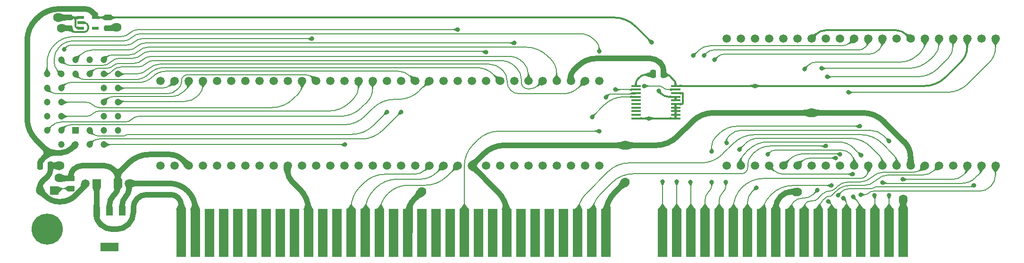
<source format=gtl>
%TF.GenerationSoftware,KiCad,Pcbnew,8.0.7*%
%TF.CreationDate,2025-02-09T14:03:05+02:00*%
%TF.ProjectId,Memory Board,4d656d6f-7279-4204-926f-6172642e6b69,V0*%
%TF.SameCoordinates,Original*%
%TF.FileFunction,Copper,L1,Top*%
%TF.FilePolarity,Positive*%
%FSLAX46Y46*%
G04 Gerber Fmt 4.6, Leading zero omitted, Abs format (unit mm)*
G04 Created by KiCad (PCBNEW 8.0.7) date 2025-02-09 14:03:05*
%MOMM*%
%LPD*%
G01*
G04 APERTURE LIST*
G04 Aperture macros list*
%AMRoundRect*
0 Rectangle with rounded corners*
0 $1 Rounding radius*
0 $2 $3 $4 $5 $6 $7 $8 $9 X,Y pos of 4 corners*
0 Add a 4 corners polygon primitive as box body*
4,1,4,$2,$3,$4,$5,$6,$7,$8,$9,$2,$3,0*
0 Add four circle primitives for the rounded corners*
1,1,$1+$1,$2,$3*
1,1,$1+$1,$4,$5*
1,1,$1+$1,$6,$7*
1,1,$1+$1,$8,$9*
0 Add four rect primitives between the rounded corners*
20,1,$1+$1,$2,$3,$4,$5,0*
20,1,$1+$1,$4,$5,$6,$7,0*
20,1,$1+$1,$6,$7,$8,$9,0*
20,1,$1+$1,$8,$9,$2,$3,0*%
G04 Aperture macros list end*
%TA.AperFunction,SMDPad,CuDef*%
%ADD10RoundRect,0.250000X0.250000X0.475000X-0.250000X0.475000X-0.250000X-0.475000X0.250000X-0.475000X0*%
%TD*%
%TA.AperFunction,SMDPad,CuDef*%
%ADD11RoundRect,0.250000X-0.250000X-0.475000X0.250000X-0.475000X0.250000X0.475000X-0.250000X0.475000X0*%
%TD*%
%TA.AperFunction,ComponentPad*%
%ADD12R,1.500000X1.500000*%
%TD*%
%TA.AperFunction,ComponentPad*%
%ADD13C,1.500000*%
%TD*%
%TA.AperFunction,ComponentPad*%
%ADD14C,5.600000*%
%TD*%
%TA.AperFunction,ComponentPad*%
%ADD15R,1.200000X1.200000*%
%TD*%
%TA.AperFunction,ComponentPad*%
%ADD16C,1.200000*%
%TD*%
%TA.AperFunction,SMDPad,CuDef*%
%ADD17R,1.200000X1.500000*%
%TD*%
%TA.AperFunction,SMDPad,CuDef*%
%ADD18R,3.300000X1.500000*%
%TD*%
%TA.AperFunction,SMDPad,CuDef*%
%ADD19RoundRect,0.250000X-0.475000X0.250000X-0.475000X-0.250000X0.475000X-0.250000X0.475000X0.250000X0*%
%TD*%
%TA.AperFunction,SMDPad,CuDef*%
%ADD20R,1.150000X0.600000*%
%TD*%
%TA.AperFunction,ConnectorPad*%
%ADD21R,1.780000X8.620000*%
%TD*%
%TA.AperFunction,SMDPad,CuDef*%
%ADD22R,1.800000X0.450000*%
%TD*%
%TA.AperFunction,SMDPad,CuDef*%
%ADD23RoundRect,0.250000X0.450000X-0.262500X0.450000X0.262500X-0.450000X0.262500X-0.450000X-0.262500X0*%
%TD*%
%TA.AperFunction,ViaPad*%
%ADD24C,1.600000*%
%TD*%
%TA.AperFunction,ViaPad*%
%ADD25C,0.800000*%
%TD*%
%TA.AperFunction,Conductor*%
%ADD26C,0.380000*%
%TD*%
%TA.AperFunction,Conductor*%
%ADD27C,1.000000*%
%TD*%
%TA.AperFunction,Conductor*%
%ADD28C,0.200000*%
%TD*%
G04 APERTURE END LIST*
D10*
%TO.P,C5,1*%
%TO.N,/5V*%
X86482000Y29210000D03*
%TO.P,C5,2*%
%TO.N,/GND*%
X84582000Y29210000D03*
%TD*%
D11*
%TO.P,C9,1*%
%TO.N,/3.3V*%
X-25400000Y12700000D03*
%TO.P,C9,2*%
%TO.N,/GND*%
X-23500000Y12700000D03*
%TD*%
D12*
%TO.P,C4,1*%
%TO.N,/12V*%
X-15240000Y9525000D03*
D13*
%TO.P,C4,2*%
%TO.N,/GND*%
X-17240000Y9525000D03*
%TD*%
D14*
%TO.P,H10,1,GND*%
%TO.N,/GND*%
X-24130000Y1270000D03*
%TD*%
D12*
%TO.P,LED1,1,K*%
%TO.N,Net-(LED1-K)*%
X-22860000Y8255000D03*
D13*
%TO.P,LED1,2,A*%
%TO.N,/GND*%
X-25400000Y8255000D03*
%TD*%
D15*
%TO.P,IC5,1,N.C.*%
%TO.N,unconnected-(IC5-N.C.-Pad1)*%
X-19050000Y19050000D03*
D16*
%TO.P,IC5,2,A16*%
%TO.N,/A16*%
X-16510000Y16510000D03*
%TO.P,IC5,3,A15*%
%TO.N,/A15*%
X-16510000Y19050000D03*
%TO.P,IC5,4,A12*%
%TO.N,/A12*%
X-13970000Y16510000D03*
%TO.P,IC5,5,A7*%
%TO.N,/A7*%
X-11430000Y19050000D03*
%TO.P,IC5,6,A6*%
%TO.N,/A6*%
X-13970000Y19050000D03*
%TO.P,IC5,7,A5*%
%TO.N,/A5*%
X-11430000Y21590000D03*
%TO.P,IC5,8,A4*%
%TO.N,/A4*%
X-13970000Y21590000D03*
%TO.P,IC5,9,A3*%
%TO.N,/A3*%
X-11430000Y24130000D03*
%TO.P,IC5,10,A2*%
%TO.N,/A2*%
X-13970000Y24130000D03*
%TO.P,IC5,11,A1*%
%TO.N,/A1*%
X-11430000Y26670000D03*
%TO.P,IC5,12,A0*%
%TO.N,/A0*%
X-13970000Y26670000D03*
%TO.P,IC5,13,DQ0*%
%TO.N,/D0*%
X-11430000Y29210000D03*
%TO.P,IC5,14,DQ1*%
%TO.N,/D1*%
X-13970000Y31750000D03*
%TO.P,IC5,15,DQ2*%
%TO.N,/D2*%
X-13970000Y29210000D03*
%TO.P,IC5,16,GND*%
%TO.N,/GND*%
X-16510000Y31750000D03*
%TO.P,IC5,17,DQ3*%
%TO.N,/D3*%
X-16510000Y29210000D03*
%TO.P,IC5,18,DQ4*%
%TO.N,/D4*%
X-19050000Y31750000D03*
%TO.P,IC5,19,DQ5*%
%TO.N,/D5*%
X-19050000Y29210000D03*
%TO.P,IC5,20,DQ6*%
%TO.N,/D6*%
X-21590000Y31750000D03*
%TO.P,IC5,21,DQ7*%
%TO.N,/D7*%
X-24130000Y29210000D03*
%TO.P,IC5,22,~{CE}*%
%TO.N,/~{Device Select}*%
X-21590000Y29210000D03*
%TO.P,IC5,23,A10*%
%TO.N,/A10*%
X-24130000Y26670000D03*
%TO.P,IC5,24,~{OE}*%
%TO.N,/~{RD}*%
X-21590000Y26670000D03*
%TO.P,IC5,25,A11*%
%TO.N,/A11*%
X-24130000Y24130000D03*
%TO.P,IC5,26,A9*%
%TO.N,/A9*%
X-21590000Y24130000D03*
%TO.P,IC5,27,A8*%
%TO.N,/A8*%
X-24130000Y21590000D03*
%TO.P,IC5,28,A13*%
%TO.N,/A13*%
X-21590000Y21590000D03*
%TO.P,IC5,29,A14*%
%TO.N,/A14*%
X-24130000Y19050000D03*
%TO.P,IC5,30,N.C.*%
%TO.N,unconnected-(IC5-N.C.-Pad30)*%
X-21590000Y16510000D03*
%TO.P,IC5,31,~{WE}*%
%TO.N,/~{WD}*%
X-21590000Y19050000D03*
%TO.P,IC5,32,3V*%
%TO.N,/3.3V*%
X-19050000Y16510000D03*
%TD*%
D12*
%TO.P,C3,1*%
%TO.N,/5V*%
X-11430000Y9525000D03*
D13*
%TO.P,C3,2*%
%TO.N,/GND*%
X-9430000Y9525000D03*
%TD*%
D17*
%TO.P,IC3,1,GND*%
%TO.N,/GND*%
X-10640000Y4470000D03*
%TO.P,IC3,2,5.0VOut*%
%TO.N,/5V*%
X-12940000Y4470000D03*
%TO.P,IC3,3,15VIn*%
%TO.N,/12V*%
X-15240000Y4470000D03*
D18*
%TO.P,IC3,4,N.C*%
%TO.N,unconnected-(IC3-N.C-Pad4)*%
X-12940000Y-1930000D03*
%TD*%
D19*
%TO.P,C2,1*%
%TO.N,/3.3V*%
X-13208000Y39370000D03*
%TO.P,C2,2*%
%TO.N,/GND*%
X-13208000Y37470000D03*
%TD*%
D13*
%TO.P,B2,1,A0*%
%TO.N,/A0_{M}*%
X97790000Y12700000D03*
%TO.P,B2,2,A1*%
%TO.N,/A1_{M}*%
X100330000Y12700000D03*
%TO.P,B2,3,5V*%
%TO.N,/5V*%
X102870000Y12700000D03*
%TO.P,B2,4,A2*%
%TO.N,/A2_{M}*%
X105410000Y12700000D03*
%TO.P,B2,5,A3*%
%TO.N,/A3_{M}*%
X107950000Y12700000D03*
%TO.P,B2,6,A4*%
%TO.N,/A4_{M}*%
X110490000Y12700000D03*
%TO.P,B2,7,GND*%
%TO.N,/GND*%
X113030000Y12700000D03*
%TO.P,B2,8,~{Memory_B}*%
%TO.N,/~{Memory B}*%
X115570000Y12700000D03*
%TO.P,B2,9,D0*%
%TO.N,/D0_{M}*%
X118110000Y12700000D03*
%TO.P,B2,10,D1*%
%TO.N,/D1_{M}*%
X120650000Y12700000D03*
%TO.P,B2,11,D2*%
%TO.N,/D2_{M}*%
X123190000Y12700000D03*
%TO.P,B2,12,D3*%
%TO.N,/D3_{M}*%
X125730000Y12700000D03*
%TO.P,B2,13,~{Memory_A}*%
%TO.N,/~{Memory A}*%
X128270000Y12700000D03*
%TO.P,B2,14,GND*%
%TO.N,/GND*%
X130810000Y12700000D03*
%TO.P,B2,15,~{WD}*%
%TO.N,/~{WD}_{M}*%
X133350000Y12700000D03*
%TO.P,B2,16,A5*%
%TO.N,/A5_{M}*%
X135890000Y12700000D03*
%TO.P,B2,17,A6*%
%TO.N,/A6_{M}*%
X138430000Y12700000D03*
%TO.P,B2,18,A7*%
%TO.N,/A7_{M}*%
X140970000Y12700000D03*
%TO.P,B2,19,A8*%
%TO.N,/A8_{M}*%
X143510000Y12700000D03*
%TO.P,B2,20,A9*%
%TO.N,/A9_{M}*%
X146050000Y12700000D03*
%TO.P,B2,21,A10*%
%TO.N,/A10_{M}*%
X146050000Y35560000D03*
%TO.P,B2,22,A11*%
%TO.N,/A11_{M}*%
X143510000Y35560000D03*
%TO.P,B2,23,5V*%
%TO.N,/5V*%
X140970000Y35560000D03*
%TO.P,B2,24,A12*%
%TO.N,/A12_{M}*%
X138430000Y35560000D03*
%TO.P,B2,25,A13*%
%TO.N,/A13_{M}*%
X135890000Y35560000D03*
%TO.P,B2,26,A14*%
%TO.N,/A14_{M}*%
X133350000Y35560000D03*
%TO.P,B2,27,GND*%
%TO.N,/GND*%
X130810000Y35560000D03*
%TO.P,B2,28,D4*%
%TO.N,/D4_{M}*%
X128270000Y35560000D03*
%TO.P,B2,29,D5*%
%TO.N,/D5_{M}*%
X125730000Y35560000D03*
%TO.P,B2,30,D6*%
%TO.N,/D6_{M}*%
X123190000Y35560000D03*
%TO.P,B2,31,D7*%
%TO.N,/D7_{M}*%
X120650000Y35560000D03*
%TO.P,B2,32,~{RD}*%
%TO.N,/~{RD}_{M}*%
X118110000Y35560000D03*
%TO.P,B2,33,A15*%
%TO.N,/A15_{M}*%
X115570000Y35560000D03*
%TO.P,B2,34,GND*%
%TO.N,/GND*%
X113030000Y35560000D03*
%TO.P,B2,35,A16*%
%TO.N,/A16_{M}*%
X110490000Y35560000D03*
%TO.P,B2,36,A17*%
%TO.N,/A17_{M}*%
X107950000Y35560000D03*
%TO.P,B2,37,A18*%
%TO.N,/A18_{M}*%
X105410000Y35560000D03*
%TO.P,B2,38,A19*%
%TO.N,/A19_{M}*%
X102870000Y35560000D03*
%TO.P,B2,39,A20*%
%TO.N,/A20_{M}*%
X100330000Y35560000D03*
%TO.P,B2,40,N.C.*%
%TO.N,unconnected-(B2-N.C.-Pad40)*%
X97790000Y35560000D03*
%TD*%
D20*
%TO.P,IC1,1,6VIn*%
%TO.N,/5V*%
X-18064000Y39386000D03*
%TO.P,IC1,2,GND*%
%TO.N,/GND*%
X-18064000Y38436000D03*
%TO.P,IC1,3,EN*%
%TO.N,/5V*%
X-18064000Y37486000D03*
%TO.P,IC1,4,ADJ*%
%TO.N,unconnected-(IC1-ADJ-Pad4)*%
X-15464000Y37486000D03*
%TO.P,IC1,5,3.3VOut*%
%TO.N,/3.3V*%
X-15464000Y39386000D03*
%TD*%
D21*
%TO.P,J1,B1,B1*%
%TO.N,/12V*%
X-50800Y635000D03*
%TO.P,J1,B2,B2*%
%TO.N,/GND*%
X2489200Y635000D03*
%TO.P,J1,B3,B3*%
%TO.N,unconnected-(J1-PadB3)*%
X5029200Y635000D03*
%TO.P,J1,B4,B4*%
%TO.N,unconnected-(J1-PadB4)*%
X7569200Y635000D03*
%TO.P,J1,B5,B5*%
%TO.N,unconnected-(J1-PadB5)*%
X10109200Y635000D03*
%TO.P,J1,B6,B6*%
%TO.N,unconnected-(J1-PadB6)*%
X12649200Y635000D03*
%TO.P,J1,B7,B7*%
%TO.N,unconnected-(J1-PadB7)*%
X15189200Y635000D03*
%TO.P,J1,B8,B8*%
%TO.N,unconnected-(J1-PadB8)*%
X17729200Y635000D03*
%TO.P,J1,B9,B9*%
%TO.N,unconnected-(J1-PadB9)*%
X20269200Y635000D03*
%TO.P,J1,B10,B10*%
%TO.N,/GND*%
X22809200Y635000D03*
%TO.P,J1,B11,B11*%
%TO.N,unconnected-(J1-PadB11)*%
X25349200Y635000D03*
%TO.P,J1,B12,B12*%
%TO.N,unconnected-(J1-PadB12)*%
X27889200Y635000D03*
%TO.P,J1,B13,B13*%
%TO.N,/~{RD}_{D}*%
X30429200Y635000D03*
%TO.P,J1,B14,B14*%
%TO.N,/~{WD}_{D}*%
X32969200Y635000D03*
%TO.P,J1,B15,B15*%
%TO.N,/CLK_{D}*%
X35509200Y635000D03*
%TO.P,J1,B16,B16*%
%TO.N,unconnected-(J1-PadB16)*%
X38049200Y635000D03*
%TO.P,J1,B17,B17*%
%TO.N,/GND*%
X40589200Y635000D03*
%TO.P,J1,B18,B18*%
%TO.N,unconnected-(J1-PadB18)*%
X43129200Y635000D03*
%TO.P,J1,B19,B19*%
%TO.N,unconnected-(J1-PadB19)*%
X45669200Y635000D03*
%TO.P,J1,B20,B20*%
%TO.N,unconnected-(J1-PadB20)*%
X48209200Y635000D03*
%TO.P,J1,B21,B21*%
%TO.N,/~{Select}_{D}*%
X50749200Y635000D03*
%TO.P,J1,B22,B22*%
%TO.N,unconnected-(J1-PadB22)*%
X53289200Y635000D03*
%TO.P,J1,B23,B23*%
%TO.N,unconnected-(J1-PadB23)*%
X55829200Y635000D03*
%TO.P,J1,B24,B24*%
%TO.N,/GND*%
X58369200Y635000D03*
%TO.P,J1,B25,B25*%
%TO.N,unconnected-(J1-PadB25)*%
X60909200Y635000D03*
%TO.P,J1,B26,B26*%
%TO.N,unconnected-(J1-PadB26)*%
X63449200Y635000D03*
%TO.P,J1,B27,B27*%
%TO.N,unconnected-(J1-PadB27)*%
X65989200Y635000D03*
%TO.P,J1,B28,B28*%
%TO.N,unconnected-(J1-PadB28)*%
X68529200Y635000D03*
%TO.P,J1,B29,B29*%
%TO.N,/~{Memory A}*%
X71069200Y635000D03*
%TO.P,J1,B30,B30*%
%TO.N,/~{Memory B}*%
X73609200Y635000D03*
%TO.P,J1,B31,B31*%
%TO.N,/GND*%
X76149200Y635000D03*
%TO.P,J1,D1,D1*%
%TO.N,/D7_{M}*%
X86309200Y635000D03*
%TO.P,J1,D2,D2*%
%TO.N,/D6_{M}*%
X88849200Y635000D03*
%TO.P,J1,D3,D3*%
%TO.N,/D5_{M}*%
X91389200Y635000D03*
%TO.P,J1,D4,D4*%
%TO.N,/D4_{M}*%
X93929200Y635000D03*
%TO.P,J1,D5,D5*%
%TO.N,/D3_{M}*%
X96469200Y635000D03*
%TO.P,J1,D6,D6*%
%TO.N,/D2_{M}*%
X99009200Y635000D03*
%TO.P,J1,D7,D7*%
%TO.N,/D1_{M}*%
X101549200Y635000D03*
%TO.P,J1,D8,D8*%
%TO.N,/D0_{M}*%
X104089200Y635000D03*
%TO.P,J1,D9,D9*%
%TO.N,/GND*%
X106629200Y635000D03*
%TO.P,J1,D10,D10*%
%TO.N,/~{RD}_{M}*%
X109169200Y635000D03*
%TO.P,J1,D11,D11*%
%TO.N,/~{WD}_{M}*%
X111709200Y635000D03*
%TO.P,J1,D12,D12*%
%TO.N,/A5_{M}*%
X114249200Y635000D03*
%TO.P,J1,D13,D13*%
%TO.N,/A4_{M}*%
X116789200Y635000D03*
%TO.P,J1,D14,D14*%
%TO.N,/A3_{M}*%
X119329200Y635000D03*
%TO.P,J1,D15,D15*%
%TO.N,/A2_{M}*%
X121869200Y635000D03*
%TO.P,J1,D16,D16*%
%TO.N,/A1_{M}*%
X124409200Y635000D03*
%TO.P,J1,D17,D17*%
%TO.N,/A0_{M}*%
X126949200Y635000D03*
%TO.P,J1,D18,D18*%
%TO.N,/GND*%
X129489200Y635000D03*
%TD*%
D22*
%TO.P,IC2,1,DIR*%
%TO.N,/GND*%
X81540000Y27055000D03*
%TO.P,IC2,2,A0*%
%TO.N,/H0_{D}*%
X81540000Y26405000D03*
%TO.P,IC2,3,A1*%
%TO.N,/H1_{D}*%
X81540000Y25755000D03*
%TO.P,IC2,4,A2*%
%TO.N,/H2_{D}*%
X81540000Y25105000D03*
%TO.P,IC2,5,A3*%
%TO.N,unconnected-(IC2-A3-Pad5)*%
X81540000Y24455000D03*
%TO.P,IC2,6,A4*%
%TO.N,unconnected-(IC2-A4-Pad6)*%
X81540000Y23805000D03*
%TO.P,IC2,7,A5*%
%TO.N,unconnected-(IC2-A5-Pad7)*%
X81540000Y23155000D03*
%TO.P,IC2,8,A6*%
%TO.N,unconnected-(IC2-A6-Pad8)*%
X81540000Y22505000D03*
%TO.P,IC2,9,A7*%
%TO.N,unconnected-(IC2-A7-Pad9)*%
X81540000Y21855000D03*
%TO.P,IC2,10,GND*%
%TO.N,/GND*%
X81540000Y21205000D03*
%TO.P,IC2,11,B7*%
X88640000Y21205000D03*
%TO.P,IC2,12,B6*%
X88640000Y21855000D03*
%TO.P,IC2,13,B5*%
X88640000Y22505000D03*
%TO.P,IC2,14,B4*%
X88640000Y23155000D03*
%TO.P,IC2,15,B3*%
X88640000Y23805000D03*
%TO.P,IC2,16,B2*%
%TO.N,/3.3V*%
X88640000Y24455000D03*
%TO.P,IC2,17,B1*%
X88640000Y25105000D03*
%TO.P,IC2,18,B0*%
%TO.N,/GND*%
X88640000Y25755000D03*
%TO.P,IC2,19,~{OE}*%
%TO.N,/~{Device Select}*%
X88640000Y26405000D03*
%TO.P,IC2,20,5V*%
%TO.N,/5V*%
X88640000Y27055000D03*
%TD*%
D13*
%TO.P,B1,1,A0_{IN}*%
%TO.N,/A0_{D}*%
X-3810000Y12700000D03*
%TO.P,B1,2,A1_{IN}*%
%TO.N,/A1_{D}*%
X-1270000Y12700000D03*
%TO.P,B1,3,5V*%
%TO.N,/5V*%
X1270000Y12700000D03*
%TO.P,B1,4,A2_{IN}*%
%TO.N,/A2_{D}*%
X3810000Y12700000D03*
%TO.P,B1,5,A3_{IN}*%
%TO.N,/A3_{D}*%
X6350000Y12700000D03*
%TO.P,B1,6,A4_{IN}*%
%TO.N,/A4_{D}*%
X8890000Y12700000D03*
%TO.P,B1,7,A5_{IN}*%
%TO.N,/A5_{D}*%
X11430000Y12700000D03*
%TO.P,B1,8,A6_{IN}*%
%TO.N,/A6_{D}*%
X13970000Y12700000D03*
%TO.P,B1,9,A7_{IN}*%
%TO.N,/A7_{D}*%
X16510000Y12700000D03*
%TO.P,B1,10,GND*%
%TO.N,/GND*%
X19050000Y12700000D03*
%TO.P,B1,11,A8_{IN}*%
%TO.N,/A8_{D}*%
X21590000Y12700000D03*
%TO.P,B1,12,A9_{IN}*%
%TO.N,/A9_{D}*%
X24130000Y12700000D03*
%TO.P,B1,13,A10_{IN}*%
%TO.N,/A10_{D}*%
X26670000Y12700000D03*
%TO.P,B1,14,A11_{IN}*%
%TO.N,/A11_{D}*%
X29210000Y12700000D03*
%TO.P,B1,15,A12_{IN}*%
%TO.N,/A12_{D}*%
X31750000Y12700000D03*
%TO.P,B1,16,A13_{IN}*%
%TO.N,/A13_{D}*%
X34290000Y12700000D03*
%TO.P,B1,17,A14_{IN}*%
%TO.N,/A14_{D}*%
X36830000Y12700000D03*
%TO.P,B1,18,A15_{IN}*%
%TO.N,/GND*%
X39370000Y12700000D03*
%TO.P,B1,19,A16_{IN}*%
X41910000Y12700000D03*
%TO.P,B1,20,~{RD}_{IN}*%
%TO.N,/~{RD}_{D}*%
X44450000Y12700000D03*
%TO.P,B1,21,~{WD}_{IN}*%
%TO.N,/~{WD}_{D}*%
X46990000Y12700000D03*
%TO.P,B1,22,S_{IN}*%
%TO.N,/CLK_{D}*%
X49530000Y12700000D03*
%TO.P,B1,23,GND*%
%TO.N,/GND*%
X52070000Y12700000D03*
%TO.P,B1,24,D7_{IN/OUT}*%
%TO.N,/D7_{D}*%
X54610000Y12700000D03*
%TO.P,B1,25,D6_{IN/OUT}*%
%TO.N,/D6_{D}*%
X57150000Y12700000D03*
%TO.P,B1,26,D5_{IN/OUT}*%
%TO.N,/D5_{D}*%
X59690000Y12700000D03*
%TO.P,B1,27,D4_{IN/OUT}*%
%TO.N,/D4_{D}*%
X62230000Y12700000D03*
%TO.P,B1,28,D3_{IN/OUT}*%
%TO.N,/D3_{D}*%
X64770000Y12700000D03*
%TO.P,B1,29,D2_{IN/OUT}*%
%TO.N,/D2_{D}*%
X67310000Y12700000D03*
%TO.P,B1,30,D1_{IN/OUT}*%
%TO.N,/D1_{D}*%
X69850000Y12700000D03*
%TO.P,B1,31,D0_{IN/OUT}*%
%TO.N,/D0_{D}*%
X72390000Y12700000D03*
%TO.P,B1,32,Deivce_~{CS}_{IN}*%
%TO.N,/~{Select}_{D}*%
X74930000Y12700000D03*
%TO.P,B1,33,Deivce_~{CS}*%
%TO.N,/~{Device Select}*%
X74930000Y27940000D03*
%TO.P,B1,34,D0*%
%TO.N,/D0*%
X72390000Y27940000D03*
%TO.P,B1,35,5V*%
%TO.N,/5V*%
X69850000Y27940000D03*
%TO.P,B1,36,D1*%
%TO.N,/D1*%
X67310000Y27940000D03*
%TO.P,B1,37,D2*%
%TO.N,/D2*%
X64770000Y27940000D03*
%TO.P,B1,38,D3*%
%TO.N,/D3*%
X62230000Y27940000D03*
%TO.P,B1,39,D4*%
%TO.N,/D4*%
X59690000Y27940000D03*
%TO.P,B1,40,D5*%
%TO.N,/D5*%
X57150000Y27940000D03*
%TO.P,B1,41,D6*%
%TO.N,/D6*%
X54610000Y27940000D03*
%TO.P,B1,42,GND*%
%TO.N,/GND*%
X52070000Y27940000D03*
%TO.P,B1,43,D7*%
%TO.N,/D7*%
X49530000Y27940000D03*
%TO.P,B1,44,S*%
%TO.N,unconnected-(B1-S-Pad44)*%
X46990000Y27940000D03*
%TO.P,B1,45,~{WD}*%
%TO.N,/~{WD}*%
X44450000Y27940000D03*
%TO.P,B1,46,~{RD}*%
%TO.N,/~{RD}*%
X41910000Y27940000D03*
%TO.P,B1,47,A16*%
%TO.N,/A16*%
X39370000Y27940000D03*
%TO.P,B1,48,A15*%
%TO.N,/A15*%
X36830000Y27940000D03*
%TO.P,B1,49,A14*%
%TO.N,/A14*%
X34290000Y27940000D03*
%TO.P,B1,50,A13*%
%TO.N,/A13*%
X31750000Y27940000D03*
%TO.P,B1,51,A12*%
%TO.N,/A12*%
X29210000Y27940000D03*
%TO.P,B1,52,A11*%
%TO.N,/A11*%
X26670000Y27940000D03*
%TO.P,B1,53,A10*%
%TO.N,/A10*%
X24130000Y27940000D03*
%TO.P,B1,54,A9*%
%TO.N,/A9*%
X21590000Y27940000D03*
%TO.P,B1,55,GND*%
%TO.N,/GND*%
X19050000Y27940000D03*
%TO.P,B1,56,A8*%
%TO.N,/A8*%
X16510000Y27940000D03*
%TO.P,B1,57,A7*%
%TO.N,/A7*%
X13970000Y27940000D03*
%TO.P,B1,58,A6*%
%TO.N,/A6*%
X11430000Y27940000D03*
%TO.P,B1,59,A5*%
%TO.N,/A5*%
X8890000Y27940000D03*
%TO.P,B1,60,A4*%
%TO.N,/A4*%
X6350000Y27940000D03*
%TO.P,B1,61,A3*%
%TO.N,/A3*%
X3810000Y27940000D03*
%TO.P,B1,62,A2*%
%TO.N,/A2*%
X1270000Y27940000D03*
%TO.P,B1,63,A1*%
%TO.N,/A1*%
X-1270000Y27940000D03*
%TO.P,B1,64,A0*%
%TO.N,/A0*%
X-3810000Y27940000D03*
%TD*%
D19*
%TO.P,C1,1*%
%TO.N,/5V*%
X-20320000Y39370000D03*
%TO.P,C1,2*%
%TO.N,/GND*%
X-20320000Y37470000D03*
%TD*%
D23*
%TO.P,R3,1*%
%TO.N,Net-(LED1-K)*%
X-19822000Y8612500D03*
%TO.P,R3,2*%
%TO.N,/5V*%
X-19822000Y10437500D03*
%TD*%
D24*
%TO.N,/5V*%
X-21970994Y10541006D03*
X-22224996Y39370000D03*
D25*
X102870000Y27051004D03*
D24*
%TO.N,/GND*%
X110490000Y8001000D03*
X129489200Y6731000D03*
X79629000Y16383000D03*
X-11557000Y37656000D03*
D25*
X83820000Y29083000D03*
D24*
X-21590000Y37465000D03*
X43104174Y8052174D03*
X113030000Y22225000D03*
X-21843998Y12700000D03*
X79629000Y9779000D03*
D25*
X83896204Y21205000D03*
%TO.N,/3.3V*%
X85598000Y26162000D03*
X84328000Y34925002D03*
%TO.N,/A4_{M}*%
X117370001Y14097000D03*
X116068831Y6296169D03*
%TO.N,/A14_{M}*%
X111760004Y30099000D03*
%TO.N,/A13_{M}*%
X114808008Y30226000D03*
%TO.N,/~{RD}_{M}*%
X114109500Y8318500D03*
%TO.N,/A8_{M}*%
X125806200Y9652000D03*
%TO.N,/A9_{M}*%
X121869200Y7493000D03*
%TO.N,/A12_{M}*%
X115824000Y28702000D03*
%TO.N,/D4*%
X59690000Y34798000D03*
%TO.N,/D6*%
X54610000Y33135000D03*
%TO.N,/A12*%
X29337000Y16510000D03*
%TO.N,/A11*%
X23397400Y35560000D03*
X-21082000Y33655000D03*
%TO.N,/A10_{M}*%
X119634000Y25908000D03*
%TO.N,/A0_{M}*%
X126949200Y7366000D03*
X97790000Y16764000D03*
X126949200Y17145000D03*
%TO.N,/A2_{M}*%
X120499000Y7112000D03*
X120396000Y11176000D03*
%TO.N,/A11_{M}*%
X142176498Y9207498D03*
X117783081Y7375419D03*
%TO.N,/D7*%
X49530000Y37211000D03*
%TO.N,/A3_{M}*%
X118745000Y6858000D03*
X118182400Y14762217D03*
%TO.N,/A1_{M}*%
X121920000Y14605000D03*
X124333000Y7366000D03*
%TO.N,/~{Device Select}*%
X74930000Y33274000D03*
X83040002Y27051000D03*
%TO.N,/A7_{M}*%
X129413000Y10258347D03*
%TO.N,/~{Select}_{D}*%
X74930000Y18930000D03*
%TO.N,/H1_{D}*%
X76177669Y25041331D03*
%TO.N,/H2_{D}*%
X73660000Y21463000D03*
%TO.N,/H0_{D}*%
X77851000Y26405000D03*
%TO.N,/A16*%
X39370000Y22351996D03*
%TO.N,/A15*%
X36830000Y22352000D03*
%TO.N,/D5_{M}*%
X95631000Y31750000D03*
X91313000Y9779000D03*
%TO.N,/D6_{M}*%
X93726000Y32512000D03*
X88849195Y9855193D03*
%TO.N,/D0_{M}*%
X116586000Y9144000D03*
%TO.N,/D4_{M}*%
X95123000Y9779000D03*
X121666000Y19812000D03*
X95123000Y15239998D03*
%TO.N,/D3_{M}*%
X100076000Y15621000D03*
X97663000Y9779000D03*
%TO.N,/D7_{M}*%
X91821000Y32512000D03*
X86309197Y9855197D03*
%TO.N,/D1_{M}*%
X105156000Y14732000D03*
X103124000Y8763000D03*
%TO.N,/~{Memory B}*%
X115570000Y16244000D03*
%TD*%
D26*
%TO.N,/3.3V*%
X86126500Y25633500D02*
G75*
G03*
X87402411Y25105005I1275900J1275900D01*
G01*
D27*
X-24587749Y14237249D02*
G75*
G03*
X-24587750Y15861750I-812250J812250D01*
G01*
X-22626805Y15049500D02*
G75*
G03*
X-24587749Y14237249I5J-2773202D01*
G01*
X-24587750Y15861750D02*
G75*
G03*
X-22626805Y15049500I1960942J1960939D01*
G01*
X-26092206Y39058792D02*
G75*
G03*
X-27686000Y35211036I3847760J-3847759D01*
G01*
X-27686000Y21213963D02*
G75*
G03*
X-26092207Y17366207I5441554J2D01*
G01*
D26*
X-15479000Y39863000D02*
G75*
G02*
X-15464000Y39826786I-36210J-36212D01*
G01*
X81476794Y37776207D02*
G75*
G03*
X77629038Y39370012I-3847794J-3847807D01*
G01*
D27*
X-19780250Y15779750D02*
G75*
G02*
X-21543229Y15049500I-1762974J1762967D01*
G01*
X-25143673Y13681326D02*
G75*
G03*
X-25400000Y13062500I618833J-618830D01*
G01*
X-21977034Y40920002D02*
G75*
G03*
X-25824790Y39326209I4J-5441559D01*
G01*
X-16015001Y40399001D02*
G75*
G03*
X-17272808Y40920002I-1257807J-1257806D01*
G01*
D26*
X88640000Y24942500D02*
X88640000Y24617500D01*
D27*
X-15509000Y39893000D02*
X-15479000Y39863000D01*
%TO.N,/GND*%
X58006963Y16383000D02*
G75*
G03*
X54159215Y14789199I37J-5441600D01*
G01*
X95471963Y22225000D02*
G75*
G03*
X91624215Y20631199I37J-5441600D01*
G01*
D26*
X89930000Y23864748D02*
G75*
G02*
X89912485Y23822515I-59800J52D01*
G01*
D27*
X107480100Y7150100D02*
G75*
G03*
X106629181Y5095845I2054300J-2054300D01*
G01*
X-23500000Y11999000D02*
G75*
G02*
X-23995681Y10802317I-1692365J-1D01*
G01*
X-11650000Y37563000D02*
G75*
G02*
X-11874521Y37470000I-224517J224509D01*
G01*
D26*
X-16931500Y36963500D02*
G75*
G02*
X-17335880Y36796000I-404376J404369D01*
G01*
D27*
X129687467Y16997531D02*
G75*
G02*
X130809988Y14287500I-2710067J-2710031D01*
G01*
X-25400000Y8826500D02*
G75*
G03*
X-24995888Y7850888I1379728J2D01*
G01*
X-19010329Y7361240D02*
G75*
G02*
X-21758285Y6223000I-2747952J2747948D01*
G01*
X-21581464Y37470000D02*
G75*
G03*
X-21587500Y37467500I2J-8543D01*
G01*
D26*
X89925000Y25750000D02*
G75*
G02*
X89930012Y25737928I-12100J-12100D01*
G01*
X83248500Y29083000D02*
G75*
G03*
X82272893Y28678883I0J-1379700D01*
G01*
X115631630Y37084000D02*
G75*
G03*
X113791991Y36322009I-30J-2601600D01*
G01*
D27*
X-17240000Y9328285D02*
G75*
G02*
X-17379098Y8992471I-474906J-4D01*
G01*
D26*
X-19983000Y37133000D02*
G75*
G03*
X-19169410Y36796000I813589J813588D01*
G01*
D27*
X21215406Y8502592D02*
G75*
G02*
X22809210Y4654836I-3847806J-3847792D01*
G01*
X-24995888Y9802111D02*
G75*
G03*
X-25400000Y8826500I975616J-975614D01*
G01*
D26*
X81855016Y28261016D02*
G75*
G03*
X81539991Y27500500I760484J-760516D01*
G01*
D27*
X1117600Y8153400D02*
G75*
G02*
X2489200Y4842064I-3311346J-3311340D01*
G01*
X56775407Y7994592D02*
G75*
G02*
X58369210Y4146836I-3847807J-3847792D01*
G01*
X77742992Y7892992D02*
G75*
G03*
X76149189Y4045236I3847808J-3847792D01*
G01*
X1117600Y8153400D02*
G75*
G03*
X-2193735Y9525000I-3311338J-3311341D01*
G01*
X19050000Y11684000D02*
G75*
G03*
X19768429Y9949588I2452800J0D01*
G01*
D26*
X-16764000Y37367880D02*
G75*
G02*
X-16931500Y36963500I-571869J-4D01*
G01*
X130048000Y36322000D02*
G75*
G03*
X128208369Y37083987I-1839600J-1839600D01*
G01*
X-16936500Y38263500D02*
G75*
G03*
X-17352951Y38436000I-416454J-416456D01*
G01*
X89912500Y23822500D02*
G75*
G02*
X89870251Y23805020I-42200J42200D01*
G01*
D27*
X-10035000Y7110000D02*
G75*
G03*
X-10640000Y5649400I1460608J-1460603D01*
G01*
X41846687Y6794687D02*
G75*
G03*
X40589160Y3758844I3035813J-3035887D01*
G01*
X-9430000Y8570599D02*
G75*
G02*
X-10035000Y7110000I-2065592J-3D01*
G01*
X126053792Y20631207D02*
G75*
G03*
X122206036Y22225010I-3847792J-3847807D01*
G01*
X109410500Y8001000D02*
G75*
G03*
X107567687Y7237669I0J-2606100D01*
G01*
X88969792Y17976792D02*
G75*
G02*
X85122036Y16382989I-3847792J3847808D01*
G01*
D26*
X-16936500Y38263500D02*
G75*
G02*
X-16764000Y37847048I-416450J-416451D01*
G01*
X89925000Y25750000D02*
G75*
G03*
X89912928Y25755012I-12100J-12100D01*
G01*
D27*
X-24384000Y7239000D02*
G75*
G03*
X-21931159Y6223000I2452839J2452837D01*
G01*
%TO.N,/5V*%
X-11430000Y8826500D02*
G75*
G02*
X-11923914Y7634085I-1686326J-2D01*
G01*
D26*
X88369885Y28089114D02*
G75*
G02*
X88640008Y27437000I-652085J-652114D01*
G01*
X87646114Y28812885D02*
G75*
G03*
X86994000Y29083008I-652114J-652085D01*
G01*
D27*
X-21919241Y10489253D02*
G75*
G03*
X-21794298Y10437500I124943J124944D01*
G01*
X70343914Y29830914D02*
G75*
G03*
X69849992Y28638500I1192386J-1192414D01*
G01*
D26*
X-19030700Y38894650D02*
G75*
G03*
X-19506050Y39370000I-475349J1D01*
G01*
X-18555350Y39370000D02*
G75*
G03*
X-19030700Y38894650I1J-475351D01*
G01*
X-18923850Y37592850D02*
G75*
G03*
X-18665891Y37486000I257958J257957D01*
G01*
D27*
X-19429732Y11939267D02*
G75*
G03*
X-19822000Y10992250I947024J-947021D01*
G01*
D26*
X102868002Y27053002D02*
G75*
G03*
X102863178Y27054991I-4802J-4802D01*
G01*
D27*
X-12142500Y11987500D02*
G75*
G03*
X-13862627Y12700000I-1720128J-1720130D01*
G01*
D26*
X137102796Y28644796D02*
G75*
G02*
X133255040Y27050989I-3847796J3847804D01*
G01*
D27*
X253999Y13716000D02*
G75*
G03*
X-2198841Y14732000I-2452840J-2452839D01*
G01*
X85986318Y31107681D02*
G75*
G02*
X86481989Y29911000I-1196718J-1196681D01*
G01*
X-17853705Y12700000D02*
G75*
G03*
X-19245500Y12123500I2J-1968302D01*
G01*
X-11430000Y10400000D02*
G75*
G03*
X-12048718Y11893718I-2112432J2D01*
G01*
X-10811281Y11893718D02*
G75*
G03*
X-11430000Y10400000I1493720J-1493720D01*
G01*
X-12048718Y11893718D02*
G75*
G03*
X-10811282Y11893718I618718J618717D01*
G01*
X-12185000Y7373000D02*
G75*
G03*
X-12940000Y5550268I1822745J-1822737D01*
G01*
X-5719036Y14732000D02*
G75*
G03*
X-9566792Y13138207I4J-5441559D01*
G01*
D26*
X-19030700Y37850808D02*
G75*
G03*
X-18923850Y37592850I364813J3D01*
G01*
D27*
X85786000Y31308000D02*
G75*
G03*
X84105707Y32004003I-1680300J-1680300D01*
G01*
D26*
X140970000Y34036000D02*
G75*
G02*
X139892377Y31434361I-3679300J0D01*
G01*
D27*
X74402853Y32004000D02*
G75*
G03*
X71183514Y30670486I47J-4552900D01*
G01*
D26*
X-19506050Y39370000D02*
X-18555350Y39370000D01*
D27*
%TO.N,/12V*%
X-6251171Y7493000D02*
G75*
G03*
X-7937500Y6794500I5J-2384842D01*
G01*
X-7937500Y6794500D02*
G75*
G03*
X-8636000Y5108171I1686342J-1686334D01*
G01*
X-596900Y6946900D02*
G75*
G02*
X-50799Y5628497I-1318404J-1318404D01*
G01*
X-9525000Y2159000D02*
G75*
G02*
X-11671235Y1269999I-2146236J2146233D01*
G01*
X-14414500Y2095500D02*
G75*
G03*
X-12421566Y1270000I1992932J1992930D01*
G01*
X-8636000Y4305235D02*
G75*
G02*
X-9525000Y2159000I-3035228J-3D01*
G01*
X-15240000Y3695500D02*
G75*
G03*
X-14692345Y2373345I1869810J1D01*
G01*
X-596900Y6946900D02*
G75*
G03*
X-1915302Y7493000I-1318401J-1318400D01*
G01*
D28*
%TO.N,/~{Memory B}*%
X102291479Y14585279D02*
G75*
G03*
X101600012Y12915900I1669421J-1669379D01*
G01*
X75202992Y7638992D02*
G75*
G03*
X73609189Y3791236I3847808J-3847792D01*
G01*
X101600000Y12426893D02*
G75*
G02*
X101254298Y11592302I-1180300J7D01*
G01*
X101254300Y11592300D02*
G75*
G02*
X100419706Y11246597I-834600J834600D01*
G01*
X81064563Y11246600D02*
G75*
G03*
X77216815Y9652799I37J-5441600D01*
G01*
X105612042Y16244000D02*
G75*
G03*
X102775088Y15068912I-42J-4012000D01*
G01*
%TO.N,/~{Memory A}*%
X125748992Y16694207D02*
G75*
G03*
X121901236Y18288010I-3847792J-3847807D01*
G01*
X72662992Y7765992D02*
G75*
G03*
X71069189Y3918236I3847808J-3847792D01*
G01*
X102837963Y18288000D02*
G75*
G03*
X98990215Y16694199I37J-5441600D01*
G01*
X127749145Y14694054D02*
G75*
G02*
X128270002Y13436600I-1257445J-1257454D01*
G01*
X80358963Y13208000D02*
G75*
G03*
X76511215Y11614199I37J-5441600D01*
G01*
X97097792Y14801792D02*
G75*
G02*
X93250036Y13207989I-3847792J3847808D01*
G01*
%TO.N,/D1_{M}*%
X120020999Y14852999D02*
G75*
G03*
X118502459Y15481982I-1518499J-1518499D01*
G01*
X106436330Y15482000D02*
G75*
G03*
X105530991Y15107009I-30J-1280300D01*
G01*
X120111184Y14762815D02*
G75*
G02*
X120650008Y13462000I-1300784J-1300815D01*
G01*
X102336600Y7975600D02*
G75*
G03*
X101549151Y6074648I1900900J-1901000D01*
G01*
%TO.N,/D7_{M}*%
X120015000Y34925000D02*
G75*
G02*
X118481974Y34290011I-1533000J1533000D01*
G01*
X94856235Y34290000D02*
G75*
G03*
X92709989Y33401011I-35J-3035200D01*
G01*
%TO.N,/D3_{M}*%
X103544840Y17653000D02*
G75*
G03*
X101091988Y16637012I-40J-3468800D01*
G01*
X125254046Y14522153D02*
G75*
G02*
X125730001Y13373100I-1149046J-1149053D01*
G01*
X97066100Y7835900D02*
G75*
G03*
X96469218Y6394855I1441000J-1441000D01*
G01*
X97663000Y9105900D02*
G75*
G02*
X97187045Y7956847I-1625000J0D01*
G01*
X123716992Y16059207D02*
G75*
G03*
X119869236Y17653010I-3847792J-3847807D01*
G01*
%TO.N,/D4_{M}*%
X95796519Y17818519D02*
G75*
G03*
X95122989Y16192499I1625981J-1626019D01*
G01*
X94526100Y7962900D02*
G75*
G03*
X93929218Y6521855I1441000J-1441000D01*
G01*
X95123000Y9169400D02*
G75*
G02*
X94691946Y8128748I-1471700J0D01*
G01*
X99675853Y19812000D02*
G75*
G03*
X96456514Y18478486I47J-4552900D01*
G01*
%TO.N,/D0_{M}*%
X105682992Y7384992D02*
G75*
G03*
X104089189Y3537236I3847808J-3847792D01*
G01*
X109695963Y9144000D02*
G75*
G03*
X105848215Y7550199I37J-5441600D01*
G01*
%TO.N,/D6_{M}*%
X122682000Y34036000D02*
G75*
G02*
X121455579Y33528008I-1226400J1226400D01*
G01*
X95460420Y33528000D02*
G75*
G03*
X94233994Y33020006I-20J-1734400D01*
G01*
X123190000Y35052000D02*
G75*
G02*
X122830785Y34184793I-1226400J0D01*
G01*
%TO.N,/D5_{M}*%
X97365420Y32766000D02*
G75*
G03*
X96138994Y32258006I-20J-1734400D01*
G01*
X91351100Y9740900D02*
G75*
G02*
X91389208Y9648918I-92000J-92000D01*
G01*
X125729999Y34861499D02*
G75*
G02*
X125236077Y33669091I-1686299J1D01*
G01*
X125031499Y33464499D02*
G75*
G02*
X123345172Y32766012I-1686299J1686301D01*
G01*
%TO.N,/D2_{M}*%
X100596700Y8826500D02*
G75*
G03*
X99009185Y4993935I3832600J-3832600D01*
G01*
X104429264Y10414000D02*
G75*
G03*
X100596711Y8826489I36J-5420100D01*
G01*
X122783600Y10820400D02*
G75*
G02*
X121802463Y10414015I-981100J981100D01*
G01*
X123190000Y11801536D02*
G75*
G02*
X122783611Y10820389I-1387500J-36D01*
G01*
%TO.N,/A15*%
X-9620895Y18349800D02*
G75*
G03*
X-10002100Y18191900I2J-539110D01*
G01*
X34421592Y19943592D02*
G75*
G02*
X30573836Y18349789I-3847792J3847808D01*
G01*
X-10002100Y18191900D02*
G75*
G02*
X-10383304Y18034000I-381198J381190D01*
G01*
X-16002000Y18542000D02*
G75*
G03*
X-14775579Y18034000I1226417J1226413D01*
G01*
%TO.N,/A16*%
X36118796Y19100792D02*
G75*
G02*
X32271040Y17506986I-3847796J3847808D01*
G01*
X-14808014Y17507000D02*
G75*
G03*
X-16011500Y17008500I0J-1701987D01*
G01*
%TO.N,/H2_{D}*%
X79421000Y25105000D02*
G75*
G03*
X75803644Y23606636I0J-5115700D01*
G01*
%TO.N,/H1_{D}*%
X77185491Y25631700D02*
G75*
G03*
X76472862Y25336506I9J-1007800D01*
G01*
%TO.N,/~{Select}_{D}*%
X52342992Y16528992D02*
G75*
G03*
X50749189Y12681236I3847808J-3847792D01*
G01*
X56997963Y18930000D02*
G75*
G03*
X53150215Y17336199I37J-5441600D01*
G01*
%TO.N,/A10*%
X317550Y28765550D02*
G75*
G03*
X101Y27999157I766390J-766390D01*
G01*
X-761949Y26416049D02*
G75*
G02*
X-2601701Y25654000I-1839751J1839753D01*
G01*
X-23622000Y26162000D02*
G75*
G03*
X-22395579Y25654000I1226417J1226413D01*
G01*
X100Y27813100D02*
G75*
G02*
X-448912Y26729087I-1533021J-3D01*
G01*
X1083942Y29083000D02*
G75*
G03*
X317549Y28765551I-2J-1083840D01*
G01*
X23558500Y28511500D02*
G75*
G03*
X22178776Y29082990I-1379700J-1379700D01*
G01*
%TO.N,/~{RD}_{D}*%
X32022992Y8908992D02*
G75*
G03*
X30429189Y5061236I3847808J-3847792D01*
G01*
X36543963Y11176000D02*
G75*
G03*
X32696215Y9582199I37J-5441600D01*
G01*
X43688000Y11938000D02*
G75*
G02*
X41848369Y11176013I-1839600J1839600D01*
G01*
%TO.N,/A1*%
X-1905000Y27305000D02*
G75*
G02*
X-3438025Y26670000I-1533023J1533019D01*
G01*
%TO.N,/~{RD}*%
X-19855579Y27686000D02*
G75*
G03*
X-21082000Y27178000I1J-1734424D01*
G01*
X41021000Y28829000D02*
G75*
G03*
X38874764Y29717985I-2146200J-2146200D01*
G01*
X-2748459Y29718000D02*
G75*
G03*
X-5201300Y28702000I3J-3468848D01*
G01*
X-5201300Y28702000D02*
G75*
G02*
X-7654140Y27686000I-2452835J2452827D01*
G01*
%TO.N,/A14*%
X-21528369Y20574000D02*
G75*
G03*
X-23368000Y19812000I3J-2601639D01*
G01*
X34290000Y26543000D02*
G75*
G02*
X33302180Y24158162I-3372700J0D01*
G01*
X-8890000Y21082000D02*
G75*
G02*
X-10116420Y20574000I-1226415J1226408D01*
G01*
X-7663579Y21590000D02*
G75*
G03*
X-8890000Y21082000I1J-1734424D01*
G01*
X32327792Y23183792D02*
G75*
G02*
X28480036Y21589989I-3847792J3847808D01*
G01*
%TO.N,/A9*%
X-15905000Y23652000D02*
G75*
G03*
X-17058994Y24130000I-1153996J-1153999D01*
G01*
X20032500Y24731500D02*
G75*
G02*
X16272362Y23173999I-3760140J3760140D01*
G01*
X21590000Y27114500D02*
G75*
G02*
X21006276Y25705290I-1992900J0D01*
G01*
X-15905000Y23652000D02*
G75*
G03*
X-14751005Y23174000I1153995J1153997D01*
G01*
%TO.N,/A7_{M}*%
X140231773Y10996573D02*
G75*
G02*
X138449537Y10258318I-1782273J1782227D01*
G01*
X140970000Y12217400D02*
G75*
G02*
X140628750Y11393550I-1165100J0D01*
G01*
%TO.N,/~{Device Select}*%
X73952099Y35471099D02*
G75*
G03*
X71591240Y36449015I-2360899J-2360899D01*
G01*
X-19423594Y35160000D02*
G75*
G03*
X-21853499Y34153499I5J-3436413D01*
G01*
X-21917073Y34089926D02*
G75*
G03*
X-22860000Y31813500I2276427J-2276427D01*
G01*
X74498947Y34924252D02*
G75*
G02*
X74930001Y33883600I-1040647J-1040652D01*
G01*
X-7343539Y36449000D02*
G75*
G03*
X-8899500Y35804500I4J-2200472D01*
G01*
X86417650Y26739350D02*
G75*
G03*
X85665260Y27050954I-752350J-752450D01*
G01*
X-8899500Y35804500D02*
G75*
G02*
X-10455460Y35160000I-1555959J1555956D01*
G01*
X86417650Y26739350D02*
G75*
G03*
X87170039Y26427716I752350J752350D01*
G01*
X-22860000Y31378025D02*
G75*
G03*
X-22225000Y29845000I2168030J3D01*
G01*
%TO.N,/D2*%
X60960000Y27728585D02*
G75*
G03*
X61307254Y26890254I1185600J15D01*
G01*
X60172813Y30251186D02*
G75*
G02*
X60960041Y28350750I-1900413J-1900486D01*
G01*
X-12634990Y29558709D02*
G75*
G02*
X-13476850Y29210000I-841856J841853D01*
G01*
X59880500Y30543500D02*
G75*
G03*
X57274356Y31622982I-2606100J-2606100D01*
G01*
X61307250Y26890250D02*
G75*
G03*
X62145585Y26542994I838350J838350D01*
G01*
X-10815674Y30480000D02*
G75*
G03*
X-12348700Y29845000I5J-2168039D01*
G01*
X-6413500Y31051500D02*
G75*
G02*
X-7793223Y30480000I-1379722J1379721D01*
G01*
X63980581Y27150581D02*
G75*
G02*
X62513750Y26543032I-1466781J1466819D01*
G01*
X-5033776Y31623000D02*
G75*
G03*
X-6413500Y31051500I5J-1951237D01*
G01*
%TO.N,/A1_{M}*%
X120725500Y15799500D02*
G75*
G03*
X117841721Y16994009I-2883800J-2883800D01*
G01*
X124371100Y7327900D02*
G75*
G02*
X124409208Y7235918I-92000J-92000D01*
G01*
X105188767Y16994000D02*
G75*
G03*
X101753110Y15570890I33J-4858800D01*
G01*
X100841874Y14659674D02*
G75*
G03*
X100329986Y13423900I1235726J-1235774D01*
G01*
%TO.N,/A3_{M}*%
X118140008Y14804608D02*
G75*
G03*
X118037666Y14846985I-102308J-102308D01*
G01*
X111615158Y14847000D02*
G75*
G03*
X109023512Y13773488I42J-3665200D01*
G01*
X119037100Y6565900D02*
G75*
G02*
X119329203Y5860708I-705200J-705200D01*
G01*
%TO.N,/D7*%
X-7737974Y37211000D02*
G75*
G03*
X-9271000Y36576000I5J-2168039D01*
G01*
X-9271000Y36576000D02*
G75*
G02*
X-10804025Y35941000I-1533023J1533019D01*
G01*
X-22738059Y34538940D02*
G75*
G03*
X-24130000Y31178499I3360445J-3360444D01*
G01*
X-19360343Y35941000D02*
G75*
G03*
X-22733000Y34544000I4J-4769667D01*
G01*
%TO.N,/~{WD}_{D}*%
X34562992Y8400992D02*
G75*
G03*
X32969189Y4553236I3847808J-3847792D01*
G01*
X45783499Y11493500D02*
G75*
G02*
X42870750Y10286950I-2912799J2912700D01*
G01*
X38702963Y10287000D02*
G75*
G03*
X34855215Y8693199I37J-5441600D01*
G01*
%TO.N,/A11_{M}*%
X142017749Y9048749D02*
G75*
G02*
X141634495Y8890003I-383249J383251D01*
G01*
X124573620Y8890000D02*
G75*
G03*
X124187944Y8730256I-20J-545400D01*
G01*
X124187950Y8730250D02*
G75*
G02*
X123802279Y8570509I-385650J385650D01*
G01*
X119823211Y8570500D02*
G75*
G03*
X118380621Y7972959I-11J-2040100D01*
G01*
%TO.N,/A2_{M}*%
X106172000Y11938000D02*
G75*
G03*
X108011630Y11176013I1839600J1839600D01*
G01*
X121184100Y6426900D02*
G75*
G02*
X121869209Y4772922I-1654000J-1654000D01*
G01*
%TO.N,/A0_{M}*%
X125996700Y18097500D02*
G75*
G03*
X123697161Y19049984I-2299500J-2299500D01*
G01*
X98077368Y17864168D02*
G75*
G03*
X97789989Y17170400I693732J-693768D01*
G01*
X100304909Y19050000D02*
G75*
G03*
X98526597Y18313403I-9J-2514900D01*
G01*
%TO.N,/A10_{M}*%
X146050000Y33972500D02*
G75*
G02*
X144927474Y31262460I-3832600J0D01*
G01*
X141166792Y27501792D02*
G75*
G02*
X137319036Y25907989I-3847792J3847808D01*
G01*
%TO.N,/D0*%
X-5969000Y30099000D02*
G75*
G02*
X-8115235Y29210000I-2146232J2146228D01*
G01*
X-3822764Y30988000D02*
G75*
G03*
X-5969000Y30099000I3J-3035244D01*
G01*
X57656678Y29846321D02*
G75*
G02*
X58420012Y28003500I-1842778J-1842821D01*
G01*
X57467500Y30035500D02*
G75*
G03*
X55167961Y30987984I-2299500J-2299500D01*
G01*
X71247000Y26797000D02*
G75*
G02*
X68487553Y25654019I-2759400J2759400D01*
G01*
X58420000Y27822025D02*
G75*
G03*
X59054992Y26288992I2168000J-25D01*
G01*
X59055000Y26289000D02*
G75*
G03*
X60588025Y25654011I1533000J1533000D01*
G01*
%TO.N,/A3*%
X2865050Y25217050D02*
G75*
G02*
X583738Y24272100I-2281310J2281310D01*
G01*
X3810000Y27051000D02*
G75*
G02*
X3181383Y25533381I-2146240J0D01*
G01*
%TO.N,/D3*%
X-6985000Y31750000D02*
G75*
G02*
X-8518025Y31115000I-1533023J1533019D01*
G01*
X-11244939Y31115000D02*
G75*
G03*
X-12272550Y30689350I1J-1453264D01*
G01*
X61213999Y31368999D02*
G75*
G03*
X58761159Y32384982I-2452799J-2452799D01*
G01*
X61376875Y31206124D02*
G75*
G02*
X62230014Y29146500I-2059575J-2059624D01*
G01*
X-14711221Y30263700D02*
G75*
G03*
X-15983150Y29736850I1J-1798781D01*
G01*
X-5451974Y32385000D02*
G75*
G03*
X-6985000Y31750000I5J-2168039D01*
G01*
X-12272550Y30689350D02*
G75*
G02*
X-13300160Y30263700I-1027605J1027598D01*
G01*
%TO.N,/A11*%
X-19781184Y34417000D02*
G75*
G03*
X-20701000Y34036000I3J-1300824D01*
G01*
X-8445500Y34988500D02*
G75*
G02*
X-9825223Y34417000I-1379722J1379721D01*
G01*
X-7065776Y35560000D02*
G75*
G03*
X-8445500Y34988500I5J-1951237D01*
G01*
%TO.N,/~{WD}*%
X-19855579Y20066000D02*
G75*
G03*
X-21082000Y19558000I1J-1734424D01*
G01*
X38194963Y24638000D02*
G75*
G03*
X34347215Y23044199I37J-5441600D01*
G01*
X42741792Y26231792D02*
G75*
G02*
X38894036Y24637989I-3847792J3847808D01*
G01*
X32962792Y21659792D02*
G75*
G02*
X29115036Y20065989I-3847792J3847808D01*
G01*
%TO.N,/A2*%
X1270000Y27432000D02*
G75*
G02*
X910789Y26564789I-1226420J0D01*
G01*
X-12235579Y25146000D02*
G75*
G03*
X-13462000Y24638000I1J-1734424D01*
G01*
X381000Y26035000D02*
G75*
G02*
X-1765235Y25146000I-2146232J2146228D01*
G01*
%TO.N,/D1*%
X-5997171Y34036000D02*
G75*
G03*
X-7683500Y33337500I5J-2384842D01*
G01*
X-7683500Y33337500D02*
G75*
G02*
X-9369828Y32639000I-1686325J1686321D01*
G01*
X65677992Y32442206D02*
G75*
G03*
X61830236Y34036010I-3847792J-3847806D01*
G01*
X-12452383Y32639000D02*
G75*
G03*
X-13525500Y32194500I1J-1517617D01*
G01*
X66295231Y31824968D02*
G75*
G02*
X67310010Y29375100I-2449831J-2449868D01*
G01*
%TO.N,/D6*%
X-11102104Y32042000D02*
G75*
G03*
X-12681000Y31388000I5J-2232909D01*
G01*
X54540500Y33204500D02*
G75*
G03*
X54372712Y33274005I-167800J-167800D01*
G01*
X-12681000Y31388000D02*
G75*
G02*
X-14259895Y30734000I-1578894J1578893D01*
G01*
X-21082000Y31242000D02*
G75*
G03*
X-19855579Y30734000I1226417J1226413D01*
G01*
X-7220000Y32658000D02*
G75*
G02*
X-8707155Y32042000I-1487153J1487150D01*
G01*
X-5732844Y33274000D02*
G75*
G03*
X-7220000Y32658000I4J-2103166D01*
G01*
%TO.N,/D4*%
X-8001000Y34163000D02*
G75*
G02*
X-9534025Y33528000I-1533023J1533019D01*
G01*
X-6467974Y34798000D02*
G75*
G03*
X-8001000Y34163000I5J-2168039D01*
G01*
X-16014764Y33528000D02*
G75*
G03*
X-18161000Y32639000I3J-3035244D01*
G01*
%TO.N,/A13*%
X31750000Y26797000D02*
G75*
G02*
X30941787Y24845765I-2759500J0D01*
G01*
X30198050Y24102050D02*
G75*
G02*
X26451311Y22550095I-3746750J3746750D01*
G01*
X-15902950Y22070050D02*
G75*
G02*
X-17061893Y21590000I-1158938J1158930D01*
G01*
X-14744006Y22550100D02*
G75*
G03*
X-15902950Y22070050I0J-1638996D01*
G01*
%TO.N,/D5*%
X-18542000Y28702000D02*
G75*
G03*
X-17315579Y28194000I1226417J1226413D01*
G01*
X-5778500Y29273500D02*
G75*
G02*
X-8384643Y28194000I-2606138J2606130D01*
G01*
X-3172356Y30353000D02*
G75*
G03*
X-5778500Y29273500I0J-3685645D01*
G01*
X55943500Y29146500D02*
G75*
G03*
X53030751Y30353021I-2912800J-2912800D01*
G01*
%TO.N,/CLK_{D}*%
X47625966Y10795966D02*
G75*
G02*
X43778210Y9202160I-3847766J3847734D01*
G01*
X40681689Y9202174D02*
G75*
G03*
X37024196Y7687178I11J-5172474D01*
G01*
X37024187Y7687187D02*
G75*
G03*
X35509214Y4029684I3657513J-3657487D01*
G01*
%TO.N,/A12_{M}*%
X135832792Y30295792D02*
G75*
G02*
X131985036Y28701989I-3847792J3847808D01*
G01*
X138430000Y34226500D02*
G75*
G02*
X137487083Y31950063I-3219400J0D01*
G01*
%TO.N,/A9_{M}*%
X123335700Y7804500D02*
G75*
G02*
X122583672Y7493011I-752000J752000D01*
G01*
X124087727Y8116000D02*
G75*
G03*
X123335692Y7804508I-27J-1063500D01*
G01*
X146050000Y11041639D02*
G75*
G02*
X145193112Y8972888I-2925600J-39D01*
G01*
X145193100Y8972900D02*
G75*
G02*
X143124360Y8116016I-2068700J2068700D01*
G01*
%TO.N,/~{WD}_{M}*%
X116195500Y8128000D02*
G75*
G03*
X115127702Y7685706I0J-1510100D01*
G01*
X117263295Y8570295D02*
G75*
G02*
X116195500Y8128003I-1067795J1067805D01*
G01*
X114285914Y6843914D02*
G75*
G02*
X113093500Y6349992I-1192414J1192386D01*
G01*
X119639433Y9779000D02*
G75*
G03*
X117646490Y8953510I-33J-2818400D01*
G01*
X112052100Y6007100D02*
G75*
G03*
X111709214Y5179266I827800J-827800D01*
G01*
X126047435Y11557000D02*
G75*
G03*
X123901189Y10668011I-35J-3035200D01*
G01*
X112879933Y6350000D02*
G75*
G03*
X112052090Y6007110I-33J-1170700D01*
G01*
X123901200Y10668000D02*
G75*
G02*
X121754964Y9779015I-2146200J2146200D01*
G01*
X132778500Y12128500D02*
G75*
G02*
X131398776Y11557010I-1379700J1379700D01*
G01*
%TO.N,/A8_{M}*%
X125869700Y9588500D02*
G75*
G03*
X126023002Y9525001I153300J153300D01*
G01*
X143510000Y12153900D02*
G75*
G02*
X143123848Y11221648I-1318400J0D01*
G01*
X142468600Y10566400D02*
G75*
G02*
X139954437Y9524984I-2514200J2514200D01*
G01*
%TO.N,/~{RD}_{M}*%
X113379250Y7588250D02*
G75*
G02*
X111616270Y6858012I-1762950J1762950D01*
G01*
X109829600Y6197600D02*
G75*
G03*
X109169219Y4603253I1594300J-1594300D01*
G01*
X111423946Y6858000D02*
G75*
G03*
X109829566Y6197634I-46J-2254800D01*
G01*
%TO.N,/A5_{M}*%
X124650500Y10096500D02*
G75*
G02*
X122350961Y9144016I-2299500J2299500D01*
G01*
X115004850Y6419850D02*
G75*
G03*
X114249179Y4595549I1824350J-1824350D01*
G01*
X135064500Y11874500D02*
G75*
G02*
X133071566Y11049014I-1992900J1992900D01*
G01*
X116791907Y7444907D02*
G75*
G02*
X116141500Y7175495I-650407J650393D01*
G01*
X119882939Y9144000D02*
G75*
G03*
X117506738Y8159762I-39J-3360400D01*
G01*
X116141500Y7175500D02*
G75*
G03*
X115491095Y6906089I0J-919800D01*
G01*
X126950038Y11049000D02*
G75*
G03*
X124650489Y10096511I-38J-3252000D01*
G01*
%TO.N,/A13_{M}*%
X135890000Y34480500D02*
G75*
G02*
X135126669Y32637687I-2606100J0D01*
G01*
X134302500Y31813500D02*
G75*
G02*
X130469935Y30225985I-3832600J3832600D01*
G01*
%TO.N,/A14_{M}*%
X132080000Y32639000D02*
G75*
G02*
X129013948Y31368980I-3066100J3066100D01*
G01*
X113928029Y31369000D02*
G75*
G03*
X112394994Y30734010I-29J-2168000D01*
G01*
X133350000Y34734500D02*
G75*
G02*
X132766276Y33325290I-1992900J0D01*
G01*
%TO.N,/A4_{M}*%
X116507276Y5857723D02*
G75*
G02*
X116789184Y5177100I-680676J-680623D01*
G01*
X112874828Y14097000D02*
G75*
G03*
X111188492Y13398508I-28J-2384800D01*
G01*
D27*
%TO.N,/5V*%
X69850000Y28638500D02*
X69850000Y27940000D01*
X-21919241Y10489253D02*
X-21970994Y10541006D01*
D26*
X-18665891Y37486000D02*
X-18064000Y37486000D01*
X102868002Y27053002D02*
X102870000Y27051004D01*
D27*
X-12142500Y11987500D02*
X-12048718Y11893718D01*
X-11923914Y7634085D02*
X-12185000Y7373000D01*
D26*
X133255040Y27051004D02*
X102870000Y27051004D01*
D27*
X86482000Y29911000D02*
X86482000Y29210000D01*
X84105707Y32004000D02*
X74402853Y32004000D01*
X-13862627Y12700000D02*
X-17853705Y12700000D01*
D26*
X88640000Y27437000D02*
X88640000Y27055000D01*
D27*
X-11430000Y10400000D02*
X-11430000Y9525000D01*
X-2198841Y14732000D02*
X-5719036Y14732000D01*
X-12940000Y5550268D02*
X-12940000Y4470000D01*
D26*
X-19030700Y38894650D02*
X-19030700Y37850808D01*
D27*
X253999Y13716000D02*
X1269999Y12700000D01*
X-10811281Y11893718D02*
X-9566792Y13138207D01*
D26*
X137102796Y28644796D02*
X139892369Y31434369D01*
D27*
X-21794298Y10437500D02*
X-19822000Y10437500D01*
X-19429732Y11939267D02*
X-19245500Y12123500D01*
D26*
X86994000Y29083000D02*
X86612000Y29083000D01*
D27*
X85986318Y31107681D02*
X85786000Y31308000D01*
D26*
X-19506050Y39370000D02*
X-20320000Y39370000D01*
D27*
X-22224996Y39370000D02*
X-20320000Y39370000D01*
X-11430000Y8826500D02*
X-11430000Y9525000D01*
D26*
X102863178Y27055000D02*
X88640000Y27055000D01*
X88369885Y28089114D02*
X87646114Y28812885D01*
X140970000Y34036000D02*
X140970000Y35560000D01*
D27*
X70343914Y29830914D02*
X71183500Y30670500D01*
X-19822000Y10992250D02*
X-19822000Y10437500D01*
D26*
X-18555350Y39370000D02*
X-18080000Y39370000D01*
%TO.N,/GND*%
X-19983000Y37133000D02*
X-20320000Y37470000D01*
X88640000Y21855000D02*
X88640000Y22505000D01*
X89912928Y25755000D02*
X88640000Y25755000D01*
D27*
X58006963Y16383000D02*
X79629000Y16383000D01*
X-21581464Y37470000D02*
X-20320000Y37470000D01*
D26*
X83248500Y29083000D02*
X83820000Y29083000D01*
D27*
X-23500000Y11999000D02*
X-23500000Y12700000D01*
D26*
X82272888Y28678888D02*
X81855016Y28261016D01*
X88640000Y23155000D02*
X88640000Y23805000D01*
X130048000Y36322000D02*
X130810000Y35560000D01*
D27*
X106629200Y5095845D02*
X106629200Y635000D01*
X-2193735Y9525000D02*
X-9430000Y9525000D01*
X113030000Y22225000D02*
X122206036Y22225000D01*
X19050000Y11684000D02*
X19050000Y12700000D01*
X-10640000Y5649400D02*
X-10640000Y4470000D01*
X79629000Y16383000D02*
X85122036Y16383000D01*
D26*
X88640000Y22505000D02*
X88640000Y23155000D01*
D27*
X-21758285Y6223000D02*
X-21931159Y6223000D01*
D26*
X115631630Y37084000D02*
X128208369Y37084000D01*
D27*
X-19010329Y7361240D02*
X-17379098Y8992471D01*
X110490000Y8001000D02*
X109410500Y8001000D01*
X129489200Y6731000D02*
X129489200Y635000D01*
X95471963Y22225000D02*
X113030000Y22225000D01*
X-23500000Y12700000D02*
X-21843998Y12700000D01*
D26*
X88640000Y21205000D02*
X88640000Y21855000D01*
D27*
X21215406Y8502592D02*
X19768420Y9949579D01*
D26*
X81540000Y27500500D02*
X81540000Y27055000D01*
D27*
X130810000Y14287500D02*
X130810000Y12700000D01*
D26*
X-17352951Y38436000D02*
X-18064000Y38436000D01*
D27*
X-11650000Y37563000D02*
X-11557000Y37656000D01*
X-23995681Y10802317D02*
X-24995888Y9802111D01*
D26*
X-16764000Y37367880D02*
X-16764000Y37847048D01*
X83896204Y21205000D02*
X81540000Y21205000D01*
X89870251Y23805000D02*
X88640000Y23805000D01*
D27*
X129687467Y16997531D02*
X126053792Y20631207D01*
X77742992Y7892992D02*
X79629000Y9779000D01*
X91624207Y20631207D02*
X88969792Y17976792D01*
X43104174Y8052174D02*
X41846687Y6794687D01*
X107480100Y7150100D02*
X107567678Y7237678D01*
X54159207Y14789207D02*
X52070000Y12700000D01*
D26*
X83820000Y29083000D02*
X84455000Y29083000D01*
X89930000Y23864748D02*
X89930000Y25737928D01*
D27*
X-9430000Y8570599D02*
X-9430000Y9525000D01*
X-21587500Y37467500D02*
X-21590000Y37465000D01*
X22809200Y4654836D02*
X22809200Y635000D01*
X52070000Y12700000D02*
X56775407Y7994592D01*
D26*
X-17335880Y36796000D02*
X-19169410Y36796000D01*
D27*
X-24995888Y7850888D02*
X-24384000Y7239000D01*
X-11874521Y37470000D02*
X-13208000Y37470000D01*
D26*
X83896204Y21205000D02*
X88640000Y21205000D01*
D27*
X2489200Y4842064D02*
X2489200Y635000D01*
D26*
X113792000Y36322000D02*
X113030000Y35560000D01*
%TO.N,/3.3V*%
X-15464000Y39826786D02*
X-15464000Y39386000D01*
D27*
X-25400000Y13062500D02*
X-25400000Y12700000D01*
X-15509000Y39893000D02*
X-16015001Y40399001D01*
D26*
X88640000Y24617500D02*
X88640000Y24455000D01*
D27*
X-26092206Y39058792D02*
X-25824790Y39326209D01*
D26*
X86126500Y25633500D02*
X85598000Y26162000D01*
X-15464000Y39386000D02*
X-13224000Y39386000D01*
D27*
X-22626805Y15049500D02*
X-21543229Y15049500D01*
X-19780250Y15779750D02*
X-19050000Y16510000D01*
D26*
X87402411Y25105000D02*
X88640000Y25105000D01*
D27*
X-21977034Y40920002D02*
X-17272808Y40920002D01*
D26*
X88640000Y24942500D02*
X88640000Y25105000D01*
X77629038Y39370000D02*
X-13208000Y39370000D01*
X81476794Y37776207D02*
X84328000Y34925002D01*
D27*
X-27686000Y35211036D02*
X-27686000Y21213963D01*
X-24587749Y14237249D02*
X-25143673Y13681326D01*
X-24587750Y15861750D02*
X-26092207Y17366207D01*
%TO.N,/12V*%
X-6251171Y7493000D02*
X-1915302Y7493000D01*
X-50799Y5628497D02*
X-50800Y635000D01*
X-11671235Y1269999D02*
X-12421566Y1270000D01*
X-15240000Y4470000D02*
X-15240000Y9525000D01*
X-14414500Y2095500D02*
X-14692345Y2373345D01*
X-8636000Y5108171D02*
X-8636000Y4305235D01*
X-15240000Y3695500D02*
X-15240000Y4470000D01*
D28*
%TO.N,/A4_{M}*%
X117370001Y14097000D02*
X112874828Y14097000D01*
X116789200Y5177100D02*
X116789200Y4778400D01*
X111188500Y13398500D02*
X110490000Y12700000D01*
X116507276Y5857723D02*
X116068831Y6296169D01*
%TO.N,/A14_{M}*%
X132080000Y32639000D02*
X132766283Y33325283D01*
X129013948Y31369000D02*
X113928029Y31369000D01*
X133350000Y34734500D02*
X133350000Y35560000D01*
X111760004Y30099000D02*
X112395004Y30734000D01*
%TO.N,/A13_{M}*%
X135890000Y34480500D02*
X135890000Y35560000D01*
X130469935Y30226000D02*
X114808008Y30226000D01*
X135126678Y32637678D02*
X134302500Y31813500D01*
%TO.N,/A5_{M}*%
X122350961Y9144000D02*
X119882939Y9144000D01*
X116791907Y7444907D02*
X117506750Y8159750D01*
X115004850Y6419850D02*
X115491092Y6906092D01*
X133071566Y11049000D02*
X126950038Y11049000D01*
X135064500Y11874500D02*
X135890000Y12700000D01*
%TO.N,/~{RD}_{M}*%
X111616270Y6858000D02*
X111423946Y6858000D01*
X113379250Y7588250D02*
X114109500Y8318500D01*
%TO.N,/A8_{M}*%
X126023002Y9525000D02*
X139954437Y9525000D01*
X125869700Y9588500D02*
X125806200Y9652000D01*
X143123848Y11221648D02*
X142468600Y10566400D01*
%TO.N,/~{WD}_{M}*%
X119639433Y9779000D02*
X121754964Y9779000D01*
X132778500Y12128500D02*
X133350000Y12700000D01*
X126047435Y11557000D02*
X131398776Y11557000D01*
X117263295Y8570295D02*
X117646500Y8953500D01*
X111709200Y5179266D02*
X111709200Y635000D01*
X113093500Y6350000D02*
X112879933Y6350000D01*
X115127704Y7685704D02*
X114285914Y6843914D01*
%TO.N,/A9_{M}*%
X146050000Y11041639D02*
X146050000Y12700000D01*
X121869200Y7493000D02*
X122583672Y7493000D01*
X124087727Y8116000D02*
X143124360Y8116000D01*
%TO.N,/A12_{M}*%
X135832792Y30295792D02*
X137487073Y31950073D01*
X131985036Y28702000D02*
X115824000Y28702000D01*
X138430000Y34226500D02*
X138430000Y35560000D01*
%TO.N,/CLK_{D}*%
X47625966Y10795966D02*
X49530000Y12700000D01*
X43778210Y9202174D02*
X40681689Y9202174D01*
%TO.N,/D5*%
X-17315579Y28194000D02*
X-8384643Y28194000D01*
X-18542000Y28702000D02*
X-19050000Y29210000D01*
X55943500Y29146500D02*
X57150000Y27940000D01*
X-3172356Y30353000D02*
X53030751Y30353000D01*
%TO.N,/A13*%
X30941776Y24845776D02*
X30198050Y24102050D01*
X-17061893Y21590000D02*
X-21590000Y21590000D01*
X26451311Y22550100D02*
X-14744006Y22550100D01*
X31750000Y26797000D02*
X31750000Y27940000D01*
%TO.N,/D4*%
X-9534025Y33528000D02*
X-16014764Y33528000D01*
X59690000Y34798000D02*
X-6467974Y34798000D01*
X-18161000Y32639000D02*
X-19050000Y31750000D01*
%TO.N,/D6*%
X-11102104Y32042000D02*
X-8707155Y32042000D01*
X-14259895Y30734000D02*
X-19855579Y30734000D01*
X54372712Y33274000D02*
X-5732844Y33274000D01*
X54610000Y33135000D02*
X54540500Y33204500D01*
X-21082000Y31242000D02*
X-21590000Y31750000D01*
%TO.N,/D1*%
X-5997171Y34036000D02*
X61830236Y34036000D01*
X67310000Y29375100D02*
X67310000Y27940000D01*
X-13525500Y32194500D02*
X-13970000Y31750001D01*
X65677992Y32442206D02*
X66295231Y31824968D01*
X-9369828Y32639000D02*
X-12452383Y32639000D01*
%TO.N,/A2*%
X910789Y26564789D02*
X381000Y26035000D01*
X-13462000Y24638000D02*
X-13970000Y24130000D01*
X-12235579Y25146000D02*
X-1765235Y25146000D01*
%TO.N,/~{WD}*%
X-21082000Y19558000D02*
X-21590000Y19050000D01*
X-19855579Y20066000D02*
X29115036Y20066000D01*
X42741792Y26231792D02*
X44450000Y27940000D01*
X34347207Y23044207D02*
X32962792Y21659792D01*
X38194963Y24638000D02*
X38894036Y24638000D01*
%TO.N,/A12*%
X29337000Y16510000D02*
X-13970000Y16510000D01*
%TO.N,/A11*%
X-7065776Y35560000D02*
X23397400Y35560000D01*
X-20701000Y34036000D02*
X-21082000Y33655000D01*
X-19781184Y34417000D02*
X-9825223Y34417000D01*
%TO.N,/D3*%
X-14711221Y30263700D02*
X-13300160Y30263700D01*
X-15983150Y29736850D02*
X-16510000Y29210000D01*
X-8518025Y31115000D02*
X-11244939Y31115000D01*
X58761159Y32385000D02*
X-5451974Y32385000D01*
X62230000Y29146500D02*
X62230000Y27940000D01*
X61213999Y31368999D02*
X61376875Y31206124D01*
%TO.N,/A3*%
X583738Y24272100D02*
X-11287900Y24272100D01*
X3810000Y27051000D02*
X3810000Y27940000D01*
X2865050Y25217050D02*
X3181382Y25533382D01*
%TO.N,/D0*%
X-3822764Y30988000D02*
X55167961Y30988000D01*
X71247000Y26797000D02*
X72390000Y27940000D01*
X68487553Y25654000D02*
X60588025Y25654000D01*
X-8115235Y29210000D02*
X-11430000Y29210000D01*
X57656678Y29846321D02*
X57467500Y30035500D01*
X58420000Y28003500D02*
X58420000Y27822025D01*
%TO.N,/A10_{M}*%
X137319036Y25908000D02*
X119634000Y25908000D01*
X144927467Y31262467D02*
X141166792Y27501792D01*
X146050000Y33972500D02*
X146050000Y35560000D01*
%TO.N,/A0_{M}*%
X97790000Y16764000D02*
X97790000Y17170400D01*
X126949200Y17145000D02*
X125996700Y18097500D01*
X123697161Y19050000D02*
X100304909Y19050000D01*
X126949200Y7366000D02*
X126949200Y635000D01*
X98077368Y17864168D02*
X98526600Y18313400D01*
%TO.N,/A2_{M}*%
X120499000Y7112000D02*
X121184100Y6426900D01*
X120396000Y11176000D02*
X108011630Y11176000D01*
X106172000Y11938000D02*
X105410000Y12700000D01*
%TO.N,/A11_{M}*%
X141634495Y8890000D02*
X124573620Y8890000D01*
X142176498Y9207498D02*
X142017749Y9048749D01*
X123802279Y8570500D02*
X119823211Y8570500D01*
X118380621Y7972959D02*
X117783081Y7375419D01*
%TO.N,/~{WD}_{D}*%
X45783499Y11493500D02*
X46989999Y12700000D01*
X42870750Y10287000D02*
X38702963Y10287000D01*
X34562992Y8400992D02*
X34855207Y8693207D01*
%TO.N,/D7*%
X-22738059Y34538940D02*
X-22733000Y34544000D01*
X-24130000Y31178499D02*
X-24130000Y29209999D01*
X-7737974Y37211000D02*
X49530000Y37211000D01*
X-10804025Y35941000D02*
X-19360343Y35941000D01*
%TO.N,/A3_{M}*%
X118745000Y6858000D02*
X119037100Y6565900D01*
X109023500Y13773500D02*
X107950000Y12700000D01*
X118037666Y14847000D02*
X111615158Y14847000D01*
X118140008Y14804608D02*
X118182400Y14762217D01*
X119329200Y5860708D02*
X119329200Y635000D01*
%TO.N,/A1_{M}*%
X101753100Y15570900D02*
X100841874Y14659674D01*
X124409200Y7235918D02*
X124409200Y635000D01*
X100330000Y13423900D02*
X100330000Y12700000D01*
X117841721Y16994000D02*
X105188767Y16994000D01*
X120725500Y15799500D02*
X121920000Y14605000D01*
X124333000Y7366000D02*
X124371100Y7327900D01*
%TO.N,/D2*%
X60960000Y27728585D02*
X60960000Y28350750D01*
X60172813Y30251186D02*
X59880500Y30543500D01*
X-12634990Y29558709D02*
X-12348700Y29845000D01*
X62145585Y26543000D02*
X62513750Y26543000D01*
X-10815674Y30480000D02*
X-7793223Y30480000D01*
X63980581Y27150581D02*
X64770000Y27940000D01*
X57274356Y31623000D02*
X-5033776Y31623000D01*
%TO.N,/~{Device Select}*%
X-21853499Y34153499D02*
X-21917073Y34089926D01*
X87170039Y26427700D02*
X88617300Y26427700D01*
X73952099Y35471099D02*
X74498947Y34924252D01*
X-22225000Y29845000D02*
X-21590000Y29210000D01*
X85665260Y27051000D02*
X83040002Y27051000D01*
X-19423594Y35160000D02*
X-10455460Y35160000D01*
X74930000Y33883600D02*
X74930000Y33274000D01*
X-22860000Y31813500D02*
X-22860000Y31378025D01*
X71591240Y36449000D02*
X-7343539Y36449000D01*
%TO.N,/A7_{M}*%
X138449537Y10258347D02*
X129413000Y10258347D01*
X140231773Y10996573D02*
X140628750Y11393550D01*
%TO.N,/A9*%
X20032500Y24731500D02*
X21006283Y25705283D01*
X-17058994Y24130000D02*
X-21590000Y24130000D01*
X21590000Y27114500D02*
X21590000Y27940000D01*
X16272362Y23174000D02*
X-14751005Y23174000D01*
%TO.N,/A14*%
X-7663579Y21590000D02*
X28480036Y21590000D01*
X-21528369Y20574000D02*
X-10116420Y20574000D01*
X33302171Y24158171D02*
X32327792Y23183792D01*
X-23368000Y19812000D02*
X-24130000Y19050000D01*
X34290000Y26543000D02*
X34290000Y27940000D01*
%TO.N,/~{RD}*%
X38874764Y29718000D02*
X-2748459Y29718000D01*
X-21082000Y27178000D02*
X-21590000Y26670000D01*
X41021000Y28829000D02*
X41910000Y27940000D01*
X-19855579Y27686000D02*
X-7654140Y27686000D01*
%TO.N,/A1*%
X-3438025Y26670000D02*
X-11430000Y26670000D01*
X-1905000Y27305000D02*
X-1270000Y27940000D01*
%TO.N,/~{RD}_{D}*%
X30429200Y5061236D02*
X30429200Y635000D01*
X43688000Y11938000D02*
X44450000Y12700000D01*
X36543963Y11176000D02*
X41848369Y11176000D01*
X32022992Y8908992D02*
X32696207Y9582207D01*
%TO.N,/A10*%
X-23622000Y26162000D02*
X-24130000Y26670000D01*
X-761949Y26416049D02*
X-448912Y26729087D01*
X100Y27999157D02*
X100Y27813100D01*
X-2601701Y25654000D02*
X-22395579Y25654000D01*
X23558500Y28511500D02*
X24130000Y27940000D01*
X1083942Y29083000D02*
X22178776Y29083000D01*
%TO.N,/~{Select}_{D}*%
X52342992Y16528992D02*
X53150207Y17336207D01*
X74930000Y18930000D02*
X56997963Y18930000D01*
X50749200Y12681236D02*
X50749200Y635000D01*
%TO.N,/H1_{D}*%
X76177669Y25041331D02*
X76472853Y25336515D01*
X77185491Y25631700D02*
X81416700Y25631700D01*
%TO.N,/H2_{D}*%
X75803640Y23606640D02*
X73660000Y21463000D01*
X79421000Y25105000D02*
X81540000Y25105000D01*
%TO.N,/H0_{D}*%
X77851000Y26405000D02*
X81540000Y26405000D01*
%TO.N,/A16*%
X-16011500Y17008500D02*
X-16510000Y16510000D01*
X32271040Y17507000D02*
X-14808014Y17507000D01*
X36118796Y19100792D02*
X39370000Y22351996D01*
%TO.N,/A15*%
X-16002000Y18542000D02*
X-16510000Y19050000D01*
X34421592Y19943592D02*
X36830000Y22352000D01*
X-9620895Y18349800D02*
X30573836Y18349800D01*
X-10383304Y18034000D02*
X-14775579Y18034000D01*
%TO.N,/D2_{M}*%
X123190000Y11801536D02*
X123190000Y12700000D01*
X99009200Y4993935D02*
X99009200Y635000D01*
X104429264Y10414000D02*
X121802463Y10414000D01*
%TO.N,/D5_{M}*%
X97365420Y32766000D02*
X123345172Y32766000D01*
X125236084Y33669084D02*
X125031499Y33464499D01*
X125729999Y34861499D02*
X125729999Y35560000D01*
X91389200Y9648918D02*
X91389200Y635000D01*
X91313000Y9779000D02*
X91351100Y9740900D01*
X96139000Y32258000D02*
X95631000Y31750000D01*
%TO.N,/D6_{M}*%
X121455579Y33528000D02*
X95460420Y33528000D01*
X88849200Y9855188D02*
X88849195Y9855193D01*
X88849200Y9855188D02*
X88849200Y635000D01*
X93726000Y32512000D02*
X94234000Y33020000D01*
X122682000Y34036000D02*
X122830789Y34184789D01*
%TO.N,/D0_{M}*%
X109695963Y9144000D02*
X116586000Y9144000D01*
X105682992Y7384992D02*
X105848207Y7550207D01*
%TO.N,/D4_{M}*%
X121666000Y19812000D02*
X99675853Y19812000D01*
X95123000Y9169400D02*
X95123000Y9779000D01*
X95123000Y16192499D02*
X95123000Y15239998D01*
X93929200Y6521855D02*
X93929200Y635000D01*
X94526100Y7962900D02*
X94691947Y8128747D01*
X95796519Y17818519D02*
X96456500Y18478500D01*
%TO.N,/D3_{M}*%
X101092000Y16637000D02*
X100076000Y15621000D01*
X125254046Y14522153D02*
X123716992Y16059207D01*
X97066100Y7835900D02*
X97187046Y7956846D01*
X125730000Y13373100D02*
X125730000Y12700000D01*
X103544840Y17653000D02*
X119869236Y17653000D01*
X96469200Y6394855D02*
X96469200Y4670000D01*
X97663000Y9779000D02*
X97663000Y9105900D01*
%TO.N,/D7_{M}*%
X118481974Y34290000D02*
X94856235Y34290000D01*
X86309200Y9855194D02*
X86309197Y9855197D01*
X91821000Y32512000D02*
X92710000Y33401000D01*
X86309200Y9855194D02*
X86309200Y635000D01*
X120015000Y34925000D02*
X120650000Y35560000D01*
%TO.N,/D1_{M}*%
X105156000Y14732000D02*
X105531000Y15107000D01*
X120650000Y13462000D02*
X120650000Y12700000D01*
X120020999Y14852999D02*
X120111184Y14762815D01*
X118502459Y15482000D02*
X106436330Y15482000D01*
X101549200Y6074648D02*
X101549200Y635000D01*
X103124000Y8763000D02*
X102336600Y7975600D01*
%TO.N,Net-(LED1-K)*%
X-19822000Y8612500D02*
X-22502500Y8612500D01*
%TO.N,/~{Memory A}*%
X80358963Y13208000D02*
X93250036Y13208000D01*
X121901236Y18288000D02*
X102837963Y18288000D01*
X98990207Y16694207D02*
X97097792Y14801792D01*
X72662992Y7765992D02*
X76511207Y11614207D01*
X125748992Y16694207D02*
X127749145Y14694054D01*
X128270000Y13436600D02*
X128270000Y12700000D01*
%TO.N,/~{Memory B}*%
X75202992Y7638992D02*
X77216807Y9652807D01*
X102291479Y14585279D02*
X102775100Y15068900D01*
X115570000Y16244000D02*
X105612042Y16244000D01*
X100419706Y11246600D02*
X81064563Y11246600D01*
X101600000Y12915900D02*
X101600000Y12426893D01*
%TD*%
%TA.AperFunction,Conductor*%
%TO.N,/3.3V*%
G36*
X88828120Y24901573D02*
G01*
X88831430Y24894948D01*
X88836995Y24855836D01*
X88843994Y24808739D01*
X88851005Y24763661D01*
X88858000Y24720788D01*
X88863978Y24685953D01*
X88862000Y24677219D01*
X88860738Y24675719D01*
X88648289Y24462326D01*
X88640026Y24458882D01*
X88631746Y24462290D01*
X88419261Y24675719D01*
X88415853Y24683999D01*
X88416021Y24685951D01*
X88422008Y24720847D01*
X88424398Y24735496D01*
X88429000Y24763700D01*
X88435999Y24808700D01*
X88442999Y24855800D01*
X88448570Y24894948D01*
X88453128Y24902656D01*
X88460153Y24905000D01*
X88819847Y24905000D01*
X88828120Y24901573D01*
G37*
%TD.AperFunction*%
%TD*%
%TA.AperFunction,Conductor*%
%TO.N,/3.3V*%
G36*
X88648255Y25097708D02*
G01*
X88648291Y25097672D01*
X88860738Y24884280D01*
X88864147Y24875999D01*
X88863978Y24874046D01*
X88858006Y24839247D01*
X88851006Y24796343D01*
X88843994Y24751261D01*
X88836995Y24704164D01*
X88831430Y24665052D01*
X88826872Y24657344D01*
X88819847Y24655000D01*
X88460153Y24655000D01*
X88451880Y24658427D01*
X88448570Y24665052D01*
X88443004Y24704164D01*
X88436005Y24751261D01*
X88428993Y24796343D01*
X88422008Y24839153D01*
X88421992Y24839247D01*
X88416021Y24874048D01*
X88418000Y24882781D01*
X88419262Y24884281D01*
X88631709Y25097672D01*
X88639974Y25101117D01*
X88648255Y25097708D01*
G37*
%TD.AperFunction*%
%TD*%
%TA.AperFunction,Conductor*%
%TO.N,/GND*%
G36*
X-19595682Y37583568D02*
G01*
X-19591604Y37578260D01*
X-19535603Y37431676D01*
X-19476207Y37294803D01*
X-19416810Y37176531D01*
X-19416805Y37176523D01*
X-19357416Y37076861D01*
X-19300898Y36999716D01*
X-19298773Y36991017D01*
X-19355005Y36635984D01*
X-19359684Y36628350D01*
X-19368391Y36626260D01*
X-19371628Y36627270D01*
X-19580387Y36727569D01*
X-19580408Y36727578D01*
X-19695758Y36773373D01*
X-19803324Y36816079D01*
X-20026254Y36885985D01*
X-20249184Y36937292D01*
X-20369072Y36954881D01*
X-20458687Y36968030D01*
X-20466375Y36972621D01*
X-20468565Y36981304D01*
X-20468189Y36982990D01*
X-20323103Y37463152D01*
X-20317430Y37470080D01*
X-20313764Y37471319D01*
X-19604395Y37585635D01*
X-19595682Y37583568D01*
G37*
%TD.AperFunction*%
%TD*%
%TA.AperFunction,Conductor*%
%TO.N,/GND*%
G36*
X23165363Y5938988D02*
G01*
X23170308Y5932835D01*
X23252034Y5696476D01*
X23337211Y5473533D01*
X23422408Y5273940D01*
X23507588Y5097785D01*
X23507593Y5097775D01*
X23590741Y4948662D01*
X23592033Y4940872D01*
X22820210Y693339D01*
X22815360Y685812D01*
X22806607Y683920D01*
X22799080Y688770D01*
X22797242Y693062D01*
X21920040Y4940931D01*
X21921113Y4948686D01*
X21974249Y5051075D01*
X21974254Y5051084D01*
X22029308Y5180569D01*
X22084362Y5333453D01*
X22139416Y5509738D01*
X22190902Y5696476D01*
X22192636Y5702767D01*
X22198138Y5709831D01*
X22201184Y5711034D01*
X23156519Y5940389D01*
X23165363Y5938988D01*
G37*
%TD.AperFunction*%
%TD*%
%TA.AperFunction,Conductor*%
%TO.N,/GND*%
G36*
X-25493110Y9975048D02*
G01*
X-25492584Y9974688D01*
X-24701684Y9400070D01*
X-24697005Y9392434D01*
X-24698160Y9385246D01*
X-24817685Y9153337D01*
X-24822963Y8958128D01*
X-24822963Y8958126D01*
X-24806524Y8907387D01*
X-24761824Y8769418D01*
X-24687072Y8549201D01*
X-24686545Y8546909D01*
X-24651644Y8268135D01*
X-24654016Y8259504D01*
X-24661800Y8255076D01*
X-24663228Y8254985D01*
X-25398246Y8254193D01*
X-25402746Y8255088D01*
X-26082609Y8537730D01*
X-26088933Y8544071D01*
X-26089124Y8552505D01*
X-25961077Y8907387D01*
X-25961076Y8907389D01*
X-25888222Y9178032D01*
X-25888178Y9178192D01*
X-25822426Y9409383D01*
X-25821857Y9410948D01*
X-25711385Y9658650D01*
X-25710526Y9660235D01*
X-25509287Y9971573D01*
X-25501918Y9976661D01*
X-25493110Y9975048D01*
G37*
%TD.AperFunction*%
%TD*%
%TA.AperFunction,Conductor*%
%TO.N,/GND*%
G36*
X2876901Y5911060D02*
G01*
X2881250Y5905293D01*
X2933584Y5753648D01*
X2961076Y5673986D01*
X2996453Y5581438D01*
X3044160Y5456634D01*
X3127245Y5262684D01*
X3210309Y5092175D01*
X3210330Y5092137D01*
X3291313Y4948709D01*
X3292627Y4940812D01*
X2500290Y692554D01*
X2495404Y685049D01*
X2486643Y683197D01*
X2479138Y688083D01*
X2477332Y692327D01*
X1600044Y4940911D01*
X1601134Y4948697D01*
X1615179Y4975552D01*
X1657997Y5057417D01*
X1716794Y5193234D01*
X1775591Y5352451D01*
X1834388Y5535068D01*
X1891177Y5734047D01*
X1896742Y5741061D01*
X1900395Y5742357D01*
X2868158Y5912998D01*
X2876901Y5911060D01*
G37*
%TD.AperFunction*%
%TD*%
%TA.AperFunction,Conductor*%
%TO.N,/GND*%
G36*
X58580300Y5961140D02*
G01*
X58585974Y5954740D01*
X58674012Y5714467D01*
X58765935Y5486991D01*
X58857851Y5282935D01*
X58949774Y5102261D01*
X59039592Y4948593D01*
X59041051Y4940886D01*
X58379461Y697876D01*
X58374801Y690230D01*
X58366098Y688119D01*
X58358452Y692779D01*
X58356444Y697310D01*
X57479807Y4942060D01*
X57480083Y4947868D01*
X57480306Y4948593D01*
X57509568Y5043622D01*
X57539936Y5164064D01*
X57570304Y5306326D01*
X57600672Y5470408D01*
X57629891Y5649272D01*
X57634607Y5656885D01*
X57637822Y5658513D01*
X58571372Y5961842D01*
X58580300Y5961140D01*
G37*
%TD.AperFunction*%
%TD*%
%TA.AperFunction,Conductor*%
%TO.N,/GND*%
G36*
X76912077Y5654688D02*
G01*
X76918886Y5648873D01*
X76920063Y5645071D01*
X76943125Y5467883D01*
X76967145Y5304862D01*
X76991164Y5163374D01*
X77015181Y5043427D01*
X77038575Y4947560D01*
X77038667Y4942420D01*
X76162182Y698409D01*
X76157153Y691000D01*
X76148358Y689317D01*
X76140949Y694346D01*
X76139154Y699036D01*
X75503655Y4940873D01*
X75505168Y4948585D01*
X75561536Y5043429D01*
X75596040Y5101484D01*
X75596048Y5101499D01*
X75689041Y5281362D01*
X75689042Y5281366D01*
X75689044Y5281369D01*
X75782047Y5484654D01*
X75875051Y5711339D01*
X75964144Y5950907D01*
X75970239Y5957467D01*
X75978726Y5957956D01*
X76912077Y5654688D01*
G37*
%TD.AperFunction*%
%TD*%
%TA.AperFunction,Conductor*%
%TO.N,/GND*%
G36*
X40667186Y6014001D02*
G01*
X41515739Y5524090D01*
X41521190Y5516985D01*
X41521589Y5513851D01*
X41513160Y4582551D01*
X41504670Y3621026D01*
X41496180Y2636101D01*
X41487690Y1627775D01*
X41479299Y608163D01*
X41475804Y599918D01*
X41467503Y596559D01*
X41467130Y596569D01*
X40598731Y633705D01*
X40590613Y637482D01*
X40587602Y644114D01*
X40479300Y1627777D01*
X40114524Y4940879D01*
X40116315Y4948488D01*
X40222379Y5113332D01*
X40330690Y5305067D01*
X40439003Y5520202D01*
X40547312Y5758733D01*
X40547315Y5758740D01*
X40650525Y6008340D01*
X40656852Y6014675D01*
X40665807Y6014680D01*
X40667186Y6014001D01*
G37*
%TD.AperFunction*%
%TD*%
%TA.AperFunction,Conductor*%
%TO.N,/5V*%
G36*
X-11421778Y9517041D02*
G01*
X-11421261Y9516490D01*
X-10774819Y8780936D01*
X-10771931Y8772459D01*
X-10773160Y8767946D01*
X-10852803Y8610057D01*
X-10936004Y8430114D01*
X-11019206Y8235171D01*
X-11102407Y8025228D01*
X-11180798Y7813291D01*
X-11186881Y7806723D01*
X-11195829Y7806379D01*
X-11197614Y7807217D01*
X-11708553Y8102207D01*
X-12047084Y8297659D01*
X-12052535Y8304763D01*
X-12052693Y8305427D01*
X-12077310Y8424751D01*
X-12102979Y8534433D01*
X-12128645Y8629343D01*
X-12128664Y8629409D01*
X-12154323Y8709554D01*
X-12177203Y8767872D01*
X-12177034Y8776825D01*
X-12174586Y8780416D01*
X-11438324Y9517037D01*
X-11430052Y9520466D01*
X-11421778Y9517041D01*
G37*
%TD.AperFunction*%
%TD*%
%TA.AperFunction,Conductor*%
%TO.N,/5V*%
G36*
X69615705Y29658739D02*
G01*
X69616399Y29658368D01*
X70462926Y29169616D01*
X70468377Y29162512D01*
X70467998Y29155289D01*
X70366727Y28891620D01*
X70383798Y28680528D01*
X70383799Y28680524D01*
X70466083Y28483608D01*
X70466174Y28483385D01*
X70556577Y28253894D01*
X70557282Y28251197D01*
X70598177Y27953275D01*
X70595907Y27944613D01*
X70588177Y27940093D01*
X70586607Y27939984D01*
X69851838Y27939136D01*
X69847339Y27940032D01*
X69167217Y28222802D01*
X69160896Y28229141D01*
X69160641Y28237390D01*
X69278237Y28581055D01*
X69331002Y28845773D01*
X69367927Y29076519D01*
X69368246Y29077934D01*
X69394918Y29169616D01*
X69441725Y29330515D01*
X69442456Y29332403D01*
X69482730Y29414436D01*
X69600047Y29653392D01*
X69606769Y29659308D01*
X69615705Y29658739D01*
G37*
%TD.AperFunction*%
%TD*%
%TA.AperFunction,Conductor*%
%TO.N,/5V*%
G36*
X-18633262Y39576822D02*
G01*
X-18089424Y39395423D01*
X-18082660Y39389554D01*
X-18082027Y39380622D01*
X-18087707Y39373954D01*
X-18634729Y39088230D01*
X-18643602Y39087425D01*
X-18664121Y39093778D01*
X-18689243Y39097789D01*
X-18701804Y39097910D01*
X-18714356Y39098031D01*
X-18714356Y39098030D01*
X-18714365Y39098031D01*
X-18739487Y39094505D01*
X-18757967Y39089139D01*
X-18766865Y39090123D01*
X-18769500Y39092102D01*
X-19020735Y39343337D01*
X-19024162Y39351610D01*
X-19020735Y39359883D01*
X-19016786Y39362482D01*
X-18954448Y39387275D01*
X-18954436Y39387281D01*
X-18875583Y39425240D01*
X-18875578Y39425242D01*
X-18796716Y39469809D01*
X-18717865Y39520968D01*
X-18643878Y39575162D01*
X-18635178Y39577286D01*
X-18633262Y39576822D01*
G37*
%TD.AperFunction*%
%TD*%
%TA.AperFunction,Conductor*%
%TO.N,/5V*%
G36*
X-18633221Y39672624D02*
G01*
X-18083429Y39396268D01*
X-18077577Y39389490D01*
X-18078230Y39380559D01*
X-18083276Y39375439D01*
X-18633532Y39088847D01*
X-18642451Y39088066D01*
X-18644434Y39088898D01*
X-18699000Y39117999D01*
X-18725865Y39129372D01*
X-18758990Y39143396D01*
X-18758996Y39143398D01*
X-18758999Y39143399D01*
X-18819000Y39162200D01*
X-18848395Y39168177D01*
X-18878993Y39174399D01*
X-18878996Y39174399D01*
X-18879000Y39174400D01*
X-18928388Y39179009D01*
X-18936306Y39183189D01*
X-18939000Y39190658D01*
X-18939000Y39550072D01*
X-18935573Y39558345D01*
X-18929206Y39561616D01*
X-18879003Y39569904D01*
X-18878996Y39569905D01*
X-18819000Y39586410D01*
X-18818987Y39586414D01*
X-18758993Y39609519D01*
X-18758988Y39609522D01*
X-18699008Y39639217D01*
X-18699001Y39639221D01*
X-18644533Y39672180D01*
X-18635681Y39673531D01*
X-18633221Y39672624D01*
G37*
%TD.AperFunction*%
%TD*%
%TA.AperFunction,Conductor*%
%TO.N,/~{Memory B}*%
G36*
X73906543Y5826095D02*
G01*
X74080927Y5762624D01*
X74087529Y5756575D01*
X74087865Y5755777D01*
X74168610Y5542766D01*
X74251248Y5352194D01*
X74251266Y5352156D01*
X74333900Y5189023D01*
X74333910Y5189004D01*
X74416554Y5053287D01*
X74495964Y4949239D01*
X74498259Y4940584D01*
X74498121Y4939775D01*
X73622824Y701686D01*
X73617795Y694276D01*
X73609000Y692594D01*
X73601590Y697623D01*
X73599769Y702508D01*
X73037458Y4937359D01*
X73039766Y4946010D01*
X73043063Y4948947D01*
X73208765Y5047768D01*
X73208765Y5047769D01*
X73381070Y5187562D01*
X73381072Y5187564D01*
X73381077Y5187568D01*
X73553393Y5364407D01*
X73697094Y5542764D01*
X73725706Y5578277D01*
X73725710Y5578282D01*
X73892897Y5821726D01*
X73900405Y5826604D01*
X73906543Y5826095D01*
G37*
%TD.AperFunction*%
%TD*%
%TA.AperFunction,Conductor*%
%TO.N,/~{Memory A}*%
G36*
X71322613Y5832224D02*
G01*
X71497140Y5768700D01*
X71503742Y5762651D01*
X71503948Y5762183D01*
X71593430Y5546101D01*
X71677912Y5368164D01*
X71684867Y5353515D01*
X71776311Y5189127D01*
X71776314Y5189122D01*
X71776316Y5189119D01*
X71776316Y5189118D01*
X71867754Y5052956D01*
X71867762Y5052946D01*
X71955517Y4949347D01*
X71958249Y4940820D01*
X71958047Y4939419D01*
X71082480Y700020D01*
X71077451Y692610D01*
X71068656Y690928D01*
X71061246Y695957D01*
X71059437Y700747D01*
X70460977Y4937377D01*
X70463213Y4946046D01*
X70466476Y4949004D01*
X70630726Y5049038D01*
X70630729Y5049040D01*
X70801557Y5190095D01*
X70972385Y5368164D01*
X71143213Y5583247D01*
X71308925Y5827793D01*
X71316403Y5832720D01*
X71322613Y5832224D01*
G37*
%TD.AperFunction*%
%TD*%
%TA.AperFunction,Conductor*%
%TO.N,/~{Memory A}*%
G36*
X128200917Y14215248D02*
G01*
X128375405Y13911570D01*
X128528102Y13702627D01*
X128667233Y13526942D01*
X128667856Y13526076D01*
X128807377Y13312482D01*
X128808140Y13311126D01*
X128957601Y12998128D01*
X128958074Y12989185D01*
X128952085Y12982528D01*
X128951555Y12982291D01*
X128274941Y12700974D01*
X128265988Y12700963D01*
X127589347Y12981923D01*
X127583023Y12988260D01*
X127583030Y12997215D01*
X127583680Y12998536D01*
X127739379Y13270783D01*
X127740579Y13272501D01*
X127913876Y13478329D01*
X128050449Y13657322D01*
X128101067Y13859103D01*
X128020036Y14124715D01*
X128020900Y14133626D01*
X128025915Y14138552D01*
X128185460Y14219844D01*
X128194388Y14220546D01*
X128200917Y14215248D01*
G37*
%TD.AperFunction*%
%TD*%
%TA.AperFunction,Conductor*%
%TO.N,/D3_{M}*%
G36*
X125617002Y14201915D02*
G01*
X125796858Y13897895D01*
X125960158Y13693112D01*
X125960166Y13693103D01*
X126111457Y13523113D01*
X126112231Y13522145D01*
X126262041Y13312855D01*
X126263020Y13311220D01*
X126417392Y12998201D01*
X126417978Y12989265D01*
X126412074Y12982533D01*
X126411410Y12982231D01*
X125734941Y12700974D01*
X125725988Y12700963D01*
X125049205Y12981982D01*
X125042881Y12988319D01*
X125042888Y12997274D01*
X125043471Y12998477D01*
X125192225Y13265729D01*
X125193259Y13267281D01*
X125354270Y13471571D01*
X125354271Y13471572D01*
X125354274Y13471576D01*
X125354280Y13471584D01*
X125477696Y13650210D01*
X125518737Y13850510D01*
X125436203Y14111117D01*
X125436972Y14120038D01*
X125442045Y14125074D01*
X125601620Y14206383D01*
X125610547Y14207085D01*
X125617002Y14201915D01*
G37*
%TD.AperFunction*%
%TD*%
%TA.AperFunction,Conductor*%
%TO.N,/D0_{M}*%
G36*
X104494551Y5820290D02*
G01*
X104662167Y5742129D01*
X104668216Y5735527D01*
X104668438Y5734857D01*
X104729395Y5529666D01*
X104791837Y5345093D01*
X104854294Y5186099D01*
X104916747Y5052738D01*
X104916754Y5052724D01*
X104976960Y4948861D01*
X104978296Y4940627D01*
X104103637Y706033D01*
X104098608Y698624D01*
X104089812Y696942D01*
X104082403Y701971D01*
X104080553Y707090D01*
X103603906Y4937361D01*
X103606385Y4945964D01*
X103609716Y4948821D01*
X103779572Y5046128D01*
X103956096Y5184632D01*
X104132612Y5360506D01*
X104132632Y5360528D01*
X104309148Y5573780D01*
X104309152Y5573785D01*
X104480040Y5816423D01*
X104487606Y5821214D01*
X104494551Y5820290D01*
G37*
%TD.AperFunction*%
%TD*%
%TA.AperFunction,Conductor*%
%TO.N,/D6_{M}*%
G36*
X123196238Y35555160D02*
G01*
X123712264Y35037757D01*
X123715680Y35029479D01*
X123712439Y35021412D01*
X123503730Y34803008D01*
X123503727Y34803004D01*
X123358664Y34633945D01*
X123345818Y34618063D01*
X123237546Y34484209D01*
X123237328Y34483948D01*
X123092592Y34315268D01*
X123092172Y34314804D01*
X122884053Y34097017D01*
X122875860Y34093403D01*
X122867511Y34096641D01*
X122867368Y34096780D01*
X122741207Y34222941D01*
X122737781Y34231213D01*
X122739805Y34237790D01*
X122874585Y34436079D01*
X122874585Y34436080D01*
X122874586Y34436081D01*
X122873201Y34618063D01*
X122777978Y34801218D01*
X122637015Y35010539D01*
X122636398Y35011568D01*
X122631152Y35021412D01*
X122503149Y35261615D01*
X122502283Y35270527D01*
X122507973Y35277442D01*
X122508992Y35277924D01*
X123183471Y35557705D01*
X123192426Y35557710D01*
X123196238Y35555160D01*
G37*
%TD.AperFunction*%
%TD*%
%TA.AperFunction,Conductor*%
%TO.N,/D5_{M}*%
G36*
X125734943Y35559024D02*
G01*
X126411449Y35277752D01*
X126417772Y35271412D01*
X126417760Y35262457D01*
X126417476Y35261827D01*
X126265075Y34948834D01*
X126264184Y34947308D01*
X126118475Y34736276D01*
X126117762Y34735347D01*
X125971321Y34563055D01*
X125971319Y34563052D01*
X125971313Y34563045D01*
X125812254Y34356594D01*
X125634551Y34052723D01*
X125627416Y34047311D01*
X125619141Y34048203D01*
X125459574Y34129509D01*
X125453760Y34136318D01*
X125453718Y34143414D01*
X125535642Y34406012D01*
X125490770Y34606919D01*
X125362096Y34785714D01*
X125196175Y34990637D01*
X125195074Y34992260D01*
X125043554Y35261499D01*
X125042484Y35270388D01*
X125048013Y35277432D01*
X125049264Y35278042D01*
X125725964Y35559027D01*
X125734919Y35559034D01*
X125734943Y35559024D01*
G37*
%TD.AperFunction*%
%TD*%
%TA.AperFunction,Conductor*%
%TO.N,/A7_{M}*%
G36*
X140976238Y12695160D02*
G01*
X141492166Y12177854D01*
X141495582Y12169576D01*
X141492243Y12161408D01*
X141279470Y11944030D01*
X141126785Y11779946D01*
X141009926Y11650854D01*
X140996853Y11636413D01*
X140996744Y11636295D01*
X140844246Y11472412D01*
X140844042Y11472198D01*
X140631553Y11255111D01*
X140623317Y11251596D01*
X140615008Y11254934D01*
X140488760Y11381181D01*
X140485334Y11389453D01*
X140487411Y11396108D01*
X140621656Y11590216D01*
X140621657Y11590218D01*
X140627008Y11769433D01*
X140541983Y11950071D01*
X140410918Y12156056D01*
X140410427Y12156906D01*
X140282983Y12401667D01*
X140282203Y12410587D01*
X140287959Y12417448D01*
X140288879Y12417877D01*
X140963471Y12697705D01*
X140972426Y12697710D01*
X140976238Y12695160D01*
G37*
%TD.AperFunction*%
%TD*%
%TA.AperFunction,Conductor*%
%TO.N,/D2*%
G36*
X-13730103Y29758593D02*
G01*
X-13728954Y29758041D01*
X-13524708Y29645760D01*
X-13523336Y29644876D01*
X-13359911Y29522640D01*
X-13216656Y29432933D01*
X-13216654Y29432932D01*
X-13062703Y29413008D01*
X-12875550Y29495675D01*
X-12866598Y29495883D01*
X-12861095Y29491473D01*
X-12762144Y29343384D01*
X-12760397Y29334602D01*
X-12765372Y29327156D01*
X-12765618Y29326996D01*
X-12953739Y29209445D01*
X-12958242Y29206631D01*
X-12958750Y29206331D01*
X-13108404Y29123113D01*
X-13235820Y29048429D01*
X-13371383Y28947583D01*
X-13537177Y28793681D01*
X-13537487Y28793393D01*
X-13545882Y28790276D01*
X-13553707Y28793681D01*
X-13708112Y28947583D01*
X-13965279Y29203911D01*
X-13968719Y29212179D01*
X-13967824Y29216685D01*
X-13745395Y29752275D01*
X-13739057Y29758602D01*
X-13730103Y29758593D01*
G37*
%TD.AperFunction*%
%TD*%
%TA.AperFunction,Conductor*%
%TO.N,/A1_{M}*%
G36*
X100423320Y14217168D02*
G01*
X100582870Y14135870D01*
X100588685Y14129060D01*
X100588742Y14122008D01*
X100507416Y13857408D01*
X100556118Y13655914D01*
X100556118Y13655912D01*
X100556119Y13655912D01*
X100690060Y13476975D01*
X100860887Y13271455D01*
X100862059Y13269761D01*
X101016361Y12998524D01*
X101017473Y12989639D01*
X101011976Y12982569D01*
X101010690Y12981939D01*
X100334032Y12700971D01*
X100325082Y12700965D01*
X99648491Y12982272D01*
X99642170Y12988611D01*
X99642182Y12997566D01*
X99642440Y12998143D01*
X99792878Y13311133D01*
X99793683Y13312546D01*
X99903117Y13476980D01*
X99935274Y13525298D01*
X99935922Y13526179D01*
X100041138Y13655912D01*
X100077488Y13700733D01*
X100232320Y13908864D01*
X100407878Y14212598D01*
X100414985Y14218046D01*
X100423320Y14217168D01*
G37*
%TD.AperFunction*%
%TD*%
%TA.AperFunction,Conductor*%
%TO.N,/~{WD}_{D}*%
G36*
X33032030Y5847706D02*
G01*
X33212140Y5799445D01*
X33219245Y5793994D01*
X33219376Y5793761D01*
X33345426Y5563436D01*
X33345434Y5563423D01*
X33473853Y5360798D01*
X33473856Y5360794D01*
X33602318Y5190141D01*
X33730750Y5051562D01*
X33730753Y5051559D01*
X33853790Y4949487D01*
X33857970Y4941567D01*
X33857778Y4938116D01*
X32981272Y693744D01*
X32976243Y686335D01*
X32967448Y684652D01*
X32960039Y689681D01*
X32958295Y694063D01*
X32205700Y4937414D01*
X32207629Y4946156D01*
X32210793Y4949232D01*
X32368240Y5052733D01*
X32532130Y5197095D01*
X32545150Y5211474D01*
X32696016Y5378077D01*
X32859903Y5595683D01*
X33019169Y5842745D01*
X33026531Y5847841D01*
X33032030Y5847706D01*
G37*
%TD.AperFunction*%
%TD*%
%TA.AperFunction,Conductor*%
%TO.N,/A11_{M}*%
G36*
X141901963Y9481833D02*
G01*
X141903448Y9480581D01*
X142174044Y9210939D01*
X142177485Y9202672D01*
X142177485Y9202622D01*
X142176526Y8819045D01*
X142173078Y8810780D01*
X142164951Y8807375D01*
X142004891Y8805678D01*
X141883144Y8801338D01*
X141778017Y8796159D01*
X141656378Y8791822D01*
X141656103Y8791817D01*
X141496487Y8790125D01*
X141488179Y8793464D01*
X141484665Y8801700D01*
X141484664Y8801824D01*
X141484664Y8980483D01*
X141488091Y8988756D01*
X141493981Y8991938D01*
X141629341Y9020101D01*
X141702411Y9100317D01*
X141702414Y9100322D01*
X141744045Y9215518D01*
X141744085Y9215629D01*
X141793867Y9349132D01*
X141795290Y9351818D01*
X141885649Y9479067D01*
X141893233Y9483828D01*
X141901963Y9481833D01*
G37*
%TD.AperFunction*%
%TD*%
%TA.AperFunction,Conductor*%
%TO.N,/A2_{M}*%
G36*
X121731311Y5830954D02*
G01*
X121893511Y5586672D01*
X122061033Y5371129D01*
X122084412Y5346178D01*
X122228559Y5192334D01*
X122319644Y5115103D01*
X122396087Y5050287D01*
X122557053Y4949120D01*
X122562234Y4941816D01*
X122562378Y4937354D01*
X121879706Y696965D01*
X121875008Y689342D01*
X121866295Y687274D01*
X121858672Y691972D01*
X121856698Y696454D01*
X120980536Y4938530D01*
X120982218Y4947325D01*
X120984049Y4949485D01*
X121091602Y5048969D01*
X121203997Y5182689D01*
X121204005Y5182699D01*
X121316401Y5346178D01*
X121316405Y5346184D01*
X121428807Y5539431D01*
X121539253Y5758559D01*
X121545224Y5764102D01*
X121717087Y5835291D01*
X121726041Y5835291D01*
X121731311Y5830954D01*
G37*
%TD.AperFunction*%
%TD*%
%TA.AperFunction,Conductor*%
%TO.N,/A2*%
G36*
X1276238Y27935160D02*
G01*
X1792264Y27417757D01*
X1795680Y27409479D01*
X1792439Y27401412D01*
X1583730Y27183007D01*
X1583727Y27183003D01*
X1438664Y27013944D01*
X1376853Y26937529D01*
X1317545Y26864208D01*
X1317327Y26863947D01*
X1172591Y26695267D01*
X1172171Y26694803D01*
X964052Y26477016D01*
X955859Y26473402D01*
X947510Y26476640D01*
X947367Y26476779D01*
X821206Y26602940D01*
X817780Y26611212D01*
X819804Y26617789D01*
X954584Y26816078D01*
X954584Y26816079D01*
X954585Y26816080D01*
X953200Y26998063D01*
X857978Y27181218D01*
X717015Y27390539D01*
X716398Y27391568D01*
X711152Y27401412D01*
X583149Y27641615D01*
X582283Y27650527D01*
X587973Y27657442D01*
X588992Y27657924D01*
X1263471Y27937705D01*
X1272426Y27937710D01*
X1276238Y27935160D01*
G37*
%TD.AperFunction*%
%TD*%
%TA.AperFunction,Conductor*%
%TO.N,/CLK_{D}*%
G36*
X35739886Y5834136D02*
G01*
X35914493Y5770584D01*
X35921095Y5764535D01*
X35921230Y5764234D01*
X36015220Y5546887D01*
X36111220Y5353496D01*
X36207208Y5188737D01*
X36207216Y5188724D01*
X36303204Y5052565D01*
X36303215Y5052552D01*
X36395280Y4949391D01*
X36398232Y4940937D01*
X36398009Y4939235D01*
X35522309Y699193D01*
X35517280Y691783D01*
X35508485Y690101D01*
X35501075Y695130D01*
X35499274Y699868D01*
X34882181Y4937380D01*
X34884380Y4946059D01*
X34887633Y4949032D01*
X35051108Y5049499D01*
X35051109Y5049499D01*
X35051116Y5049504D01*
X35051119Y5049506D01*
X35051124Y5049510D01*
X35221158Y5190980D01*
X35221163Y5190984D01*
X35391195Y5369426D01*
X35391206Y5369439D01*
X35561247Y5584863D01*
X35726181Y5829679D01*
X35733645Y5834626D01*
X35739886Y5834136D01*
G37*
%TD.AperFunction*%
%TD*%
%TA.AperFunction,Conductor*%
%TO.N,/A8_{M}*%
G36*
X143516225Y12695172D02*
G01*
X144032381Y12177639D01*
X144035797Y12169361D01*
X144032674Y12161419D01*
X143830138Y11943123D01*
X143830130Y11943114D01*
X143830124Y11943106D01*
X143695650Y11769076D01*
X143695648Y11769074D01*
X143587149Y11612141D01*
X143586865Y11611748D01*
X143454645Y11436509D01*
X143454018Y11435749D01*
X143255894Y11215022D01*
X143247817Y11211154D01*
X143239372Y11214130D01*
X143239076Y11214405D01*
X143110876Y11338312D01*
X143107310Y11346525D01*
X143109165Y11353048D01*
X143242014Y11559683D01*
X143229938Y11745550D01*
X143120154Y11930867D01*
X142965499Y12143325D01*
X142964716Y12144557D01*
X142823381Y12401546D01*
X142822398Y12410445D01*
X142827996Y12417435D01*
X142829151Y12417990D01*
X143503458Y12697717D01*
X143512413Y12697722D01*
X143516225Y12695172D01*
G37*
%TD.AperFunction*%
%TD*%
%TA.AperFunction,Conductor*%
%TO.N,/~{RD}_{M}*%
G36*
X109423539Y5821933D02*
G01*
X109584087Y5729242D01*
X109588920Y5723880D01*
X109681744Y5516046D01*
X109776098Y5332190D01*
X109776113Y5332163D01*
X109870467Y5175716D01*
X109964152Y5047584D01*
X109964834Y5046652D01*
X110007166Y5001050D01*
X110055096Y4949420D01*
X110058213Y4941025D01*
X110057979Y4939093D01*
X109182282Y699881D01*
X109177252Y692472D01*
X109168457Y690790D01*
X109161048Y695820D01*
X109159242Y700596D01*
X108556273Y4937296D01*
X108558500Y4945969D01*
X108561858Y4948989D01*
X108726966Y5047578D01*
X108726968Y5047580D01*
X108726975Y5047584D01*
X108836127Y5136233D01*
X108898768Y5187106D01*
X108898778Y5187115D01*
X109070557Y5363564D01*
X109070563Y5363571D01*
X109070571Y5363579D01*
X109242369Y5576991D01*
X109242371Y5576993D01*
X109408042Y5818420D01*
X109415549Y5823303D01*
X109423539Y5821933D01*
G37*
%TD.AperFunction*%
%TD*%
%TA.AperFunction,Conductor*%
%TO.N,/A5_{M}*%
G36*
X114466765Y5836488D02*
G01*
X114627334Y5743781D01*
X114632070Y5738632D01*
X114732246Y5525832D01*
X114732258Y5525808D01*
X114833987Y5338072D01*
X114833993Y5338062D01*
X114935727Y5178683D01*
X114935727Y5178682D01*
X115037463Y5047660D01*
X115134782Y4949457D01*
X115138172Y4941168D01*
X115137930Y4938854D01*
X114262002Y698531D01*
X114256972Y691122D01*
X114248177Y689440D01*
X114240768Y694470D01*
X114238974Y699163D01*
X113605118Y4937360D01*
X113607283Y4946047D01*
X113610554Y4949051D01*
X113774636Y5050105D01*
X113774641Y5050108D01*
X113774646Y5050112D01*
X113945304Y5192354D01*
X114083926Y5338062D01*
X114115974Y5371748D01*
X114286640Y5588279D01*
X114451209Y5832888D01*
X114458669Y5837838D01*
X114466765Y5836488D01*
G37*
%TD.AperFunction*%
%TD*%
%TA.AperFunction,Conductor*%
%TO.N,/5V*%
G36*
X-18631342Y37782000D02*
G01*
X-18085225Y37496760D01*
X-18079479Y37489892D01*
X-18080271Y37480972D01*
X-18086065Y37475622D01*
X-18633240Y37243134D01*
X-18642193Y37243053D01*
X-18644232Y37244121D01*
X-18717391Y37292122D01*
X-18717393Y37292123D01*
X-18717402Y37292129D01*
X-18795804Y37336971D01*
X-18874207Y37375212D01*
X-18952609Y37406854D01*
X-19012950Y37426127D01*
X-19019788Y37431908D01*
X-19020535Y37440832D01*
X-19017755Y37445452D01*
X-18767462Y37701395D01*
X-18762400Y37704439D01*
X-18740060Y37711012D01*
X-18740058Y37711013D01*
X-18714804Y37722966D01*
X-18714795Y37722971D01*
X-18689533Y37739453D01*
X-18689524Y37739460D01*
X-18664271Y37760458D01*
X-18645076Y37779858D01*
X-18636821Y37783329D01*
X-18631342Y37782000D01*
G37*
%TD.AperFunction*%
%TD*%
%TA.AperFunction,Conductor*%
%TO.N,/5V*%
G36*
X103033778Y27415830D02*
G01*
X103033999Y27415736D01*
X103177195Y27352562D01*
X103177337Y27352497D01*
X103288076Y27301862D01*
X103288089Y27301857D01*
X103386585Y27267206D01*
X103503580Y27247344D01*
X103658746Y27241432D01*
X103666882Y27237692D01*
X103670000Y27229740D01*
X103670000Y26872267D01*
X103666573Y26863994D01*
X103658746Y26860575D01*
X103503587Y26854662D01*
X103503581Y26854661D01*
X103503580Y26854661D01*
X103386585Y26834799D01*
X103386582Y26834798D01*
X103288091Y26800149D01*
X103288089Y26800148D01*
X103288076Y26800143D01*
X103213212Y26765911D01*
X103177219Y26749454D01*
X103033996Y26686270D01*
X103025046Y26686067D01*
X103018571Y26692254D01*
X103018506Y26692403D01*
X102870875Y27046504D01*
X102870855Y27055453D01*
X103018477Y27409533D01*
X103024824Y27415851D01*
X103033778Y27415830D01*
G37*
%TD.AperFunction*%
%TD*%
%TA.AperFunction,Conductor*%
%TO.N,/5V*%
G36*
X88828473Y27436871D02*
G01*
X88831833Y27430674D01*
X88836974Y27404067D01*
X88843981Y27369904D01*
X88850984Y27337864D01*
X88858001Y27307855D01*
X88863392Y27286417D01*
X88862086Y27277558D01*
X88860337Y27275309D01*
X88648308Y27062329D01*
X88640042Y27058884D01*
X88631763Y27062291D01*
X88419740Y27275245D01*
X88416332Y27283526D01*
X88416719Y27286486D01*
X88422016Y27306554D01*
X88429009Y27335141D01*
X88436038Y27365985D01*
X88443012Y27398675D01*
X88443335Y27400290D01*
X88448178Y27424443D01*
X88453165Y27431880D01*
X88459445Y27433840D01*
X88820141Y27440152D01*
X88828473Y27436871D01*
G37*
%TD.AperFunction*%
%TD*%
%TA.AperFunction,Conductor*%
%TO.N,/5V*%
G36*
X-10893086Y10767979D02*
G01*
X-10885982Y10762528D01*
X-10884981Y10760276D01*
X-10845548Y10638064D01*
X-10804161Y10524798D01*
X-10762773Y10426532D01*
X-10721386Y10343266D01*
X-10684754Y10282842D01*
X-10683396Y10273993D01*
X-10686481Y10268512D01*
X-11421796Y9532504D01*
X-11430066Y9529074D01*
X-11438341Y9532497D01*
X-11438504Y9532664D01*
X-12142290Y10269089D01*
X-12145529Y10277438D01*
X-12144332Y10282335D01*
X-12088919Y10395037D01*
X-12029904Y10530064D01*
X-11970894Y10680081D01*
X-11911875Y10845119D01*
X-11856310Y11014624D01*
X-11850476Y11021418D01*
X-11842164Y11022280D01*
X-10893086Y10767979D01*
G37*
%TD.AperFunction*%
%TD*%
%TA.AperFunction,Conductor*%
%TO.N,/5V*%
G36*
X-12449895Y5639900D02*
G01*
X-12442058Y5635569D01*
X-12439759Y5630700D01*
X-12421207Y5543164D01*
X-12400905Y5453373D01*
X-12380603Y5369582D01*
X-12360301Y5291791D01*
X-12341636Y5225786D01*
X-12342683Y5216894D01*
X-12343751Y5215305D01*
X-12930955Y4480465D01*
X-12930962Y4480456D01*
X-12938804Y4476132D01*
X-12947406Y4478620D01*
X-12949249Y4480465D01*
X-13535561Y5215635D01*
X-13538040Y5224240D01*
X-13537840Y5225449D01*
X-13518276Y5314183D01*
X-13497513Y5414364D01*
X-13476747Y5520559D01*
X-13456362Y5630700D01*
X-13455985Y5632736D01*
X-13437124Y5740087D01*
X-13432318Y5747642D01*
X-13424291Y5749688D01*
X-12449895Y5639900D01*
G37*
%TD.AperFunction*%
%TD*%
%TA.AperFunction,Conductor*%
%TO.N,/5V*%
G36*
X612288Y14066010D02*
G01*
X879393Y13838439D01*
X1101833Y13704188D01*
X1305727Y13603221D01*
X1306647Y13602713D01*
X1526570Y13467991D01*
X1528132Y13466846D01*
X1790869Y13238550D01*
X1794866Y13230537D01*
X1792027Y13222044D01*
X1791479Y13221456D01*
X1659603Y13089228D01*
X1270714Y12699301D01*
X749233Y12179207D01*
X748582Y12178558D01*
X740304Y12175142D01*
X732036Y12178580D01*
X731472Y12179188D01*
X505916Y12441080D01*
X504743Y12442706D01*
X373259Y12663339D01*
X372771Y12664249D01*
X355879Y12699323D01*
X274383Y12868541D01*
X140894Y13089225D01*
X-88819Y13350755D01*
X-91704Y13359232D01*
X-88384Y13366666D01*
X596344Y14065294D01*
X604582Y14068803D01*
X612288Y14066010D01*
G37*
%TD.AperFunction*%
%TD*%
%TA.AperFunction,Conductor*%
%TO.N,/5V*%
G36*
X-21654126Y11275419D02*
G01*
X-21653928Y11275335D01*
X-21361826Y11147597D01*
X-21143401Y11050519D01*
X-20949160Y10985437D01*
X-20949158Y10985436D01*
X-20949156Y10985436D01*
X-20718692Y10948911D01*
X-20718698Y10948911D01*
X-20402874Y10937893D01*
X-20394725Y10934180D01*
X-20391582Y10926200D01*
X-20391582Y9948607D01*
X-20395009Y9940334D01*
X-20402672Y9936923D01*
X-20689506Y9922025D01*
X-20785015Y9917065D01*
X-20785017Y9917064D01*
X-20785029Y9917064D01*
X-21062128Y9868334D01*
X-21300080Y9810260D01*
X-21300813Y9810106D01*
X-21576856Y9761562D01*
X-21578245Y9761404D01*
X-21958703Y9741644D01*
X-21967142Y9744637D01*
X-21970993Y9752721D01*
X-21971009Y9753313D01*
X-21971991Y10538664D01*
X-21971095Y10543169D01*
X-21669420Y11269105D01*
X-21663081Y11275430D01*
X-21654126Y11275419D01*
G37*
%TD.AperFunction*%
%TD*%
%TA.AperFunction,Conductor*%
%TO.N,/5V*%
G36*
X86989250Y29589941D02*
G01*
X87097280Y29465328D01*
X87097295Y29465313D01*
X87212591Y29350922D01*
X87327888Y29255131D01*
X87327893Y29255127D01*
X87443184Y29177940D01*
X87443186Y29177938D01*
X87546729Y29125320D01*
X87552552Y29118517D01*
X87551858Y29109589D01*
X87551156Y29108390D01*
X87350096Y28807493D01*
X87342650Y28802518D01*
X87342515Y28802492D01*
X87262668Y28787590D01*
X87177973Y28757431D01*
X87093281Y28712922D01*
X87008588Y28654062D01*
X87008577Y28654053D01*
X87008571Y28654048D01*
X86933679Y28589308D01*
X86925180Y28586490D01*
X86917177Y28590508D01*
X86916469Y28591414D01*
X86487594Y29201415D01*
X86485640Y29210153D01*
X86490003Y29217394D01*
X86973247Y29591528D01*
X86981887Y29593883D01*
X86989250Y29589941D01*
G37*
%TD.AperFunction*%
%TD*%
%TA.AperFunction,Conductor*%
%TO.N,/5V*%
G36*
X-19741920Y39845569D02*
G01*
X-19618463Y39755576D01*
X-19487597Y39678782D01*
X-19356731Y39620588D01*
X-19298146Y39602862D01*
X-19225860Y39580992D01*
X-19104847Y39561579D01*
X-19097221Y39556885D01*
X-19095000Y39550027D01*
X-19095000Y39189972D01*
X-19098427Y39181699D01*
X-19104846Y39178420D01*
X-19177409Y39166779D01*
X-19225860Y39159007D01*
X-19225861Y39159006D01*
X-19225865Y39159006D01*
X-19356731Y39119412D01*
X-19487597Y39061218D01*
X-19618463Y38984424D01*
X-19741921Y38894429D01*
X-19750624Y38892326D01*
X-19756344Y38894932D01*
X-20310358Y39361047D01*
X-20314483Y39368996D01*
X-20311779Y39377532D01*
X-20310358Y39378953D01*
X-19756344Y39845067D01*
X-19747808Y39847771D01*
X-19741920Y39845569D01*
G37*
%TD.AperFunction*%
%TD*%
%TA.AperFunction,Conductor*%
%TO.N,/5V*%
G36*
X-22212403Y40169019D02*
G01*
X-21825248Y40138883D01*
X-21823147Y40138525D01*
X-21545117Y40064540D01*
X-21544054Y40064201D01*
X-21305413Y39975603D01*
X-21305406Y39975601D01*
X-21305403Y39975600D01*
X-21025811Y39901200D01*
X-20635788Y39870840D01*
X-20627806Y39866781D01*
X-20624996Y39859175D01*
X-20624996Y38880824D01*
X-20628423Y38872551D01*
X-20635785Y38869160D01*
X-21025811Y38838800D01*
X-21305403Y38764400D01*
X-21544058Y38675796D01*
X-21545112Y38675460D01*
X-21823156Y38601472D01*
X-21825238Y38601117D01*
X-22212403Y38570980D01*
X-22220917Y38573755D01*
X-22224976Y38581737D01*
X-22225011Y38582630D01*
X-22225996Y39369970D01*
X-22225996Y39370000D01*
X-22225011Y40157369D01*
X-22221574Y40165637D01*
X-22213296Y40169054D01*
X-22212403Y40169019D01*
G37*
%TD.AperFunction*%
%TD*%
%TA.AperFunction,Conductor*%
%TO.N,/5V*%
G36*
X89569285Y27272710D02*
G01*
X89585000Y27268799D01*
X89610126Y27263717D01*
X89630014Y27259696D01*
X89674997Y27252699D01*
X89675007Y27252698D01*
X89719976Y27247802D01*
X89720024Y27247798D01*
X89754027Y27245682D01*
X89762071Y27241748D01*
X89765000Y27234005D01*
X89765000Y26875994D01*
X89761573Y26867721D01*
X89754027Y26864317D01*
X89720000Y26862199D01*
X89692130Y26859164D01*
X89675007Y26857300D01*
X89674997Y26857299D01*
X89642408Y26852229D01*
X89630000Y26850300D01*
X89585000Y26841200D01*
X89544128Y26831027D01*
X89543399Y26830846D01*
X89540573Y26830500D01*
X89539435Y26830500D01*
X89536600Y26830849D01*
X89458702Y26850302D01*
X88684453Y27043649D01*
X88677258Y27048978D01*
X88675938Y27057835D01*
X88681267Y27065031D01*
X88684454Y27066351D01*
X89537168Y27279292D01*
X89542829Y27279295D01*
X89569285Y27272710D01*
G37*
%TD.AperFunction*%
%TD*%
%TA.AperFunction,Conductor*%
%TO.N,/5V*%
G36*
X102721428Y27409754D02*
G01*
X102721512Y27409557D01*
X102869123Y27055506D01*
X102869144Y27046552D01*
X102869123Y27046502D01*
X102721533Y26692502D01*
X102715186Y26686184D01*
X102706232Y26686205D01*
X102706019Y26686296D01*
X102562821Y26749893D01*
X102452170Y26801582D01*
X102353958Y26837405D01*
X102237171Y26858249D01*
X102082019Y26864544D01*
X102073893Y26868303D01*
X102070795Y26876234D01*
X102070795Y27233712D01*
X102074222Y27241985D01*
X102082075Y27245404D01*
X102236846Y27250957D01*
X102236873Y27250960D01*
X102353772Y27269896D01*
X102353785Y27269899D01*
X102452274Y27303410D01*
X102452289Y27303415D01*
X102563056Y27353083D01*
X102563144Y27353122D01*
X102706014Y27415770D01*
X102714967Y27415954D01*
X102721428Y27409754D01*
G37*
%TD.AperFunction*%
%TD*%
%TA.AperFunction,Conductor*%
%TO.N,/5V*%
G36*
X140974491Y35559133D02*
G01*
X141651301Y35277812D01*
X141657625Y35271472D01*
X141657614Y35262517D01*
X141657264Y35261754D01*
X141514454Y34977592D01*
X141513716Y34976328D01*
X141377340Y34773057D01*
X141264663Y34595908D01*
X141264662Y34595907D01*
X141188182Y34380035D01*
X141160940Y34070674D01*
X141156801Y34062733D01*
X141149285Y34060000D01*
X140790715Y34060000D01*
X140782442Y34063427D01*
X140779060Y34070674D01*
X140751817Y34380035D01*
X140675336Y34595908D01*
X140562655Y34773061D01*
X140426271Y34976345D01*
X140425549Y34977581D01*
X140282734Y35261754D01*
X140282082Y35270685D01*
X140287935Y35277462D01*
X140288698Y35277812D01*
X140965509Y35559133D01*
X140974464Y35559144D01*
X140974491Y35559133D01*
G37*
%TD.AperFunction*%
%TD*%
%TA.AperFunction,Conductor*%
%TO.N,/GND*%
G36*
X88828120Y22301573D02*
G01*
X88831430Y22294948D01*
X88836995Y22255836D01*
X88843994Y22208739D01*
X88851005Y22163661D01*
X88858000Y22120788D01*
X88863978Y22085953D01*
X88862000Y22077219D01*
X88860738Y22075719D01*
X88648289Y21862326D01*
X88640026Y21858882D01*
X88631746Y21862290D01*
X88419261Y22075719D01*
X88415853Y22083999D01*
X88416021Y22085951D01*
X88422008Y22120847D01*
X88424398Y22135496D01*
X88429000Y22163700D01*
X88435999Y22208700D01*
X88442999Y22255800D01*
X88448570Y22294948D01*
X88453128Y22302656D01*
X88460153Y22305000D01*
X88819847Y22305000D01*
X88828120Y22301573D01*
G37*
%TD.AperFunction*%
%TD*%
%TA.AperFunction,Conductor*%
%TO.N,/GND*%
G36*
X88648255Y22497708D02*
G01*
X88648291Y22497672D01*
X88860738Y22284280D01*
X88864147Y22275999D01*
X88863978Y22274046D01*
X88858006Y22239247D01*
X88851006Y22196343D01*
X88843994Y22151261D01*
X88836995Y22104164D01*
X88831430Y22065052D01*
X88826872Y22057344D01*
X88819847Y22055000D01*
X88460153Y22055000D01*
X88451880Y22058427D01*
X88448570Y22065052D01*
X88443004Y22104164D01*
X88436005Y22151261D01*
X88428993Y22196343D01*
X88422008Y22239153D01*
X88421992Y22239247D01*
X88416021Y22274048D01*
X88418000Y22282781D01*
X88419262Y22284281D01*
X88631709Y22497672D01*
X88639974Y22501117D01*
X88648255Y22497708D01*
G37*
%TD.AperFunction*%
%TD*%
%TA.AperFunction,Conductor*%
%TO.N,/GND*%
G36*
X89543398Y25979154D02*
G01*
X89585000Y25968799D01*
X89610126Y25963717D01*
X89630014Y25959696D01*
X89674997Y25952699D01*
X89675007Y25952698D01*
X89719976Y25947802D01*
X89720024Y25947798D01*
X89754027Y25945682D01*
X89762071Y25941748D01*
X89765000Y25934005D01*
X89765000Y25575994D01*
X89761573Y25567721D01*
X89754027Y25564317D01*
X89720000Y25562199D01*
X89692130Y25559164D01*
X89675007Y25557300D01*
X89674997Y25557299D01*
X89642408Y25552229D01*
X89630000Y25550300D01*
X89585000Y25541200D01*
X89544128Y25531027D01*
X89543399Y25530846D01*
X89540573Y25530500D01*
X89539435Y25530500D01*
X89536600Y25530849D01*
X89458702Y25550302D01*
X88684453Y25743649D01*
X88677258Y25748978D01*
X88675938Y25757835D01*
X88681267Y25765031D01*
X88684454Y25766351D01*
X89355816Y25934005D01*
X89536600Y25979151D01*
X89539435Y25979500D01*
X89540573Y25979500D01*
X89543398Y25979154D01*
G37*
%TD.AperFunction*%
%TD*%
%TA.AperFunction,Conductor*%
%TO.N,/GND*%
G36*
X79624921Y17179244D02*
G01*
X79628980Y17171262D01*
X79629015Y17170369D01*
X79630000Y16383000D01*
X79630000Y16382970D01*
X79629015Y15595630D01*
X79625578Y15587362D01*
X79617300Y15583945D01*
X79616413Y15583979D01*
X79229242Y15614117D01*
X79227160Y15614472D01*
X78949116Y15688460D01*
X78948062Y15688796D01*
X78709407Y15777400D01*
X78429815Y15851800D01*
X78039789Y15882160D01*
X78031810Y15886218D01*
X78029000Y15893824D01*
X78029000Y16872175D01*
X78032427Y16880448D01*
X78039792Y16883840D01*
X78429815Y16914200D01*
X78709407Y16988600D01*
X78709410Y16988601D01*
X78709417Y16988603D01*
X78709418Y16988603D01*
X78948058Y17077201D01*
X78949121Y17077540D01*
X79227151Y17151525D01*
X79229252Y17151883D01*
X79616407Y17182019D01*
X79624921Y17179244D01*
G37*
%TD.AperFunction*%
%TD*%
%TA.AperFunction,Conductor*%
%TO.N,/GND*%
G36*
X-20920420Y38055535D02*
G01*
X-20920113Y38055404D01*
X-20662598Y37941456D01*
X-20661402Y37940843D01*
X-20453125Y37818397D01*
X-20451710Y37817418D01*
X-20235313Y37642875D01*
X-20234552Y37642205D01*
X-19961616Y37379978D01*
X-19958024Y37371775D01*
X-19961285Y37363435D01*
X-19961394Y37363323D01*
X-20215104Y37109613D01*
X-20223376Y37106187D01*
X-20229611Y37107987D01*
X-20382842Y37204522D01*
X-20435207Y37237512D01*
X-20435209Y37237513D01*
X-20617783Y37204523D01*
X-20799820Y37066571D01*
X-21010947Y36886836D01*
X-21012579Y36885674D01*
X-21272262Y36732722D01*
X-21281129Y36731477D01*
X-21288280Y36736866D01*
X-21289006Y36738321D01*
X-21588845Y37461219D01*
X-21588850Y37470174D01*
X-21588842Y37470192D01*
X-21288316Y38193362D01*
X-21281977Y38199687D01*
X-21273085Y38199702D01*
X-20920420Y38055535D01*
G37*
%TD.AperFunction*%
%TD*%
%TA.AperFunction,Conductor*%
%TO.N,/GND*%
G36*
X83671430Y29441752D02*
G01*
X83671483Y29441627D01*
X83819109Y29087658D01*
X83819131Y29078703D01*
X83819111Y29078654D01*
X83671791Y28725121D01*
X83665445Y28718802D01*
X83656491Y28718821D01*
X83655691Y28719191D01*
X83547123Y28774687D01*
X83545908Y28775404D01*
X83461610Y28832494D01*
X83387232Y28877214D01*
X83298303Y28900488D01*
X83298297Y28900487D01*
X83298295Y28900488D01*
X83250234Y28897923D01*
X83180297Y28894193D01*
X83171855Y28897174D01*
X83168120Y28904044D01*
X83112115Y29257653D01*
X83114206Y29266358D01*
X83121583Y29270992D01*
X83143855Y29275030D01*
X83253352Y29294880D01*
X83253360Y29294882D01*
X83253366Y29294883D01*
X83353314Y29321084D01*
X83353318Y29321085D01*
X83437385Y29352673D01*
X83532861Y29394794D01*
X83532868Y29394776D01*
X83532954Y29394834D01*
X83656056Y29447868D01*
X83665010Y29447994D01*
X83671430Y29441752D01*
G37*
%TD.AperFunction*%
%TD*%
%TA.AperFunction,Conductor*%
%TO.N,/GND*%
G36*
X88648255Y23797708D02*
G01*
X88648291Y23797672D01*
X88860738Y23584280D01*
X88864147Y23575999D01*
X88863978Y23574046D01*
X88858006Y23539247D01*
X88851006Y23496343D01*
X88843994Y23451261D01*
X88836995Y23404164D01*
X88831430Y23365052D01*
X88826872Y23357344D01*
X88819847Y23355000D01*
X88460153Y23355000D01*
X88451880Y23358427D01*
X88448570Y23365052D01*
X88443004Y23404164D01*
X88436005Y23451261D01*
X88428993Y23496343D01*
X88422008Y23539153D01*
X88421992Y23539247D01*
X88416021Y23574048D01*
X88418000Y23582781D01*
X88419262Y23584281D01*
X88631709Y23797672D01*
X88639974Y23801117D01*
X88648255Y23797708D01*
G37*
%TD.AperFunction*%
%TD*%
%TA.AperFunction,Conductor*%
%TO.N,/GND*%
G36*
X88828120Y23601573D02*
G01*
X88831430Y23594948D01*
X88836995Y23555836D01*
X88843994Y23508739D01*
X88851005Y23463661D01*
X88858000Y23420788D01*
X88863978Y23385953D01*
X88862000Y23377219D01*
X88860738Y23375719D01*
X88648289Y23162326D01*
X88640026Y23158882D01*
X88631746Y23162290D01*
X88419261Y23375719D01*
X88415853Y23383999D01*
X88416021Y23385951D01*
X88422008Y23420847D01*
X88424398Y23435496D01*
X88429000Y23463700D01*
X88435999Y23508700D01*
X88442999Y23555800D01*
X88448570Y23594948D01*
X88453128Y23602656D01*
X88460153Y23605000D01*
X88819847Y23605000D01*
X88828120Y23601573D01*
G37*
%TD.AperFunction*%
%TD*%
%TA.AperFunction,Conductor*%
%TO.N,/GND*%
G36*
X130070826Y36566782D02*
G01*
X130284158Y36429484D01*
X130284160Y36429483D01*
X130465106Y36373811D01*
X130638273Y36357706D01*
X130638609Y36357670D01*
X130836819Y36333448D01*
X130838867Y36333008D01*
X131084777Y36256706D01*
X131091663Y36250982D01*
X131092484Y36242065D01*
X131092125Y36241068D01*
X130812636Y35563872D01*
X130806312Y35557532D01*
X130129462Y35278095D01*
X130120509Y35278106D01*
X130114184Y35284445D01*
X130113688Y35285920D01*
X130049538Y35529839D01*
X130049156Y35532607D01*
X130045524Y35740370D01*
X130045523Y35740519D01*
X130046611Y35920847D01*
X129992943Y36092467D01*
X129831783Y36268031D01*
X129828715Y36276441D01*
X129831257Y36283236D01*
X129871300Y36333448D01*
X130055347Y36564238D01*
X130063184Y36568569D01*
X130070826Y36566782D01*
G37*
%TD.AperFunction*%
%TD*%
%TA.AperFunction,Conductor*%
%TO.N,/GND*%
G36*
X107171411Y5570579D02*
G01*
X107178714Y5565397D01*
X107179640Y5563593D01*
X107245710Y5401682D01*
X107309569Y5265138D01*
X107314085Y5255482D01*
X107314090Y5255471D01*
X107314094Y5255465D01*
X107382458Y5130632D01*
X107450824Y5027146D01*
X107515595Y4949331D01*
X107518253Y4940780D01*
X107518060Y4939480D01*
X106640782Y691190D01*
X106635753Y683781D01*
X106626958Y682098D01*
X106619549Y687127D01*
X106617840Y691319D01*
X105791861Y4940256D01*
X105793633Y4949012D01*
X105793847Y4949331D01*
X105873234Y5067551D01*
X105955530Y5213502D01*
X106037825Y5382852D01*
X106079509Y5480484D01*
X106120121Y5575602D01*
X106198797Y5782247D01*
X106204943Y5788759D01*
X106212335Y5789491D01*
X107171411Y5570579D01*
G37*
%TD.AperFunction*%
%TD*%
%TA.AperFunction,Conductor*%
%TO.N,/GND*%
G36*
X-9417507Y10274133D02*
G01*
X-9055973Y10249066D01*
X-9054093Y10248781D01*
X-8792992Y10187113D01*
X-8792026Y10186840D01*
X-8567498Y10113002D01*
X-8304977Y10050999D01*
X-7940891Y10025755D01*
X-7932874Y10021764D01*
X-7930000Y10014083D01*
X-7930000Y9035916D01*
X-7933427Y9027643D01*
X-7940888Y9024245D01*
X-8304979Y8999000D01*
X-8567489Y8937000D01*
X-8792029Y8863157D01*
X-8792988Y8862886D01*
X-9054104Y8801216D01*
X-9055961Y8800934D01*
X-9417507Y8775866D01*
X-9425997Y8778712D01*
X-9429988Y8786729D01*
X-9430016Y8787522D01*
X-9431000Y9524968D01*
X-9431000Y9525000D01*
X-9430016Y10262477D01*
X-9426578Y10270745D01*
X-9418300Y10274161D01*
X-9417507Y10274133D01*
G37*
%TD.AperFunction*%
%TD*%
%TA.AperFunction,Conductor*%
%TO.N,/GND*%
G36*
X113042592Y23024019D02*
G01*
X113429746Y22993883D01*
X113431847Y22993525D01*
X113709877Y22919540D01*
X113710940Y22919201D01*
X113949581Y22830603D01*
X113949591Y22830600D01*
X113949592Y22830600D01*
X114229181Y22756200D01*
X114229183Y22756200D01*
X114619208Y22725840D01*
X114627190Y22721781D01*
X114630000Y22714175D01*
X114630000Y21735824D01*
X114626573Y21727551D01*
X114619210Y21724160D01*
X114229184Y21693800D01*
X113949592Y21619400D01*
X113949581Y21619396D01*
X113949580Y21619396D01*
X113710940Y21530798D01*
X113709877Y21530459D01*
X113431840Y21456472D01*
X113429754Y21456117D01*
X113042591Y21425980D01*
X113034078Y21428755D01*
X113030019Y21436737D01*
X113029984Y21437630D01*
X113029960Y21456474D01*
X113029000Y22225000D01*
X113029984Y23012369D01*
X113033421Y23020637D01*
X113041699Y23024054D01*
X113042592Y23024019D01*
G37*
%TD.AperFunction*%
%TD*%
%TA.AperFunction,Conductor*%
%TO.N,/GND*%
G36*
X19786887Y12700017D02*
G01*
X19795156Y12696579D01*
X19798572Y12688302D01*
X19798495Y12686974D01*
X19761942Y12370524D01*
X19761303Y12367836D01*
X19676276Y12136123D01*
X19675966Y12135364D01*
X19586578Y11936185D01*
X19586577Y11936183D01*
X19536609Y11706811D01*
X19536608Y11706808D01*
X19568684Y11394290D01*
X19566120Y11385710D01*
X19559649Y11381688D01*
X18605905Y11164001D01*
X18597076Y11165501D01*
X18591973Y11172482D01*
X18497226Y11539514D01*
X18415792Y11807183D01*
X18415704Y11807492D01*
X18353754Y12039330D01*
X18353480Y12040664D01*
X18314019Y12311902D01*
X18313905Y12313166D01*
X18300435Y12687895D01*
X18303562Y12696286D01*
X18311707Y12700007D01*
X18312112Y12700015D01*
X19049763Y12700973D01*
X19049793Y12700973D01*
X19786887Y12700017D01*
G37*
%TD.AperFunction*%
%TD*%
%TA.AperFunction,Conductor*%
%TO.N,/GND*%
G36*
X-10151046Y5720524D02*
G01*
X-10143291Y5716046D01*
X-10141065Y5711036D01*
X-10122081Y5607530D01*
X-10101561Y5501647D01*
X-10091767Y5453976D01*
X-10081029Y5401712D01*
X-10073279Y5366261D01*
X-10060520Y5307882D01*
X-10041290Y5225526D01*
X-10042746Y5216693D01*
X-10043537Y5215573D01*
X-10630982Y4480456D01*
X-10638823Y4476133D01*
X-10647425Y4478621D01*
X-10649268Y4480466D01*
X-11235773Y5215830D01*
X-11238253Y5224433D01*
X-11238132Y5225245D01*
X-11218097Y5333936D01*
X-11197069Y5454023D01*
X-11176060Y5580007D01*
X-11155050Y5711991D01*
X-11135771Y5838605D01*
X-11131138Y5846268D01*
X-11122677Y5848444D01*
X-10151046Y5720524D01*
G37*
%TD.AperFunction*%
%TD*%
%TA.AperFunction,Conductor*%
%TO.N,/GND*%
G36*
X79641592Y17182019D02*
G01*
X80028746Y17151883D01*
X80030847Y17151525D01*
X80308877Y17077540D01*
X80309940Y17077201D01*
X80548581Y16988603D01*
X80548591Y16988600D01*
X80548592Y16988600D01*
X80828181Y16914200D01*
X80828183Y16914200D01*
X81218208Y16883840D01*
X81226190Y16879781D01*
X81229000Y16872175D01*
X81229000Y15893824D01*
X81225573Y15885551D01*
X81218210Y15882160D01*
X80828184Y15851800D01*
X80548592Y15777400D01*
X80548581Y15777396D01*
X80548580Y15777396D01*
X80309940Y15688798D01*
X80308877Y15688459D01*
X80030840Y15614472D01*
X80028754Y15614117D01*
X79641591Y15583980D01*
X79633078Y15586755D01*
X79629019Y15594737D01*
X79628984Y15595630D01*
X79628960Y15614474D01*
X79628000Y16383000D01*
X79628984Y17170369D01*
X79632421Y17178637D01*
X79640699Y17182054D01*
X79641592Y17182019D01*
G37*
%TD.AperFunction*%
%TD*%
%TA.AperFunction,Conductor*%
%TO.N,/GND*%
G36*
X88828120Y22951573D02*
G01*
X88831430Y22944948D01*
X88836995Y22905836D01*
X88843994Y22858739D01*
X88851005Y22813661D01*
X88858000Y22770788D01*
X88863978Y22735953D01*
X88862000Y22727219D01*
X88860738Y22725719D01*
X88648289Y22512326D01*
X88640026Y22508882D01*
X88631746Y22512290D01*
X88419261Y22725719D01*
X88415853Y22733999D01*
X88416021Y22735951D01*
X88422008Y22770847D01*
X88424398Y22785496D01*
X88429000Y22813700D01*
X88435999Y22858700D01*
X88442999Y22905800D01*
X88448570Y22944948D01*
X88453128Y22952656D01*
X88460153Y22955000D01*
X88819847Y22955000D01*
X88828120Y22951573D01*
G37*
%TD.AperFunction*%
%TD*%
%TA.AperFunction,Conductor*%
%TO.N,/GND*%
G36*
X88648255Y23147708D02*
G01*
X88648291Y23147672D01*
X88860738Y22934280D01*
X88864147Y22925999D01*
X88863978Y22924046D01*
X88858006Y22889247D01*
X88851006Y22846343D01*
X88843994Y22801261D01*
X88836995Y22754164D01*
X88831430Y22715052D01*
X88826872Y22707344D01*
X88819847Y22705000D01*
X88460153Y22705000D01*
X88451880Y22708427D01*
X88448570Y22715052D01*
X88443004Y22754164D01*
X88436005Y22801261D01*
X88428993Y22846343D01*
X88422008Y22889153D01*
X88421992Y22889247D01*
X88416021Y22924048D01*
X88418000Y22932781D01*
X88419262Y22934281D01*
X88631709Y23147672D01*
X88639974Y23151117D01*
X88648255Y23147708D01*
G37*
%TD.AperFunction*%
%TD*%
%TA.AperFunction,Conductor*%
%TO.N,/GND*%
G36*
X-17921321Y9807229D02*
G01*
X-17241458Y9526600D01*
X-17237638Y9524047D01*
X-16717853Y9002875D01*
X-16714437Y8994597D01*
X-16717794Y8986411D01*
X-16960963Y8739228D01*
X-17135794Y8554508D01*
X-17285137Y8393361D01*
X-17459967Y8208641D01*
X-17702989Y7961609D01*
X-17711234Y7958114D01*
X-17719535Y7961473D01*
X-18410772Y8652710D01*
X-18414199Y8660983D01*
X-18411446Y8668522D01*
X-18221154Y8894343D01*
X-18221153Y8894344D01*
X-18125467Y9090321D01*
X-18079838Y9284462D01*
X-18032948Y9512272D01*
X-18032585Y9513620D01*
X-17936882Y9800121D01*
X-17931011Y9806882D01*
X-17922078Y9807511D01*
X-17921321Y9807229D01*
G37*
%TD.AperFunction*%
%TD*%
%TA.AperFunction,Conductor*%
%TO.N,/GND*%
G36*
X110182280Y8735882D02*
G01*
X110188150Y8729764D01*
X110490075Y8003384D01*
X110490971Y7998879D01*
X110490016Y7214236D01*
X110486579Y7205967D01*
X110478302Y7202550D01*
X110476873Y7202639D01*
X110137350Y7245047D01*
X110134455Y7245794D01*
X109887471Y7344666D01*
X109886656Y7345030D01*
X109674805Y7450135D01*
X109430315Y7511482D01*
X109430311Y7511481D01*
X109430310Y7511482D01*
X109291072Y7498478D01*
X109095002Y7480168D01*
X109086448Y7482810D01*
X109082510Y7489210D01*
X108864969Y8442305D01*
X108866469Y8451132D01*
X108873772Y8456314D01*
X108874197Y8456402D01*
X109192457Y8516738D01*
X109193255Y8516861D01*
X109432292Y8545274D01*
X109638643Y8571002D01*
X109638660Y8571005D01*
X109869822Y8625452D01*
X109869833Y8625455D01*
X110173333Y8736263D01*
X110182280Y8735882D01*
G37*
%TD.AperFunction*%
%TD*%
%TA.AperFunction,Conductor*%
%TO.N,/GND*%
G36*
X129989148Y5831573D02*
G01*
X129991929Y5827135D01*
X130067208Y5610176D01*
X130145197Y5408804D01*
X130223191Y5230817D01*
X130301195Y5076208D01*
X130376881Y4948900D01*
X130378282Y4940555D01*
X129500658Y689500D01*
X129495630Y682091D01*
X129486834Y680408D01*
X129479425Y685436D01*
X129477742Y689500D01*
X128600117Y4940556D01*
X128601517Y4948898D01*
X128677200Y5076200D01*
X128755200Y5230800D01*
X128755203Y5230808D01*
X128755208Y5230817D01*
X128833202Y5408804D01*
X128911191Y5610176D01*
X128911200Y5610199D01*
X128986471Y5827135D01*
X128992421Y5833828D01*
X128997525Y5835000D01*
X129980875Y5835000D01*
X129989148Y5831573D01*
G37*
%TD.AperFunction*%
%TD*%
%TA.AperFunction,Conductor*%
%TO.N,/GND*%
G36*
X130276569Y6731015D02*
G01*
X130284837Y6727578D01*
X130288254Y6719300D01*
X130288219Y6718407D01*
X130258083Y6331252D01*
X130257725Y6329151D01*
X130183740Y6051121D01*
X130183401Y6050058D01*
X130094803Y5811418D01*
X130094803Y5811417D01*
X130020401Y5531817D01*
X130020400Y5531815D01*
X129990040Y5141792D01*
X129985981Y5133810D01*
X129978375Y5131000D01*
X129000025Y5131000D01*
X128991752Y5134427D01*
X128988360Y5141792D01*
X128986523Y5165379D01*
X128958000Y5531815D01*
X128883600Y5811407D01*
X128794996Y6050062D01*
X128794659Y6051121D01*
X128720672Y6329160D01*
X128720317Y6331242D01*
X128690180Y6718407D01*
X128692955Y6726921D01*
X128700937Y6730980D01*
X128701830Y6731015D01*
X129489185Y6731999D01*
X129489215Y6731999D01*
X130276569Y6731015D01*
G37*
%TD.AperFunction*%
%TD*%
%TA.AperFunction,Conductor*%
%TO.N,/GND*%
G36*
X113025921Y23021244D02*
G01*
X113029980Y23013262D01*
X113030015Y23012369D01*
X113031000Y22225000D01*
X113031000Y22224970D01*
X113030015Y21437630D01*
X113026578Y21429362D01*
X113018300Y21425945D01*
X113017413Y21425979D01*
X112630242Y21456117D01*
X112628160Y21456472D01*
X112350116Y21530460D01*
X112349062Y21530796D01*
X112110407Y21619400D01*
X111830815Y21693800D01*
X111440789Y21724160D01*
X111432810Y21728218D01*
X111430000Y21735824D01*
X111430000Y22714175D01*
X111433427Y22722448D01*
X111440792Y22725840D01*
X111830815Y22756200D01*
X112110407Y22830600D01*
X112110410Y22830601D01*
X112110417Y22830603D01*
X112110418Y22830603D01*
X112349058Y22919201D01*
X112350121Y22919540D01*
X112628151Y22993525D01*
X112630252Y22993883D01*
X113017407Y23024019D01*
X113025921Y23021244D01*
G37*
%TD.AperFunction*%
%TD*%
%TA.AperFunction,Conductor*%
%TO.N,/GND*%
G36*
X-21848076Y13496244D02*
G01*
X-21844017Y13488262D01*
X-21843982Y13487374D01*
X-21842998Y12700000D01*
X-21843958Y11931474D01*
X-21843982Y11912630D01*
X-21847419Y11904362D01*
X-21855697Y11900945D01*
X-21856585Y11900979D01*
X-22243752Y11931117D01*
X-22245838Y11931472D01*
X-22523875Y12005459D01*
X-22524938Y12005798D01*
X-22763579Y12094396D01*
X-22763590Y12094400D01*
X-23043182Y12168800D01*
X-23433208Y12199160D01*
X-23441188Y12203218D01*
X-23443998Y12210824D01*
X-23443998Y13189175D01*
X-23440571Y13197448D01*
X-23433206Y13200840D01*
X-23043181Y13231200D01*
X-23043179Y13231200D01*
X-22763590Y13305600D01*
X-22763589Y13305600D01*
X-22763579Y13305603D01*
X-22763578Y13305603D01*
X-22524938Y13394201D01*
X-22523875Y13394540D01*
X-22245845Y13468525D01*
X-22243744Y13468883D01*
X-21856590Y13499019D01*
X-21848076Y13496244D01*
G37*
%TD.AperFunction*%
%TD*%
%TA.AperFunction,Conductor*%
%TO.N,/GND*%
G36*
X88648255Y21847708D02*
G01*
X88648291Y21847672D01*
X88860738Y21634280D01*
X88864147Y21625999D01*
X88863978Y21624046D01*
X88858006Y21589247D01*
X88851006Y21546343D01*
X88843994Y21501261D01*
X88836995Y21454164D01*
X88831430Y21415052D01*
X88826872Y21407344D01*
X88819847Y21405000D01*
X88460153Y21405000D01*
X88451880Y21408427D01*
X88448570Y21415052D01*
X88443004Y21454164D01*
X88436005Y21501261D01*
X88428993Y21546343D01*
X88422008Y21589153D01*
X88421992Y21589247D01*
X88416021Y21624048D01*
X88418000Y21632781D01*
X88419262Y21634281D01*
X88631709Y21847672D01*
X88639974Y21851117D01*
X88648255Y21847708D01*
G37*
%TD.AperFunction*%
%TD*%
%TA.AperFunction,Conductor*%
%TO.N,/GND*%
G36*
X88828120Y21651573D02*
G01*
X88831430Y21644948D01*
X88836995Y21605836D01*
X88843994Y21558739D01*
X88851005Y21513661D01*
X88858000Y21470788D01*
X88863978Y21435953D01*
X88862000Y21427219D01*
X88860738Y21425719D01*
X88648289Y21212326D01*
X88640026Y21208882D01*
X88631746Y21212290D01*
X88419261Y21425719D01*
X88415853Y21433999D01*
X88416021Y21435951D01*
X88422008Y21470847D01*
X88424398Y21485496D01*
X88429000Y21513700D01*
X88435999Y21558700D01*
X88442999Y21605800D01*
X88448570Y21644948D01*
X88453128Y21652656D01*
X88460153Y21655000D01*
X88819847Y21655000D01*
X88828120Y21651573D01*
G37*
%TD.AperFunction*%
%TD*%
%TA.AperFunction,Conductor*%
%TO.N,/GND*%
G36*
X81720050Y27497211D02*
G01*
X81728259Y27493634D01*
X81731411Y27487216D01*
X81736150Y27455011D01*
X81736972Y27449424D01*
X81743977Y27403918D01*
X81750981Y27360511D01*
X81750989Y27360465D01*
X81757977Y27319256D01*
X81763919Y27285995D01*
X81762000Y27277248D01*
X81760692Y27275682D01*
X81548273Y27062329D01*
X81540008Y27058884D01*
X81531727Y27062293D01*
X81531726Y27062293D01*
X81319256Y27275715D01*
X81315849Y27283995D01*
X81316020Y27285960D01*
X81322008Y27320642D01*
X81329003Y27363260D01*
X81336009Y27408041D01*
X81343028Y27455011D01*
X81348553Y27493634D01*
X81348568Y27493741D01*
X81353132Y27501444D01*
X81360364Y27503781D01*
X81720050Y27497211D01*
G37*
%TD.AperFunction*%
%TD*%
%TA.AperFunction,Conductor*%
%TO.N,/GND*%
G36*
X131307356Y14196573D02*
G01*
X131310755Y14189109D01*
X131335999Y13825021D01*
X131398002Y13562501D01*
X131398002Y13562500D01*
X131471840Y13337972D01*
X131472113Y13337006D01*
X131533781Y13075905D01*
X131534066Y13074025D01*
X131559133Y12712492D01*
X131556287Y12704002D01*
X131548270Y12700011D01*
X131547485Y12699983D01*
X130810000Y12699000D01*
X130072521Y12699983D01*
X130064254Y12703421D01*
X130060838Y12711699D01*
X130060866Y12712492D01*
X130085934Y13074035D01*
X130086216Y13075896D01*
X130147886Y13337006D01*
X130148159Y13337972D01*
X130221997Y13562500D01*
X130221997Y13562501D01*
X130222000Y13562510D01*
X130284000Y13825020D01*
X130309245Y14189109D01*
X130313236Y14197126D01*
X130320917Y14200000D01*
X131299083Y14200000D01*
X131307356Y14196573D01*
G37*
%TD.AperFunction*%
%TD*%
%TA.AperFunction,Conductor*%
%TO.N,/GND*%
G36*
X-17483200Y38730782D02*
G01*
X-17436485Y38698218D01*
X-17383987Y38668223D01*
X-17383989Y38668223D01*
X-17357731Y38656521D01*
X-17331478Y38644820D01*
X-17331470Y38644817D01*
X-17331457Y38644812D01*
X-17278968Y38628018D01*
X-17278961Y38628016D01*
X-17238781Y38620210D01*
X-17231313Y38615268D01*
X-17229527Y38606494D01*
X-17229706Y38605718D01*
X-17323184Y38256848D01*
X-17328634Y38249747D01*
X-17330778Y38248781D01*
X-17357651Y38239833D01*
X-17390488Y38222889D01*
X-17423325Y38199936D01*
X-17456162Y38170972D01*
X-17482929Y38142464D01*
X-17491088Y38138781D01*
X-17496865Y38140100D01*
X-18045007Y38425854D01*
X-18050759Y38432716D01*
X-18049973Y38441637D01*
X-18044983Y38446615D01*
X-17495276Y38731571D01*
X-17486354Y38732336D01*
X-17483200Y38730782D01*
G37*
%TD.AperFunction*%
%TD*%
%TA.AperFunction,Conductor*%
%TO.N,/GND*%
G36*
X82443398Y21429154D02*
G01*
X82485000Y21418799D01*
X82510126Y21413717D01*
X82530014Y21409696D01*
X82574997Y21402699D01*
X82575007Y21402698D01*
X82619976Y21397802D01*
X82620024Y21397798D01*
X82654027Y21395682D01*
X82662071Y21391748D01*
X82665000Y21384005D01*
X82665000Y21025994D01*
X82661573Y21017721D01*
X82654027Y21014317D01*
X82620000Y21012199D01*
X82592130Y21009164D01*
X82575007Y21007300D01*
X82574997Y21007299D01*
X82542408Y21002229D01*
X82530000Y21000300D01*
X82485000Y20991200D01*
X82442829Y20980704D01*
X82437168Y20980706D01*
X81584453Y21193649D01*
X81577258Y21198978D01*
X81575938Y21207835D01*
X81581267Y21215031D01*
X81584454Y21216351D01*
X82255816Y21384005D01*
X82436600Y21429151D01*
X82439435Y21429500D01*
X82440573Y21429500D01*
X82443398Y21429154D01*
G37*
%TD.AperFunction*%
%TD*%
%TA.AperFunction,Conductor*%
%TO.N,/GND*%
G36*
X83747632Y21563749D02*
G01*
X83747726Y21563529D01*
X83895327Y21209502D01*
X83895348Y21200548D01*
X83895327Y21200498D01*
X83747726Y20846470D01*
X83741379Y20840152D01*
X83732425Y20840173D01*
X83732275Y20840236D01*
X83588983Y20903450D01*
X83513119Y20938137D01*
X83478125Y20954139D01*
X83478119Y20954141D01*
X83478111Y20954145D01*
X83379620Y20988794D01*
X83379617Y20988794D01*
X83379616Y20988795D01*
X83262622Y21008657D01*
X83262621Y21008657D01*
X83262616Y21008658D01*
X83107457Y21014571D01*
X83099322Y21018311D01*
X83096204Y21026263D01*
X83096204Y21383736D01*
X83099631Y21392009D01*
X83107458Y21395428D01*
X83262622Y21401340D01*
X83379616Y21421202D01*
X83478112Y21455853D01*
X83478125Y21455858D01*
X83588864Y21506493D01*
X83589007Y21506558D01*
X83732205Y21569732D01*
X83741157Y21569936D01*
X83747632Y21563749D01*
G37*
%TD.AperFunction*%
%TD*%
%TA.AperFunction,Conductor*%
%TO.N,/GND*%
G36*
X89543398Y24029154D02*
G01*
X89585000Y24018799D01*
X89610126Y24013717D01*
X89630014Y24009696D01*
X89674997Y24002699D01*
X89675007Y24002698D01*
X89719976Y23997802D01*
X89720024Y23997798D01*
X89754027Y23995682D01*
X89762071Y23991748D01*
X89765000Y23984005D01*
X89765000Y23625994D01*
X89761573Y23617721D01*
X89754027Y23614317D01*
X89720000Y23612199D01*
X89692130Y23609164D01*
X89675007Y23607300D01*
X89674997Y23607299D01*
X89642408Y23602229D01*
X89630000Y23600300D01*
X89585000Y23591200D01*
X89542829Y23580704D01*
X89537168Y23580706D01*
X88684453Y23793649D01*
X88677258Y23798978D01*
X88675938Y23807835D01*
X88681267Y23815031D01*
X88684454Y23816351D01*
X89355816Y23984005D01*
X89536600Y24029151D01*
X89539435Y24029500D01*
X89540573Y24029500D01*
X89543398Y24029154D01*
G37*
%TD.AperFunction*%
%TD*%
%TA.AperFunction,Conductor*%
%TO.N,/GND*%
G36*
X79071600Y10336372D02*
G01*
X79072257Y10335765D01*
X79629707Y9779707D01*
X79629727Y9779687D01*
X80185765Y9222257D01*
X80189182Y9213979D01*
X80185745Y9205711D01*
X80185088Y9205104D01*
X79890015Y8952651D01*
X79888276Y8951419D01*
X79639376Y8807144D01*
X79638386Y8806631D01*
X79406973Y8700526D01*
X79156663Y8555433D01*
X78859406Y8301112D01*
X78850894Y8298338D01*
X78843530Y8301729D01*
X78151729Y8993530D01*
X78148303Y9001802D01*
X78151112Y9009406D01*
X78405433Y9306663D01*
X78550526Y9556973D01*
X78656631Y9788386D01*
X78657144Y9789376D01*
X78801419Y10038276D01*
X78802651Y10040015D01*
X79055104Y10335088D01*
X79063086Y10339147D01*
X79071600Y10336372D01*
G37*
%TD.AperFunction*%
%TD*%
%TA.AperFunction,Conductor*%
%TO.N,/GND*%
G36*
X42546774Y8609546D02*
G01*
X42547431Y8608939D01*
X43104881Y8052881D01*
X43104901Y8052861D01*
X43660939Y7495431D01*
X43664356Y7487153D01*
X43660919Y7478885D01*
X43660262Y7478278D01*
X43365189Y7225825D01*
X43363450Y7224593D01*
X43114550Y7080318D01*
X43113560Y7079805D01*
X42882147Y6973700D01*
X42631837Y6828607D01*
X42334580Y6574286D01*
X42326068Y6571512D01*
X42318704Y6574903D01*
X41626903Y7266704D01*
X41623477Y7274976D01*
X41626286Y7282580D01*
X41880607Y7579837D01*
X42025700Y7830147D01*
X42131805Y8061560D01*
X42132318Y8062550D01*
X42276593Y8311450D01*
X42277825Y8313189D01*
X42530278Y8608262D01*
X42538260Y8612321D01*
X42546774Y8609546D01*
G37*
%TD.AperFunction*%
%TD*%
%TA.AperFunction,Conductor*%
%TO.N,/GND*%
G36*
X52784825Y14106493D02*
G01*
X53476493Y13414825D01*
X53479920Y13406552D01*
X53477046Y13398871D01*
X53237447Y13123570D01*
X53095665Y12894107D01*
X53021239Y12746745D01*
X52989099Y12683107D01*
X52988608Y12682232D01*
X52847597Y12454017D01*
X52846470Y12452486D01*
X52608551Y12179116D01*
X52600534Y12175125D01*
X52592044Y12177971D01*
X52591463Y12178513D01*
X52590858Y12179116D01*
X52069293Y12699293D01*
X51548512Y13221463D01*
X51545097Y13229741D01*
X51548535Y13238009D01*
X51549116Y13238551D01*
X51822486Y13476470D01*
X51824017Y13477597D01*
X52052232Y13618608D01*
X52053107Y13619099D01*
X52116745Y13651239D01*
X52264107Y13725665D01*
X52493570Y13867447D01*
X52768871Y14107046D01*
X52777361Y14109892D01*
X52784825Y14106493D01*
G37*
%TD.AperFunction*%
%TD*%
%TA.AperFunction,Conductor*%
%TO.N,/GND*%
G36*
X84090746Y29642754D02*
G01*
X84574335Y29217617D01*
X84578286Y29209581D01*
X84575505Y29201229D01*
X84107372Y28653380D01*
X84099392Y28649317D01*
X84091102Y28651898D01*
X83996368Y28728828D01*
X83892776Y28795718D01*
X83892767Y28795721D01*
X83892764Y28795724D01*
X83789191Y28845373D01*
X83789183Y28845377D01*
X83685591Y28877804D01*
X83592000Y28891533D01*
X83584314Y28896123D01*
X83582000Y28903108D01*
X83582000Y29264951D01*
X83585427Y29273224D01*
X83589516Y29275877D01*
X83681997Y29311286D01*
X83711330Y29327973D01*
X83782000Y29368177D01*
X83881999Y29443666D01*
X83882002Y29443669D01*
X83882007Y29443673D01*
X83981994Y29537750D01*
X83981995Y29537751D01*
X83981999Y29537755D01*
X84074270Y29641733D01*
X84082324Y29645646D01*
X84090746Y29642754D01*
G37*
%TD.AperFunction*%
%TD*%
%TA.AperFunction,Conductor*%
%TO.N,/GND*%
G36*
X83983613Y29447430D02*
G01*
X83984208Y29447162D01*
X84089242Y29396328D01*
X84090194Y29395812D01*
X84171285Y29346837D01*
X84242695Y29307860D01*
X84328942Y29282225D01*
X84444154Y29273793D01*
X84452155Y29269771D01*
X84455000Y29262124D01*
X84455000Y28903875D01*
X84451573Y28895602D01*
X84444154Y28892206D01*
X84376309Y28887240D01*
X84328942Y28883773D01*
X84307381Y28877364D01*
X84242695Y28858138D01*
X84171284Y28819160D01*
X84110101Y28782208D01*
X84090194Y28770186D01*
X84089242Y28769670D01*
X83984208Y28718837D01*
X83975268Y28718317D01*
X83968580Y28724271D01*
X83968320Y28724847D01*
X83820875Y29078500D01*
X83820855Y29087449D01*
X83968312Y29441133D01*
X83974659Y29447451D01*
X83983613Y29447430D01*
G37*
%TD.AperFunction*%
%TD*%
%TA.AperFunction,Conductor*%
%TO.N,/GND*%
G36*
X-9427577Y9525064D02*
G01*
X-8934908Y9320232D01*
X-8747308Y9242235D01*
X-8740986Y9235896D01*
X-8740765Y9227549D01*
X-8837575Y8952593D01*
X-8879593Y8741372D01*
X-8896043Y8552905D01*
X-8896069Y8552649D01*
X-8919788Y8336011D01*
X-8919979Y8334828D01*
X-8927627Y8299275D01*
X-8981324Y8049674D01*
X-8986414Y8042307D01*
X-8995223Y8040697D01*
X-8995790Y8040834D01*
X-9102577Y8069447D01*
X-9939967Y8293824D01*
X-9947071Y8299275D01*
X-9948545Y8306604D01*
X-9911661Y8596045D01*
X-9960976Y8809699D01*
X-9960978Y8809704D01*
X-10052214Y8996054D01*
X-10052558Y8996827D01*
X-10139971Y9213801D01*
X-10140725Y9216695D01*
X-10178323Y9511839D01*
X-10175969Y9520478D01*
X-10168195Y9524923D01*
X-10166732Y9525017D01*
X-9432084Y9525961D01*
X-9427577Y9525064D01*
G37*
%TD.AperFunction*%
%TD*%
%TA.AperFunction,Conductor*%
%TO.N,/GND*%
G36*
X52608009Y13221464D02*
G01*
X52608551Y13220883D01*
X52846470Y12947511D01*
X52847597Y12945980D01*
X52988608Y12717765D01*
X52989099Y12716890D01*
X53095664Y12505893D01*
X53095673Y12505877D01*
X53237445Y12276430D01*
X53477046Y12001128D01*
X53479892Y11992638D01*
X53476493Y11985174D01*
X52784825Y11293506D01*
X52776552Y11290079D01*
X52768873Y11292952D01*
X52493570Y11532552D01*
X52264107Y11674334D01*
X52053093Y11780906D01*
X52052245Y11781382D01*
X51824011Y11922405D01*
X51822492Y11923523D01*
X51549115Y12161449D01*
X51545125Y12169465D01*
X51547971Y12177955D01*
X51548513Y12178536D01*
X52069271Y12700685D01*
X52069293Y12700707D01*
X52591463Y13221486D01*
X52599741Y13224902D01*
X52608009Y13221464D01*
G37*
%TD.AperFunction*%
%TD*%
%TA.AperFunction,Conductor*%
%TO.N,/GND*%
G36*
X-24862036Y8776419D02*
G01*
X-24861455Y8775792D01*
X-24635923Y8513926D01*
X-24634740Y8512285D01*
X-24558201Y8383851D01*
X-24503262Y8291661D01*
X-24502772Y8290748D01*
X-24404384Y8086458D01*
X-24270895Y7865774D01*
X-24270893Y7865771D01*
X-24270892Y7865770D01*
X-24169808Y7750686D01*
X-24041180Y7604242D01*
X-24038296Y7595767D01*
X-24041615Y7588334D01*
X-24726346Y6889704D01*
X-24734583Y6886196D01*
X-24742287Y6888988D01*
X-25009394Y7116559D01*
X-25231833Y7250809D01*
X-25435731Y7351778D01*
X-25436647Y7352284D01*
X-25656570Y7487007D01*
X-25658132Y7488152D01*
X-25920869Y7716449D01*
X-25924866Y7724462D01*
X-25922027Y7732955D01*
X-25921479Y7733543D01*
X-25400736Y8255677D01*
X-25400714Y8255699D01*
X-24878582Y8776441D01*
X-24870304Y8779857D01*
X-24862036Y8776419D01*
G37*
%TD.AperFunction*%
%TD*%
%TA.AperFunction,Conductor*%
%TO.N,/GND*%
G36*
X-11858663Y38384284D02*
G01*
X-11858455Y38383815D01*
X-11556897Y37658158D01*
X-11556002Y37653662D01*
X-11556984Y36868044D01*
X-11560421Y36859779D01*
X-11568699Y36856362D01*
X-11568995Y36856366D01*
X-11944804Y36867843D01*
X-11945638Y36867898D01*
X-12219808Y36896106D01*
X-12220242Y36896159D01*
X-12456990Y36929872D01*
X-12731780Y36958144D01*
X-13108661Y36969653D01*
X-13116825Y36973331D01*
X-13120003Y36981348D01*
X-13120003Y37958989D01*
X-13116576Y37967262D01*
X-13109012Y37970667D01*
X-12793387Y37989837D01*
X-12793385Y37989838D01*
X-12567515Y38046520D01*
X-12379289Y38135785D01*
X-12379274Y38135793D01*
X-12165853Y38253225D01*
X-12165178Y38253568D01*
X-11874222Y38389913D01*
X-11865276Y38390321D01*
X-11858663Y38384284D01*
G37*
%TD.AperFunction*%
%TD*%
%TA.AperFunction,Conductor*%
%TO.N,/GND*%
G36*
X87742831Y21429292D02*
G01*
X88595545Y21216351D01*
X88602741Y21211022D01*
X88604061Y21202165D01*
X88598732Y21194969D01*
X88595545Y21193649D01*
X87742831Y20980707D01*
X87737171Y20980704D01*
X87695000Y20991200D01*
X87650000Y21000300D01*
X87626727Y21003919D01*
X87605002Y21007299D01*
X87604992Y21007300D01*
X87595710Y21008310D01*
X87560000Y21012199D01*
X87525973Y21014317D01*
X87517929Y21018251D01*
X87515000Y21025994D01*
X87515000Y21384005D01*
X87518427Y21392278D01*
X87525973Y21395682D01*
X87559975Y21397798D01*
X87559996Y21397799D01*
X87560000Y21397800D01*
X87560003Y21397800D01*
X87560023Y21397802D01*
X87604992Y21402698D01*
X87605002Y21402699D01*
X87649985Y21409696D01*
X87650000Y21409699D01*
X87695000Y21418799D01*
X87718643Y21424684D01*
X87737170Y21429295D01*
X87742831Y21429292D01*
G37*
%TD.AperFunction*%
%TD*%
%TA.AperFunction,Conductor*%
%TO.N,/GND*%
G36*
X84059982Y21569826D02*
G01*
X84060203Y21569732D01*
X84203399Y21506558D01*
X84203541Y21506493D01*
X84314280Y21455858D01*
X84314293Y21455853D01*
X84412789Y21421202D01*
X84529784Y21401340D01*
X84684950Y21395428D01*
X84693086Y21391688D01*
X84696204Y21383736D01*
X84696204Y21026263D01*
X84692777Y21017990D01*
X84684950Y21014571D01*
X84529791Y21008658D01*
X84529785Y21008657D01*
X84529784Y21008657D01*
X84412789Y20988795D01*
X84412786Y20988794D01*
X84314295Y20954145D01*
X84314293Y20954144D01*
X84314280Y20954139D01*
X84239416Y20919907D01*
X84203423Y20903450D01*
X84060200Y20840266D01*
X84051250Y20840063D01*
X84044775Y20846250D01*
X84044710Y20846399D01*
X83897079Y21200500D01*
X83897059Y21209449D01*
X84044681Y21563529D01*
X84051028Y21569847D01*
X84059982Y21569826D01*
G37*
%TD.AperFunction*%
%TD*%
%TA.AperFunction,Conductor*%
%TO.N,/GND*%
G36*
X113784652Y36564238D02*
G01*
X114008742Y36283236D01*
X114011221Y36274631D01*
X114008214Y36268030D01*
X113847056Y36092467D01*
X113793387Y35920847D01*
X113793387Y35920846D01*
X113794475Y35740574D01*
X113794473Y35740298D01*
X113790842Y35532607D01*
X113790459Y35529836D01*
X113726315Y35285934D01*
X113720897Y35278805D01*
X113712024Y35277595D01*
X113710548Y35278090D01*
X113033711Y35557522D01*
X113027374Y35563845D01*
X112747874Y36241068D01*
X112747885Y36250023D01*
X112754225Y36256347D01*
X112755222Y36256706D01*
X113001131Y36333008D01*
X113003179Y36333448D01*
X113201388Y36357670D01*
X113201724Y36357706D01*
X113286498Y36365590D01*
X113374893Y36373811D01*
X113555838Y36429483D01*
X113769173Y36566782D01*
X113777985Y36568377D01*
X113784652Y36564238D01*
G37*
%TD.AperFunction*%
%TD*%
%TA.AperFunction,Conductor*%
%TO.N,/3.3V*%
G36*
X85965327Y26310451D02*
G01*
X85971645Y26304105D01*
X85971784Y26303748D01*
X86021928Y26169596D01*
X86022083Y26169157D01*
X86057419Y26061780D01*
X86057421Y26061775D01*
X86094725Y25972533D01*
X86154919Y25881775D01*
X86251411Y25777845D01*
X86254529Y25769450D01*
X86251224Y25761726D01*
X86093919Y25600004D01*
X86001831Y25505330D01*
X85993606Y25501789D01*
X85985662Y25504752D01*
X85878763Y25600001D01*
X85787153Y25660727D01*
X85698262Y25699618D01*
X85591307Y25736761D01*
X85591027Y25736863D01*
X85456159Y25788174D01*
X85449646Y25794318D01*
X85449385Y25803269D01*
X85449500Y25803561D01*
X85455833Y25818952D01*
X85595427Y26158185D01*
X85601745Y26164532D01*
X85601794Y26164553D01*
X85956372Y26310472D01*
X85965327Y26310451D01*
G37*
%TD.AperFunction*%
%TD*%
%TA.AperFunction,Conductor*%
%TO.N,/3.3V*%
G36*
X-13771771Y39845165D02*
G01*
X-13439704Y39565783D01*
X-13217641Y39378953D01*
X-13213516Y39371004D01*
X-13216220Y39362468D01*
X-13217639Y39361048D01*
X-13771543Y38895027D01*
X-13780076Y38892324D01*
X-13786112Y38894636D01*
X-13909525Y38987615D01*
X-13909535Y38987622D01*
X-13909536Y38987623D01*
X-14040402Y39067617D01*
X-14040409Y39067620D01*
X-14040412Y39067622D01*
X-14171255Y39129007D01*
X-14171262Y39129009D01*
X-14171268Y39129012D01*
X-14302134Y39171806D01*
X-14423427Y39194230D01*
X-14430939Y39199104D01*
X-14433000Y39205735D01*
X-14433000Y39565783D01*
X-14429573Y39574056D01*
X-14422876Y39577376D01*
X-14302137Y39593792D01*
X-14171267Y39630187D01*
X-14040406Y39685178D01*
X-13909541Y39758770D01*
X-13909532Y39758777D01*
X-13786041Y39845777D01*
X-13777304Y39847740D01*
X-13771771Y39845165D01*
G37*
%TD.AperFunction*%
%TD*%
%TA.AperFunction,Conductor*%
%TO.N,/3.3V*%
G36*
X-14883415Y39682723D02*
G01*
X-14829002Y39650800D01*
X-14828998Y39650798D01*
X-14768998Y39622198D01*
X-14708999Y39600199D01*
X-14666651Y39589330D01*
X-14649000Y39584800D01*
X-14648997Y39584799D01*
X-14648991Y39584798D01*
X-14599002Y39577466D01*
X-14591314Y39572875D01*
X-14589000Y39565890D01*
X-14589000Y39206108D01*
X-14592427Y39197835D01*
X-14598999Y39194533D01*
X-14649000Y39187199D01*
X-14709000Y39171799D01*
X-14769000Y39149800D01*
X-14829000Y39121200D01*
X-14883418Y39089274D01*
X-14892285Y39088045D01*
X-14894741Y39088990D01*
X-15097382Y39194532D01*
X-15445076Y39375623D01*
X-15450830Y39382484D01*
X-15450048Y39391405D01*
X-15445076Y39396377D01*
X-14894740Y39683009D01*
X-14885819Y39683791D01*
X-14883415Y39682723D01*
G37*
%TD.AperFunction*%
%TD*%
%TA.AperFunction,Conductor*%
%TO.N,/3.3V*%
G36*
X-19465976Y16925976D02*
G01*
X-19465482Y16925511D01*
X-19049219Y16510623D01*
X-19049191Y16510595D01*
X-18634096Y16094124D01*
X-18630683Y16085846D01*
X-18634123Y16077578D01*
X-18844736Y15872744D01*
X-18845089Y15872415D01*
X-19006867Y15728543D01*
X-19007337Y15728147D01*
X-19153857Y15611296D01*
X-19154059Y15611138D01*
X-19327204Y15479353D01*
X-19559374Y15298059D01*
X-19568003Y15295670D01*
X-19575721Y15299987D01*
X-20185141Y16064178D01*
X-20187620Y16072783D01*
X-20183852Y16080141D01*
X-19987089Y16258527D01*
X-19987080Y16258535D01*
X-19864160Y16412851D01*
X-19772036Y16560247D01*
X-19771781Y16560636D01*
X-19659481Y16725372D01*
X-19658566Y16726547D01*
X-19482493Y16924989D01*
X-19474439Y16928903D01*
X-19465976Y16925976D01*
G37*
%TD.AperFunction*%
%TD*%
%TA.AperFunction,Conductor*%
%TO.N,/3.3V*%
G36*
X87743399Y25329151D02*
G01*
X87924184Y25284005D01*
X88595546Y25116351D01*
X88602742Y25111022D01*
X88604062Y25102165D01*
X88598733Y25094969D01*
X88595546Y25093649D01*
X87742831Y24880707D01*
X87737171Y24880704D01*
X87695000Y24891200D01*
X87650000Y24900300D01*
X87626727Y24903919D01*
X87605002Y24907299D01*
X87604992Y24907300D01*
X87595710Y24908310D01*
X87560000Y24912199D01*
X87525973Y24914317D01*
X87517929Y24918251D01*
X87515000Y24925994D01*
X87515000Y25284005D01*
X87518427Y25292278D01*
X87525973Y25295682D01*
X87559975Y25297798D01*
X87559996Y25297799D01*
X87560000Y25297800D01*
X87560003Y25297800D01*
X87560023Y25297802D01*
X87604992Y25302698D01*
X87605002Y25302699D01*
X87649985Y25309696D01*
X87650000Y25309699D01*
X87695000Y25318799D01*
X87736601Y25329154D01*
X87739427Y25329500D01*
X87740565Y25329500D01*
X87743399Y25329151D01*
G37*
%TD.AperFunction*%
%TD*%
%TA.AperFunction,Conductor*%
%TO.N,/3.3V*%
G36*
X-12629920Y39845569D02*
G01*
X-12506463Y39755576D01*
X-12375597Y39678782D01*
X-12244731Y39620588D01*
X-12186146Y39602862D01*
X-12113860Y39580992D01*
X-11992847Y39561579D01*
X-11985221Y39556885D01*
X-11983000Y39550027D01*
X-11983000Y39189972D01*
X-11986427Y39181699D01*
X-11992846Y39178420D01*
X-12065409Y39166779D01*
X-12113860Y39159007D01*
X-12113861Y39159006D01*
X-12113865Y39159006D01*
X-12244731Y39119412D01*
X-12375597Y39061218D01*
X-12506463Y38984424D01*
X-12629921Y38894429D01*
X-12638624Y38892326D01*
X-12644344Y38894932D01*
X-13198358Y39361047D01*
X-13202483Y39368996D01*
X-13199779Y39377532D01*
X-13198358Y39378953D01*
X-12644344Y39845067D01*
X-12635808Y39847771D01*
X-12629920Y39845569D01*
G37*
%TD.AperFunction*%
%TD*%
%TA.AperFunction,Conductor*%
%TO.N,/3.3V*%
G36*
X83904926Y35617382D02*
G01*
X84018816Y35511850D01*
X84115600Y35443158D01*
X84193568Y35405772D01*
X84209743Y35398017D01*
X84209745Y35398015D01*
X84209752Y35398013D01*
X84209751Y35398013D01*
X84323882Y35355505D01*
X84324028Y35355450D01*
X84469938Y35298871D01*
X84476413Y35292684D01*
X84476617Y35283732D01*
X84476528Y35283510D01*
X84330563Y34928806D01*
X84324245Y34922459D01*
X83969490Y34776473D01*
X83960537Y34776494D01*
X83954219Y34782841D01*
X83954145Y34783024D01*
X83897535Y34929012D01*
X83854983Y35043257D01*
X83809840Y35137401D01*
X83741151Y35234182D01*
X83635617Y35348077D01*
X83632508Y35356472D01*
X83635927Y35364300D01*
X83888701Y35617073D01*
X83896974Y35620500D01*
X83904926Y35617382D01*
G37*
%TD.AperFunction*%
%TD*%
%TA.AperFunction,Conductor*%
%TO.N,/12V*%
G36*
X442743Y5812317D02*
G01*
X446639Y5806970D01*
X522369Y5594889D01*
X601276Y5397313D01*
X601280Y5397303D01*
X680163Y5223177D01*
X680189Y5223125D01*
X759077Y5072384D01*
X759091Y5072359D01*
X835536Y4948959D01*
X837049Y4940436D01*
X647555Y4021182D01*
X-39220Y689549D01*
X-44247Y682140D01*
X-53041Y680454D01*
X-60452Y685481D01*
X-62137Y689547D01*
X-939709Y4939720D01*
X-938026Y4948515D01*
X-937495Y4949258D01*
X-862237Y5046267D01*
X-862233Y5046273D01*
X-783684Y5170917D01*
X-783666Y5170949D01*
X-705111Y5319001D01*
X-626534Y5490498D01*
X-626530Y5490508D01*
X-550535Y5679011D01*
X-544264Y5685402D01*
X-541211Y5686236D01*
X434093Y5814635D01*
X442743Y5812317D01*
G37*
%TD.AperFunction*%
%TD*%
%TA.AperFunction,Conductor*%
%TO.N,/12V*%
G36*
X-14741788Y5816573D02*
G01*
X-14738493Y5810053D01*
X-14719994Y5687960D01*
X-14700007Y5562044D01*
X-14680008Y5442049D01*
X-14679999Y5442000D01*
X-14659999Y5328000D01*
X-14659989Y5327946D01*
X-14640973Y5225256D01*
X-14642836Y5216498D01*
X-14643321Y5215842D01*
X-15230859Y4480441D01*
X-15238700Y4476116D01*
X-15247303Y4478603D01*
X-15249141Y4480441D01*
X-15836663Y5215823D01*
X-15839150Y5224426D01*
X-15839026Y5225256D01*
X-15820010Y5327946D01*
X-15820000Y5328000D01*
X-15800000Y5442000D01*
X-15799991Y5442049D01*
X-15779992Y5562044D01*
X-15760005Y5687960D01*
X-15741507Y5810053D01*
X-15736879Y5817719D01*
X-15729939Y5820000D01*
X-14750061Y5820000D01*
X-14741788Y5816573D01*
G37*
%TD.AperFunction*%
%TD*%
%TA.AperFunction,Conductor*%
%TO.N,/12V*%
G36*
X-15231732Y9517720D02*
G01*
X-15231721Y9517709D01*
X-14495532Y8780539D01*
X-14492111Y8772263D01*
X-14493010Y8767775D01*
X-14539999Y8655000D01*
X-14589999Y8520000D01*
X-14640000Y8370000D01*
X-14685715Y8219138D01*
X-14690001Y8204997D01*
X-14737620Y8033569D01*
X-14743136Y8026514D01*
X-14748893Y8025000D01*
X-15731107Y8025000D01*
X-15739380Y8028427D01*
X-15742380Y8033569D01*
X-15789997Y8204997D01*
X-15839992Y8369977D01*
X-15839992Y8369978D01*
X-15839999Y8370000D01*
X-15890000Y8520000D01*
X-15940000Y8655000D01*
X-15940004Y8655010D01*
X-15940004Y8655011D01*
X-15986988Y8767772D01*
X-15987007Y8776727D01*
X-15984467Y8780540D01*
X-15248279Y9517709D01*
X-15240008Y9521141D01*
X-15231732Y9517720D01*
G37*
%TD.AperFunction*%
%TD*%
%TA.AperFunction,Conductor*%
%TO.N,/12V*%
G36*
X-15232940Y4461179D02*
G01*
X-15230753Y4459074D01*
X-14642956Y3723698D01*
X-14640447Y3715288D01*
X-14647181Y3644324D01*
X-14654362Y3562648D01*
X-14661543Y3474972D01*
X-14668724Y3381296D01*
X-14675307Y3289923D01*
X-14679320Y3281920D01*
X-14683945Y3279466D01*
X-15629804Y3026023D01*
X-15638681Y3027191D01*
X-15644132Y3034296D01*
X-15644299Y3035003D01*
X-15647143Y3049057D01*
X-15672474Y3174240D01*
X-15703119Y3319680D01*
X-15703130Y3319730D01*
X-15703129Y3319730D01*
X-15733751Y3459066D01*
X-15737404Y3474972D01*
X-15745122Y3508584D01*
X-15764394Y3592502D01*
X-15793778Y3714699D01*
X-15792380Y3723544D01*
X-15791812Y3724386D01*
X-15249302Y4458721D01*
X-15241630Y4463339D01*
X-15232940Y4461179D01*
G37*
%TD.AperFunction*%
%TD*%
%TA.AperFunction,Conductor*%
%TO.N,/A4_{M}*%
G36*
X117221414Y14455711D02*
G01*
X117221763Y14454952D01*
X117369124Y14101502D01*
X117369145Y14092548D01*
X117369124Y14092498D01*
X117221763Y13739046D01*
X117215416Y13732728D01*
X117206462Y13732749D01*
X117205735Y13733083D01*
X117059621Y13806646D01*
X117058370Y13807378D01*
X116950272Y13880261D01*
X116855861Y13940738D01*
X116740762Y13981840D01*
X116580665Y13996053D01*
X116572729Y14000198D01*
X116570001Y14007707D01*
X116570001Y14186292D01*
X116573428Y14194565D01*
X116580666Y14197946D01*
X116740759Y14212158D01*
X116740762Y14212159D01*
X116855861Y14253261D01*
X116855863Y14253262D01*
X116950267Y14313734D01*
X117058356Y14386611D01*
X117059636Y14387360D01*
X117205703Y14460900D01*
X117214633Y14461560D01*
X117221414Y14455711D01*
G37*
%TD.AperFunction*%
%TD*%
%TA.AperFunction,Conductor*%
%TO.N,/A4_{M}*%
G36*
X116651376Y5848483D02*
G01*
X116652676Y5846856D01*
X116815766Y5600785D01*
X116815767Y5600783D01*
X116986591Y5380560D01*
X117157420Y5197852D01*
X117157423Y5197849D01*
X117328242Y5052668D01*
X117492504Y4949138D01*
X117497675Y4941828D01*
X117497810Y4937341D01*
X116800130Y696518D01*
X116795405Y688911D01*
X116786686Y686872D01*
X116779079Y691597D01*
X116777128Y696047D01*
X115900651Y4937976D01*
X115902333Y4946770D01*
X115904801Y4949479D01*
X116019452Y5041178D01*
X116139707Y5166790D01*
X116259965Y5321839D01*
X116380208Y5506298D01*
X116380214Y5506307D01*
X116433325Y5600781D01*
X116499621Y5718708D01*
X116501725Y5721420D01*
X116634833Y5848844D01*
X116643179Y5852089D01*
X116651376Y5848483D01*
G37*
%TD.AperFunction*%
%TD*%
%TA.AperFunction,Conductor*%
%TO.N,/A4_{M}*%
G36*
X111503793Y13774559D02*
G01*
X111593388Y13619373D01*
X111594556Y13610495D01*
X111590694Y13604492D01*
X111367619Y13420734D01*
X111367618Y13420732D01*
X111284816Y13220910D01*
X111275832Y12996304D01*
X111266610Y12733317D01*
X111266234Y12730759D01*
X111186308Y12425947D01*
X111180895Y12418814D01*
X111172023Y12417598D01*
X111170534Y12418097D01*
X110493627Y12697645D01*
X110487290Y12703968D01*
X110207752Y13381363D01*
X110207764Y13390317D01*
X110214104Y13396640D01*
X110214822Y13396909D01*
X110520689Y13500261D01*
X110522292Y13500679D01*
X110759986Y13544950D01*
X110760479Y13545031D01*
X110969274Y13574763D01*
X110969276Y13574763D01*
X110969279Y13574764D01*
X111198641Y13638280D01*
X111198642Y13638280D01*
X111198647Y13638282D01*
X111488544Y13779231D01*
X111497483Y13779767D01*
X111503793Y13774559D01*
G37*
%TD.AperFunction*%
%TD*%
%TA.AperFunction,Conductor*%
%TO.N,/A4_{M}*%
G36*
X116435906Y6444517D02*
G01*
X116442222Y6438170D01*
X116442450Y6437570D01*
X116490842Y6298723D01*
X116491205Y6297458D01*
X116516637Y6185250D01*
X116516665Y6185120D01*
X116537616Y6087549D01*
X116537619Y6087538D01*
X116576517Y5981815D01*
X116650340Y5854412D01*
X116651523Y5845536D01*
X116646717Y5838819D01*
X116497862Y5739363D01*
X116489081Y5737617D01*
X116482766Y5741156D01*
X116392150Y5839377D01*
X116392147Y5839378D01*
X116392148Y5839378D01*
X116374648Y5846193D01*
X116295466Y5877035D01*
X116190102Y5881189D01*
X116067953Y5886194D01*
X116065423Y5886578D01*
X115928621Y5923175D01*
X115921518Y5928623D01*
X115920345Y5937501D01*
X115920829Y5938932D01*
X115938489Y5981817D01*
X116066419Y6292490D01*
X116072738Y6298835D01*
X116072787Y6298855D01*
X116426951Y6444539D01*
X116435906Y6444517D01*
G37*
%TD.AperFunction*%
%TD*%
%TA.AperFunction,Conductor*%
%TO.N,/A14_{M}*%
G36*
X133354871Y35559056D02*
G01*
X134031510Y35277726D01*
X134037833Y35271386D01*
X134037821Y35262431D01*
X134037564Y35261857D01*
X133892484Y34959810D01*
X133891741Y34958489D01*
X133756529Y34750955D01*
X133756064Y34750293D01*
X133625436Y34577233D01*
X133489594Y34368731D01*
X133343632Y34064853D01*
X133336961Y34058879D01*
X133328610Y34059109D01*
X133163122Y34127657D01*
X133156792Y34133988D01*
X133156175Y34140983D01*
X133216732Y34415773D01*
X133150658Y34616064D01*
X133036034Y34750293D01*
X133003560Y34788321D01*
X133003553Y34788329D01*
X132823929Y34987729D01*
X132822520Y34989659D01*
X132663842Y35261421D01*
X132662631Y35270292D01*
X132668048Y35277423D01*
X132669459Y35278124D01*
X132825806Y35343057D01*
X133345891Y35559058D01*
X133354846Y35559067D01*
X133354871Y35559056D01*
G37*
%TD.AperFunction*%
%TD*%
%TA.AperFunction,Conductor*%
%TO.N,/A14_{M}*%
G36*
X112262550Y30727824D02*
G01*
X112388828Y30601546D01*
X112392255Y30593273D01*
X112389527Y30585764D01*
X112294485Y30472202D01*
X112286372Y30462508D01*
X112250927Y30387689D01*
X112234047Y30352057D01*
X112210056Y30242550D01*
X112185155Y30114580D01*
X112184780Y30113146D01*
X112133496Y29957860D01*
X112127647Y29951079D01*
X112118717Y29950419D01*
X112117948Y29950703D01*
X111763806Y30096437D01*
X111757461Y30102754D01*
X111611713Y30456931D01*
X111611734Y30465884D01*
X111618081Y30472202D01*
X111618864Y30472492D01*
X111774150Y30523776D01*
X111775584Y30524151D01*
X111903554Y30549052D01*
X112013061Y30573043D01*
X112073226Y30601546D01*
X112123512Y30625368D01*
X112123516Y30625371D01*
X112246768Y30728523D01*
X112255312Y30731205D01*
X112262550Y30727824D01*
G37*
%TD.AperFunction*%
%TD*%
%TA.AperFunction,Conductor*%
%TO.N,/A13_{M}*%
G36*
X135894619Y35559124D02*
G01*
X136570809Y35278017D01*
X136577133Y35271676D01*
X136577122Y35262722D01*
X136576545Y35261531D01*
X136448105Y35030359D01*
X136444667Y35024172D01*
X136443101Y35021988D01*
X136300173Y34864652D01*
X136299711Y34864172D01*
X136251148Y34816710D01*
X136165710Y34733209D01*
X136165707Y34733205D01*
X136165706Y34733204D01*
X136056259Y34565347D01*
X136056259Y34565346D01*
X136056257Y34565342D01*
X135989183Y34306811D01*
X135983788Y34299663D01*
X135976334Y34298149D01*
X135797975Y34321630D01*
X135790222Y34326106D01*
X135787818Y34332652D01*
X135775411Y34585100D01*
X135673406Y34748099D01*
X135518919Y34874847D01*
X135518550Y34875164D01*
X135349048Y35027816D01*
X135346928Y35030356D01*
X135204303Y35261306D01*
X135202873Y35270144D01*
X135208111Y35277407D01*
X135209769Y35278256D01*
X135885638Y35559124D01*
X135894593Y35559135D01*
X135894619Y35559124D01*
G37*
%TD.AperFunction*%
%TD*%
%TA.AperFunction,Conductor*%
%TO.N,/A13_{M}*%
G36*
X114971546Y30590249D02*
G01*
X114972305Y30589900D01*
X115118370Y30516360D01*
X115119650Y30515611D01*
X115227740Y30442734D01*
X115322143Y30382262D01*
X115437248Y30341158D01*
X115597343Y30326946D01*
X115605280Y30322801D01*
X115608008Y30315292D01*
X115608008Y30136707D01*
X115604581Y30128434D01*
X115597343Y30125053D01*
X115437246Y30110840D01*
X115322146Y30069738D01*
X115322143Y30069736D01*
X115227740Y30009264D01*
X115227736Y30009261D01*
X115119643Y29936382D01*
X115118378Y29935642D01*
X114977494Y29864711D01*
X114972305Y29862099D01*
X114963375Y29861439D01*
X114956594Y29867288D01*
X114956245Y29868047D01*
X114928065Y29935638D01*
X114808883Y30221500D01*
X114808863Y30230449D01*
X114956245Y30583952D01*
X114962592Y30590270D01*
X114971546Y30590249D01*
G37*
%TD.AperFunction*%
%TD*%
%TA.AperFunction,Conductor*%
%TO.N,/A5_{M}*%
G36*
X135209569Y12981860D02*
G01*
X135886286Y12702478D01*
X135892625Y12696153D01*
X135892636Y12696127D01*
X136172063Y12019081D01*
X136172052Y12010126D01*
X136165712Y12003802D01*
X136164585Y12003403D01*
X135888365Y11921470D01*
X135886011Y11921029D01*
X135662712Y11902656D01*
X135662263Y11902629D01*
X135466346Y11895014D01*
X135262211Y11841647D01*
X135022402Y11691470D01*
X135013574Y11689984D01*
X135007049Y11694090D01*
X134895051Y11834531D01*
X134892573Y11843135D01*
X134895517Y11849668D01*
X134960375Y11921472D01*
X135077093Y12050690D01*
X135132227Y12247175D01*
X135124071Y12453785D01*
X135124065Y12454075D01*
X135122428Y12691650D01*
X135122788Y12694610D01*
X135193764Y12973927D01*
X135199123Y12981101D01*
X135207985Y12982385D01*
X135209569Y12981860D01*
G37*
%TD.AperFunction*%
%TD*%
%TA.AperFunction,Conductor*%
%TO.N,/~{RD}_{M}*%
G36*
X113751569Y8466790D02*
G01*
X114105695Y8321063D01*
X114112042Y8314745D01*
X114112063Y8314695D01*
X114257790Y7960569D01*
X114257769Y7951615D01*
X114251422Y7945297D01*
X114250639Y7945007D01*
X114196972Y7927282D01*
X114095344Y7893720D01*
X114093925Y7893349D01*
X113965963Y7868449D01*
X113856441Y7844454D01*
X113745990Y7792130D01*
X113745986Y7792127D01*
X113745984Y7792126D01*
X113622735Y7688976D01*
X113614191Y7686294D01*
X113606954Y7689674D01*
X113480674Y7815954D01*
X113477248Y7824226D01*
X113479976Y7831735D01*
X113583126Y7954984D01*
X113583127Y7954986D01*
X113583130Y7954990D01*
X113635454Y8065441D01*
X113659449Y8174963D01*
X113684349Y8302925D01*
X113684722Y8304352D01*
X113688155Y8314745D01*
X113736007Y8459639D01*
X113741856Y8466420D01*
X113750786Y8467080D01*
X113751569Y8466790D01*
G37*
%TD.AperFunction*%
%TD*%
%TA.AperFunction,Conductor*%
%TO.N,/A8_{M}*%
G36*
X125969378Y10015388D02*
G01*
X125970867Y10014639D01*
X126117944Y9926957D01*
X126120441Y9924960D01*
X126218833Y9821257D01*
X126219288Y9820748D01*
X126300939Y9723950D01*
X126300941Y9723948D01*
X126407406Y9652696D01*
X126571082Y9626573D01*
X126578712Y9621885D01*
X126580938Y9615019D01*
X126580938Y9436473D01*
X126577511Y9428200D01*
X126569467Y9424775D01*
X126422111Y9421890D01*
X126309198Y9409968D01*
X126213533Y9385346D01*
X126213527Y9385343D01*
X126213521Y9385342D01*
X126106447Y9344135D01*
X125970083Y9286978D01*
X125961129Y9286941D01*
X125954771Y9293246D01*
X125954762Y9293267D01*
X125807075Y9647500D01*
X125807055Y9656449D01*
X125954078Y10009092D01*
X125960424Y10015409D01*
X125969378Y10015388D01*
G37*
%TD.AperFunction*%
%TD*%
%TA.AperFunction,Conductor*%
%TO.N,/~{WD}_{M}*%
G36*
X132669526Y12981875D02*
G01*
X133346429Y12702238D01*
X133352767Y12695912D01*
X133352777Y12695887D01*
X133632284Y12018549D01*
X133632272Y12009594D01*
X133625932Y12003271D01*
X133625314Y12003036D01*
X133315340Y11895641D01*
X133313771Y11895216D01*
X133075417Y11848317D01*
X133074595Y11848186D01*
X132863071Y11822627D01*
X132623510Y11775492D01*
X132623505Y11775490D01*
X132623503Y11775490D01*
X132505860Y11734732D01*
X132311480Y11667388D01*
X132302543Y11667917D01*
X132296843Y11673964D01*
X132228264Y11839537D01*
X132228264Y11848490D01*
X132232733Y11853845D01*
X132296898Y11895216D01*
X132342223Y11924440D01*
X132463175Y12002426D01*
X132463176Y12002427D01*
X132552713Y12187934D01*
X132566183Y12410351D01*
X132576579Y12673712D01*
X132576938Y12676158D01*
X132653730Y12973982D01*
X132659113Y12981138D01*
X132667980Y12982390D01*
X132669526Y12981875D01*
G37*
%TD.AperFunction*%
%TD*%
%TA.AperFunction,Conductor*%
%TO.N,/~{WD}_{M}*%
G36*
X111770967Y5781855D02*
G01*
X111925692Y5678473D01*
X111928994Y5675134D01*
X112061987Y5471106D01*
X112061994Y5471097D01*
X112196288Y5294876D01*
X112196301Y5294861D01*
X112330582Y5148456D01*
X112330598Y5148440D01*
X112464893Y5031822D01*
X112592473Y4949348D01*
X112597560Y4941978D01*
X112597579Y4937155D01*
X111720896Y693475D01*
X111715866Y686066D01*
X111707071Y684384D01*
X111699662Y689414D01*
X111697924Y693766D01*
X110934669Y4936988D01*
X110936577Y4945737D01*
X110940238Y4949135D01*
X111098855Y5042731D01*
X111098857Y5042733D01*
X111098858Y5042733D01*
X111098860Y5042735D01*
X111264493Y5175929D01*
X111264498Y5175934D01*
X111430107Y5344559D01*
X111430123Y5344576D01*
X111430126Y5344579D01*
X111532795Y5471097D01*
X111595753Y5548679D01*
X111684571Y5677141D01*
X111754843Y5778781D01*
X111762367Y5783637D01*
X111770967Y5781855D01*
G37*
%TD.AperFunction*%
%TD*%
%TA.AperFunction,Conductor*%
%TO.N,/A9_{M}*%
G36*
X146054491Y12699133D02*
G01*
X146731002Y12417936D01*
X146737326Y12411596D01*
X146737315Y12402641D01*
X146736829Y12401615D01*
X146582540Y12113074D01*
X146581391Y12111323D01*
X146422653Y11911067D01*
X146422603Y11911004D01*
X146284300Y11738977D01*
X146186862Y11525503D01*
X146151176Y11210383D01*
X146146840Y11202548D01*
X146139550Y11200000D01*
X145960450Y11200000D01*
X145952177Y11203427D01*
X145948824Y11210383D01*
X145913137Y11525503D01*
X145815697Y11738980D01*
X145677396Y11911004D01*
X145518602Y12111330D01*
X145517462Y12113066D01*
X145363169Y12401616D01*
X145362291Y12410527D01*
X145367971Y12417450D01*
X145368997Y12417936D01*
X146045509Y12699133D01*
X146054464Y12699144D01*
X146054491Y12699133D01*
G37*
%TD.AperFunction*%
%TD*%
%TA.AperFunction,Conductor*%
%TO.N,/A9_{M}*%
G36*
X122032611Y7856946D02*
G01*
X122033638Y7856458D01*
X122159866Y7788780D01*
X122161613Y7787631D01*
X122253654Y7714535D01*
X122253683Y7714512D01*
X122333246Y7650918D01*
X122333253Y7650914D01*
X122431800Y7607176D01*
X122571251Y7593962D01*
X122579164Y7589770D01*
X122581845Y7582553D01*
X122585496Y7403550D01*
X122582238Y7395208D01*
X122575262Y7391703D01*
X122434912Y7374012D01*
X122335590Y7329798D01*
X122335587Y7329796D01*
X122255358Y7268159D01*
X122255323Y7268132D01*
X122162469Y7197357D01*
X122160822Y7196307D01*
X122033595Y7129402D01*
X122024677Y7128584D01*
X122017794Y7134311D01*
X122017355Y7135242D01*
X121870076Y7488480D01*
X121870056Y7497429D01*
X122017311Y7850650D01*
X122023656Y7856967D01*
X122032611Y7856946D01*
G37*
%TD.AperFunction*%
%TD*%
%TA.AperFunction,Conductor*%
%TO.N,/A12_{M}*%
G36*
X115987538Y29066249D02*
G01*
X115988297Y29065900D01*
X116134362Y28992360D01*
X116135642Y28991611D01*
X116243732Y28918734D01*
X116338135Y28858262D01*
X116453240Y28817158D01*
X116613335Y28802946D01*
X116621272Y28798801D01*
X116624000Y28791292D01*
X116624000Y28612707D01*
X116620573Y28604434D01*
X116613335Y28601053D01*
X116453238Y28586840D01*
X116338138Y28545738D01*
X116338135Y28545736D01*
X116243732Y28485264D01*
X116243728Y28485261D01*
X116135635Y28412382D01*
X116134370Y28411642D01*
X115993486Y28340711D01*
X115988297Y28338099D01*
X115979367Y28337439D01*
X115972586Y28343288D01*
X115972237Y28344047D01*
X115944057Y28411638D01*
X115824875Y28697500D01*
X115824855Y28706449D01*
X115972237Y29059952D01*
X115978584Y29066270D01*
X115987538Y29066249D01*
G37*
%TD.AperFunction*%
%TD*%
%TA.AperFunction,Conductor*%
%TO.N,/A12_{M}*%
G36*
X138434503Y35559132D02*
G01*
X139110729Y35278050D01*
X139117053Y35271710D01*
X139117042Y35262755D01*
X139116429Y35261498D01*
X138974225Y35009394D01*
X138972664Y35007242D01*
X138817185Y34837401D01*
X138816893Y34837093D01*
X138675884Y34693843D01*
X138675884Y34693842D01*
X138572678Y34511870D01*
X138572676Y34511863D01*
X138531495Y34235256D01*
X138526888Y34227578D01*
X138519766Y34225280D01*
X138340169Y34227720D01*
X138331946Y34231258D01*
X138328725Y34237939D01*
X138293551Y34513950D01*
X138191043Y34695405D01*
X138047568Y34838229D01*
X138047375Y34838428D01*
X137888760Y35007818D01*
X137887145Y35010007D01*
X137743658Y35261475D01*
X137742535Y35270356D01*
X137748023Y35277432D01*
X137749330Y35278074D01*
X138425521Y35559132D01*
X138434476Y35559143D01*
X138434503Y35559132D01*
G37*
%TD.AperFunction*%
%TD*%
%TA.AperFunction,Conductor*%
%TO.N,/CLK_{D}*%
G36*
X48849009Y12982092D02*
G01*
X49526211Y12702562D01*
X49532551Y12696238D01*
X49532562Y12696211D01*
X49812092Y12019009D01*
X49812081Y12010054D01*
X49805741Y12003730D01*
X49804676Y12003349D01*
X49682405Y11966281D01*
X49491544Y11908418D01*
X49489495Y11907992D01*
X49275627Y11883258D01*
X49235609Y11878630D01*
X49235529Y11878621D01*
X49016134Y11854779D01*
X48796282Y11772730D01*
X48548224Y11575140D01*
X48539617Y11572666D01*
X48532662Y11576018D01*
X48406018Y11702662D01*
X48402592Y11710934D01*
X48405140Y11718224D01*
X48448557Y11772730D01*
X48602730Y11966282D01*
X48684779Y12186134D01*
X48708625Y12405566D01*
X48737992Y12659495D01*
X48738418Y12661544D01*
X48833348Y12974671D01*
X48839028Y12981595D01*
X48847939Y12982474D01*
X48849009Y12982092D01*
G37*
%TD.AperFunction*%
%TD*%
%TA.AperFunction,Conductor*%
%TO.N,/D5*%
G36*
X-18499161Y29434462D02*
G01*
X-18492837Y29428122D01*
X-18492320Y29426570D01*
X-18433548Y29197904D01*
X-18433185Y29195318D01*
X-18427558Y28993127D01*
X-18427556Y28993079D01*
X-18421344Y28820662D01*
X-18421343Y28820660D01*
X-18357259Y28671109D01*
X-18357258Y28671108D01*
X-18241688Y28584105D01*
X-18185820Y28542046D01*
X-18181272Y28534333D01*
X-18182431Y28527387D01*
X-18263779Y28367732D01*
X-18270586Y28361919D01*
X-18278855Y28362311D01*
X-18507431Y28461396D01*
X-18507438Y28461399D01*
X-18687198Y28508005D01*
X-18848426Y28532610D01*
X-18848983Y28532710D01*
X-18977372Y28558951D01*
X-19031872Y28570090D01*
X-19033353Y28570496D01*
X-19146974Y28609795D01*
X-19267892Y28651618D01*
X-19274590Y28657561D01*
X-19275124Y28666499D01*
X-19274884Y28667134D01*
X-19052746Y29205953D01*
X-19046424Y29212296D01*
X-19046393Y29212309D01*
X-18508116Y29434473D01*
X-18499161Y29434462D01*
G37*
%TD.AperFunction*%
%TD*%
%TA.AperFunction,Conductor*%
%TO.N,/D5*%
G36*
X56168224Y29064859D02*
G01*
X56416281Y28867269D01*
X56636136Y28785218D01*
X56855529Y28761377D01*
X56855609Y28761368D01*
X57109496Y28732006D01*
X57111546Y28731580D01*
X57424671Y28636651D01*
X57431595Y28630971D01*
X57432474Y28622060D01*
X57432092Y28620990D01*
X57152562Y27943788D01*
X57146238Y27937448D01*
X57146211Y27937437D01*
X56484396Y27664258D01*
X56469009Y27657907D01*
X56460054Y27657918D01*
X56453730Y27664258D01*
X56453353Y27665310D01*
X56358417Y27978456D01*
X56357992Y27980504D01*
X56328625Y28234432D01*
X56328616Y28234512D01*
X56304779Y28453862D01*
X56304779Y28453865D01*
X56222730Y28673717D01*
X56025139Y28921776D01*
X56022666Y28930382D01*
X56026019Y28937338D01*
X56152661Y29063980D01*
X56160934Y29067407D01*
X56168224Y29064859D01*
G37*
%TD.AperFunction*%
%TD*%
%TA.AperFunction,Conductor*%
%TO.N,/A13*%
G36*
X-21350011Y22138816D02*
G01*
X-21349059Y22138369D01*
X-21121689Y22018799D01*
X-21120065Y22017766D01*
X-20959290Y21895840D01*
X-20959290Y21895841D01*
X-20820468Y21790876D01*
X-20649130Y21717568D01*
X-20649125Y21717567D01*
X-20400462Y21691113D01*
X-20392598Y21686831D01*
X-20390000Y21679479D01*
X-20390000Y21500520D01*
X-20393427Y21492247D01*
X-20400459Y21488887D01*
X-20649128Y21462431D01*
X-20820468Y21389121D01*
X-20959283Y21284163D01*
X-21120072Y21162227D01*
X-21121680Y21161204D01*
X-21349060Y21041629D01*
X-21357977Y21040812D01*
X-21364860Y21046539D01*
X-21365307Y21047491D01*
X-21589130Y21585506D01*
X-21589144Y21594461D01*
X-21589130Y21594494D01*
X-21365307Y22132508D01*
X-21358966Y22138830D01*
X-21350011Y22138816D01*
G37*
%TD.AperFunction*%
%TD*%
%TA.AperFunction,Conductor*%
%TO.N,/A13*%
G36*
X31754600Y27939126D02*
G01*
X32430873Y27657990D01*
X32437197Y27651650D01*
X32437186Y27642695D01*
X32436639Y27641558D01*
X32301017Y27394401D01*
X32299568Y27392328D01*
X32154731Y27226660D01*
X32154347Y27226241D01*
X32020359Y27087239D01*
X31912922Y26910480D01*
X31849654Y26641069D01*
X31844427Y26633799D01*
X31836954Y26632118D01*
X31658360Y26652238D01*
X31650524Y26656569D01*
X31647989Y26663216D01*
X31633329Y26927402D01*
X31633329Y26927405D01*
X31532442Y27100000D01*
X31380136Y27235420D01*
X31379900Y27235638D01*
X31211304Y27397317D01*
X31209383Y27399723D01*
X31064080Y27641361D01*
X31062755Y27650216D01*
X31068079Y27657416D01*
X31069618Y27658193D01*
X31745619Y27939126D01*
X31754574Y27939137D01*
X31754600Y27939126D01*
G37*
%TD.AperFunction*%
%TD*%
%TA.AperFunction,Conductor*%
%TO.N,/D4*%
G36*
X59541413Y35156711D02*
G01*
X59541762Y35155952D01*
X59689123Y34802502D01*
X59689144Y34793548D01*
X59689123Y34793498D01*
X59541762Y34440046D01*
X59535415Y34433728D01*
X59526461Y34433749D01*
X59525734Y34434083D01*
X59379620Y34507646D01*
X59378369Y34508378D01*
X59270271Y34581261D01*
X59175860Y34641738D01*
X59060761Y34682840D01*
X58900664Y34697053D01*
X58892728Y34701198D01*
X58890000Y34708707D01*
X58890000Y34887292D01*
X58893427Y34895565D01*
X58900665Y34898946D01*
X59060758Y34913158D01*
X59060761Y34913159D01*
X59175860Y34954261D01*
X59175862Y34954262D01*
X59270266Y35014734D01*
X59378355Y35087611D01*
X59379635Y35088360D01*
X59525702Y35161900D01*
X59534632Y35162560D01*
X59541413Y35156711D01*
G37*
%TD.AperFunction*%
%TD*%
%TA.AperFunction,Conductor*%
%TO.N,/D4*%
G36*
X-18264743Y32661798D02*
G01*
X-18138201Y32535256D01*
X-18134774Y32526983D01*
X-18137371Y32519633D01*
X-18294499Y32325091D01*
X-18363817Y32152098D01*
X-18387757Y31979724D01*
X-18415230Y31779807D01*
X-18415645Y31777944D01*
X-18425124Y31747437D01*
X-18491873Y31532615D01*
X-18497600Y31525732D01*
X-18506518Y31524914D01*
X-18507507Y31525271D01*
X-19046207Y31747437D01*
X-19052548Y31753759D01*
X-19052562Y31753792D01*
X-19274728Y32292492D01*
X-19274714Y32301447D01*
X-19268373Y32307769D01*
X-19267384Y32308126D01*
X-19022062Y32384351D01*
X-19020183Y32384769D01*
X-18820281Y32412240D01*
X-18820274Y32412242D01*
X-18792708Y32416070D01*
X-18647904Y32436181D01*
X-18647901Y32436181D01*
X-18647901Y32436182D01*
X-18474908Y32505499D01*
X-18280368Y32662627D01*
X-18271778Y32665159D01*
X-18264743Y32661798D01*
G37*
%TD.AperFunction*%
%TD*%
%TA.AperFunction,Conductor*%
%TO.N,/D6*%
G36*
X54455116Y33500103D02*
G01*
X54461405Y33493809D01*
X54609123Y33139502D01*
X54609144Y33130548D01*
X54609123Y33130498D01*
X54462155Y32777988D01*
X54455808Y32771670D01*
X54446854Y32771691D01*
X54445309Y32772473D01*
X54297968Y32861578D01*
X54295391Y32863693D01*
X54197964Y32970318D01*
X54197508Y32970849D01*
X54117183Y33071073D01*
X54011598Y33145138D01*
X53847433Y33172376D01*
X53839833Y33177111D01*
X53837649Y33183918D01*
X53837649Y33362443D01*
X53841076Y33370716D01*
X53849204Y33374142D01*
X53995489Y33375951D01*
X53995495Y33375951D01*
X54108142Y33385078D01*
X54189880Y33403201D01*
X54203778Y33406283D01*
X54203782Y33406284D01*
X54257206Y33425377D01*
X54310635Y33444472D01*
X54391210Y33477563D01*
X54446161Y33500130D01*
X54455116Y33500103D01*
G37*
%TD.AperFunction*%
%TD*%
%TA.AperFunction,Conductor*%
%TO.N,/D6*%
G36*
X-21039161Y31974462D02*
G01*
X-21032837Y31968122D01*
X-21032320Y31966570D01*
X-20973548Y31737904D01*
X-20973185Y31735318D01*
X-20967558Y31533127D01*
X-20967556Y31533079D01*
X-20961344Y31360662D01*
X-20961343Y31360660D01*
X-20897259Y31211109D01*
X-20897258Y31211108D01*
X-20781688Y31124105D01*
X-20725820Y31082046D01*
X-20721272Y31074333D01*
X-20722431Y31067387D01*
X-20803779Y30907732D01*
X-20810586Y30901919D01*
X-20818855Y30902311D01*
X-21047431Y31001396D01*
X-21047438Y31001399D01*
X-21227198Y31048005D01*
X-21388426Y31072610D01*
X-21388983Y31072710D01*
X-21517372Y31098951D01*
X-21571872Y31110090D01*
X-21573353Y31110496D01*
X-21686974Y31149795D01*
X-21807892Y31191618D01*
X-21814590Y31197561D01*
X-21815124Y31206499D01*
X-21814884Y31207134D01*
X-21592746Y31745953D01*
X-21586424Y31752296D01*
X-21586393Y31752309D01*
X-21048116Y31974473D01*
X-21039161Y31974462D01*
G37*
%TD.AperFunction*%
%TD*%
%TA.AperFunction,Conductor*%
%TO.N,/D1*%
G36*
X67407921Y29372954D02*
G01*
X67411356Y29366110D01*
X67451146Y29065927D01*
X67551079Y28864554D01*
X67551085Y28864545D01*
X67689661Y28703552D01*
X67689798Y28703390D01*
X67846301Y28514769D01*
X67847577Y28512884D01*
X67996711Y28238420D01*
X67997650Y28229515D01*
X67992017Y28222554D01*
X67990922Y28222030D01*
X67314502Y27940866D01*
X67305550Y27940856D01*
X66629134Y28222006D01*
X66622811Y28228346D01*
X66622822Y28237301D01*
X66623372Y28238445D01*
X66773849Y28512280D01*
X66775183Y28514217D01*
X66934894Y28702362D01*
X66935025Y28702513D01*
X67076091Y28863047D01*
X67076092Y28863048D01*
X67175302Y29063928D01*
X67175526Y29065929D01*
X67208859Y29363531D01*
X67213185Y29371371D01*
X67220333Y29373927D01*
X67399604Y29376272D01*
X67407921Y29372954D01*
G37*
%TD.AperFunction*%
%TD*%
%TA.AperFunction,Conductor*%
%TO.N,/D1*%
G36*
X-13121491Y32581287D02*
G01*
X-13041536Y32424367D01*
X-13040200Y32421746D01*
X-13039498Y32412819D01*
X-13043812Y32406923D01*
X-13181564Y32308298D01*
X-13203291Y32292742D01*
X-13223270Y32278438D01*
X-13302628Y32132583D01*
X-13326170Y31964661D01*
X-13346259Y31765147D01*
X-13346645Y31763121D01*
X-13412083Y31533009D01*
X-13417641Y31525990D01*
X-13426536Y31524957D01*
X-13427800Y31525396D01*
X-13652573Y31618167D01*
X-13966393Y31747690D01*
X-13972733Y31754014D01*
X-13972746Y31754046D01*
X-13976487Y31763119D01*
X-14188936Y32278438D01*
X-14194833Y32292742D01*
X-14194818Y32301696D01*
X-14188475Y32308018D01*
X-14187722Y32308298D01*
X-13939333Y32391259D01*
X-13937565Y32391700D01*
X-13743066Y32424367D01*
X-13742338Y32424466D01*
X-13570191Y32442361D01*
X-13378815Y32484745D01*
X-13378805Y32484748D01*
X-13136455Y32586759D01*
X-13127500Y32586810D01*
X-13121491Y32581287D01*
G37*
%TD.AperFunction*%
%TD*%
%TA.AperFunction,Conductor*%
%TO.N,/A2*%
G36*
X-13183700Y24972138D02*
G01*
X-13112251Y24831909D01*
X-13102354Y24812486D01*
X-13101652Y24803558D01*
X-13105742Y24797826D01*
X-13277174Y24668781D01*
X-13325238Y24556667D01*
X-13341279Y24519253D01*
X-13341280Y24519249D01*
X-13347526Y24346812D01*
X-13353180Y24144651D01*
X-13353542Y24142066D01*
X-13357238Y24127690D01*
X-13412320Y23913428D01*
X-13417699Y23906269D01*
X-13426565Y23905009D01*
X-13428116Y23905526D01*
X-13429916Y23906269D01*
X-13966393Y24127690D01*
X-13972733Y24134014D01*
X-13972746Y24134046D01*
X-14194883Y24672864D01*
X-14194868Y24681818D01*
X-14188525Y24688140D01*
X-14187890Y24688380D01*
X-13953341Y24769491D01*
X-13951858Y24769897D01*
X-13768982Y24807237D01*
X-13768403Y24807341D01*
X-13682225Y24820471D01*
X-13607150Y24831909D01*
X-13607142Y24831911D01*
X-13427376Y24878481D01*
X-13427374Y24878482D01*
X-13198778Y24977561D01*
X-13189824Y24977707D01*
X-13183700Y24972138D01*
G37*
%TD.AperFunction*%
%TD*%
%TA.AperFunction,Conductor*%
%TO.N,/~{WD}*%
G36*
X-20803700Y19892138D02*
G01*
X-20732251Y19751909D01*
X-20722354Y19732486D01*
X-20721652Y19723558D01*
X-20725742Y19717826D01*
X-20897174Y19588781D01*
X-20945238Y19476667D01*
X-20961279Y19439253D01*
X-20961280Y19439249D01*
X-20967526Y19266812D01*
X-20973180Y19064651D01*
X-20973542Y19062066D01*
X-20977238Y19047690D01*
X-21032320Y18833428D01*
X-21037699Y18826269D01*
X-21046565Y18825009D01*
X-21048116Y18825526D01*
X-21049916Y18826269D01*
X-21586393Y19047690D01*
X-21592733Y19054014D01*
X-21592746Y19054046D01*
X-21814883Y19592864D01*
X-21814868Y19601818D01*
X-21808525Y19608140D01*
X-21807890Y19608380D01*
X-21573341Y19689491D01*
X-21571858Y19689897D01*
X-21388982Y19727237D01*
X-21388403Y19727341D01*
X-21302225Y19740471D01*
X-21227150Y19751909D01*
X-21227142Y19751911D01*
X-21047376Y19798481D01*
X-21047374Y19798482D01*
X-20818778Y19897561D01*
X-20809824Y19897707D01*
X-20803700Y19892138D01*
G37*
%TD.AperFunction*%
%TD*%
%TA.AperFunction,Conductor*%
%TO.N,/~{WD}*%
G36*
X43769009Y28222092D02*
G01*
X44446211Y27942562D01*
X44452551Y27936238D01*
X44452562Y27936211D01*
X44732092Y27259009D01*
X44732081Y27250054D01*
X44725741Y27243730D01*
X44724676Y27243349D01*
X44602405Y27206281D01*
X44411544Y27148418D01*
X44409495Y27147992D01*
X44195627Y27123258D01*
X44155609Y27118630D01*
X44155529Y27118621D01*
X43936134Y27094779D01*
X43716282Y27012730D01*
X43468224Y26815140D01*
X43459617Y26812666D01*
X43452662Y26816018D01*
X43326018Y26942662D01*
X43322592Y26950934D01*
X43325140Y26958224D01*
X43368557Y27012730D01*
X43522730Y27206282D01*
X43604779Y27426134D01*
X43628625Y27645566D01*
X43657992Y27899495D01*
X43658418Y27901544D01*
X43753348Y28214671D01*
X43759028Y28221595D01*
X43767939Y28222474D01*
X43769009Y28222092D01*
G37*
%TD.AperFunction*%
%TD*%
%TA.AperFunction,Conductor*%
%TO.N,/A12*%
G36*
X-13730011Y17058816D02*
G01*
X-13729059Y17058369D01*
X-13501689Y16938799D01*
X-13500065Y16937766D01*
X-13339290Y16815840D01*
X-13339290Y16815841D01*
X-13200468Y16710876D01*
X-13029130Y16637568D01*
X-13029125Y16637567D01*
X-12780462Y16611113D01*
X-12772598Y16606831D01*
X-12770000Y16599479D01*
X-12770000Y16420520D01*
X-12773427Y16412247D01*
X-12780459Y16408887D01*
X-13029128Y16382431D01*
X-13200468Y16309121D01*
X-13339283Y16204163D01*
X-13500072Y16082227D01*
X-13501680Y16081204D01*
X-13729060Y15961629D01*
X-13737977Y15960812D01*
X-13744860Y15966539D01*
X-13745307Y15967491D01*
X-13969130Y16505506D01*
X-13969144Y16514461D01*
X-13969130Y16514494D01*
X-13745307Y17052508D01*
X-13738966Y17058830D01*
X-13730011Y17058816D01*
G37*
%TD.AperFunction*%
%TD*%
%TA.AperFunction,Conductor*%
%TO.N,/A12*%
G36*
X29188413Y16868711D02*
G01*
X29188762Y16867952D01*
X29336123Y16514502D01*
X29336144Y16505548D01*
X29336123Y16505498D01*
X29188762Y16152046D01*
X29182415Y16145728D01*
X29173461Y16145749D01*
X29172734Y16146083D01*
X29026620Y16219646D01*
X29025369Y16220378D01*
X28917271Y16293261D01*
X28822860Y16353738D01*
X28707761Y16394840D01*
X28547664Y16409053D01*
X28539728Y16413198D01*
X28537000Y16420707D01*
X28537000Y16599292D01*
X28540427Y16607565D01*
X28547665Y16610946D01*
X28707758Y16625158D01*
X28707761Y16625159D01*
X28822860Y16666261D01*
X28822862Y16666262D01*
X28917266Y16726734D01*
X29025355Y16799611D01*
X29026635Y16800360D01*
X29172702Y16873900D01*
X29181632Y16874560D01*
X29188413Y16868711D01*
G37*
%TD.AperFunction*%
%TD*%
%TA.AperFunction,Conductor*%
%TO.N,/A11*%
G36*
X23248813Y35918711D02*
G01*
X23249162Y35917952D01*
X23396523Y35564502D01*
X23396544Y35555548D01*
X23396523Y35555498D01*
X23249162Y35202046D01*
X23242815Y35195728D01*
X23233861Y35195749D01*
X23233134Y35196083D01*
X23087020Y35269646D01*
X23085769Y35270378D01*
X22977671Y35343261D01*
X22883260Y35403738D01*
X22768161Y35444840D01*
X22608064Y35459053D01*
X22600128Y35463198D01*
X22597400Y35470707D01*
X22597400Y35649292D01*
X22600827Y35657565D01*
X22608065Y35660946D01*
X22768158Y35675158D01*
X22768161Y35675159D01*
X22883260Y35716261D01*
X22883262Y35716262D01*
X22977666Y35776734D01*
X23085755Y35849611D01*
X23087035Y35850360D01*
X23233102Y35923900D01*
X23242032Y35924560D01*
X23248813Y35918711D01*
G37*
%TD.AperFunction*%
%TD*%
%TA.AperFunction,Conductor*%
%TO.N,/A11*%
G36*
X-20663615Y34191074D02*
G01*
X-20558184Y34045961D01*
X-20556093Y34037254D01*
X-20559340Y34030847D01*
X-20645602Y33943846D01*
X-20645602Y33943845D01*
X-20675621Y33852646D01*
X-20675621Y33852645D01*
X-20675621Y33852644D01*
X-20675017Y33754876D01*
X-20676399Y33642526D01*
X-20676770Y33639748D01*
X-20709083Y33514922D01*
X-20714473Y33507775D01*
X-20723341Y33506530D01*
X-20724856Y33507035D01*
X-21047178Y33639743D01*
X-21078298Y33652556D01*
X-21084644Y33658875D01*
X-21084664Y33658924D01*
X-21230246Y34012819D01*
X-21230224Y34021774D01*
X-21223877Y34028090D01*
X-21222989Y34028414D01*
X-21095241Y34069252D01*
X-21093349Y34069688D01*
X-20987172Y34085008D01*
X-20986808Y34085055D01*
X-20893511Y34095540D01*
X-20893510Y34095540D01*
X-20794345Y34125588D01*
X-20794337Y34125591D01*
X-20679067Y34194249D01*
X-20670206Y34195538D01*
X-20663615Y34191074D01*
G37*
%TD.AperFunction*%
%TD*%
%TA.AperFunction,Conductor*%
%TO.N,/D3*%
G36*
X-15692986Y30080369D02*
G01*
X-15611706Y29920850D01*
X-15611005Y29911925D01*
X-15615163Y29906141D01*
X-15795346Y29772551D01*
X-15866491Y29618886D01*
X-15878417Y29441797D01*
X-15888826Y29233279D01*
X-15889201Y29230865D01*
X-15952246Y28993296D01*
X-15957680Y28986182D01*
X-15966555Y28984991D01*
X-15968010Y28985482D01*
X-16506393Y29207690D01*
X-16512733Y29214014D01*
X-16512746Y29214046D01*
X-16606641Y29441797D01*
X-16734917Y29752945D01*
X-16734902Y29761899D01*
X-16728559Y29768221D01*
X-16728002Y29768434D01*
X-16484998Y29854404D01*
X-16483706Y29854779D01*
X-16295445Y29897855D01*
X-16294968Y29897954D01*
X-16129512Y29928632D01*
X-16129497Y29928635D01*
X-15944651Y29981253D01*
X-15708140Y30085759D01*
X-15699187Y30085968D01*
X-15692986Y30080369D01*
G37*
%TD.AperFunction*%
%TD*%
%TA.AperFunction,Conductor*%
%TO.N,/D3*%
G36*
X62325400Y29317496D02*
G01*
X62329526Y29310888D01*
X62393090Y29024925D01*
X62393094Y29024915D01*
X62498394Y28834358D01*
X62630215Y28682639D01*
X62630478Y28682325D01*
X62775416Y28503234D01*
X62776646Y28501378D01*
X62916851Y28238377D01*
X62917718Y28229464D01*
X62912030Y28222548D01*
X62911017Y28222069D01*
X62234600Y27940873D01*
X62225647Y27940862D01*
X61549464Y28221870D01*
X61543140Y28228209D01*
X61543151Y28237164D01*
X61543855Y28238581D01*
X61694401Y28496001D01*
X61696103Y28498239D01*
X61866085Y28673280D01*
X61866288Y28673484D01*
X62017383Y28821612D01*
X62017383Y28821613D01*
X62017385Y28821615D01*
X62115795Y29008034D01*
X62128066Y29288766D01*
X62131851Y29296882D01*
X62138445Y29299881D01*
X62316795Y29319975D01*
X62325400Y29317496D01*
G37*
%TD.AperFunction*%
%TD*%
%TA.AperFunction,Conductor*%
%TO.N,/A3*%
G36*
X-11189778Y24679376D02*
G01*
X-11189334Y24679181D01*
X-10974303Y24579074D01*
X-10973684Y24578763D01*
X-10813625Y24492384D01*
X-10813616Y24492380D01*
X-10726060Y24452083D01*
X-10672233Y24427310D01*
X-10672231Y24427309D01*
X-10551606Y24398142D01*
X-10502794Y24386340D01*
X-10502792Y24386339D01*
X-10502789Y24386339D01*
X-10269285Y24372741D01*
X-10261225Y24368839D01*
X-10258265Y24361061D01*
X-10258265Y24182094D01*
X-10261692Y24173821D01*
X-10268136Y24170538D01*
X-10520886Y24130553D01*
X-10682398Y24023603D01*
X-10806620Y23878007D01*
X-10807010Y23877575D01*
X-10957038Y23720777D01*
X-10959509Y23718813D01*
X-11188794Y23582562D01*
X-11197655Y23581282D01*
X-11204827Y23586644D01*
X-11205571Y23588127D01*
X-11429130Y24125506D01*
X-11429144Y24134461D01*
X-11429130Y24134494D01*
X-11205074Y24673068D01*
X-11198733Y24679390D01*
X-11189778Y24679376D01*
G37*
%TD.AperFunction*%
%TD*%
%TA.AperFunction,Conductor*%
%TO.N,/A3*%
G36*
X3814749Y27939097D02*
G01*
X4491170Y27657867D01*
X4497493Y27651527D01*
X4497481Y27642572D01*
X4497072Y27641692D01*
X4358162Y27372927D01*
X4357022Y27371140D01*
X4217027Y27190181D01*
X4216557Y27189611D01*
X4083684Y27038608D01*
X3961752Y26850087D01*
X3858069Y26566282D01*
X3852011Y26559687D01*
X3844052Y26558996D01*
X3670677Y26605451D01*
X3663574Y26610902D01*
X3662049Y26617753D01*
X3684810Y26882919D01*
X3684809Y26882919D01*
X3684810Y26882921D01*
X3600469Y27064898D01*
X3474466Y27189611D01*
X3449984Y27213843D01*
X3449917Y27213909D01*
X3275878Y27388938D01*
X3274151Y27391158D01*
X3124061Y27641364D01*
X3122745Y27650221D01*
X3128076Y27657415D01*
X3129606Y27658187D01*
X3805768Y27939099D01*
X3814723Y27939108D01*
X3814749Y27939097D01*
G37*
%TD.AperFunction*%
%TD*%
%TA.AperFunction,Conductor*%
%TO.N,/D0*%
G36*
X71709009Y28222092D02*
G01*
X72386211Y27942562D01*
X72392551Y27936238D01*
X72392562Y27936211D01*
X72672092Y27259009D01*
X72672081Y27250054D01*
X72665741Y27243730D01*
X72664676Y27243349D01*
X72542405Y27206281D01*
X72351544Y27148418D01*
X72349495Y27147992D01*
X72135627Y27123258D01*
X72095609Y27118630D01*
X72095529Y27118621D01*
X71876134Y27094779D01*
X71656282Y27012730D01*
X71408224Y26815140D01*
X71399617Y26812666D01*
X71392662Y26816018D01*
X71266018Y26942662D01*
X71262592Y26950934D01*
X71265140Y26958224D01*
X71308557Y27012730D01*
X71462730Y27206282D01*
X71544779Y27426134D01*
X71568625Y27645566D01*
X71597992Y27899495D01*
X71598418Y27901544D01*
X71693348Y28214671D01*
X71699028Y28221595D01*
X71707939Y28222474D01*
X71709009Y28222092D01*
G37*
%TD.AperFunction*%
%TD*%
%TA.AperFunction,Conductor*%
%TO.N,/D0*%
G36*
X-11190011Y29758816D02*
G01*
X-11189059Y29758369D01*
X-10961689Y29638799D01*
X-10960065Y29637766D01*
X-10799290Y29515840D01*
X-10799290Y29515841D01*
X-10660468Y29410876D01*
X-10489130Y29337568D01*
X-10489125Y29337567D01*
X-10240462Y29311113D01*
X-10232598Y29306831D01*
X-10230000Y29299479D01*
X-10230000Y29120520D01*
X-10233427Y29112247D01*
X-10240459Y29108887D01*
X-10489128Y29082431D01*
X-10660468Y29009121D01*
X-10799283Y28904163D01*
X-10960072Y28782227D01*
X-10961680Y28781204D01*
X-11189060Y28661629D01*
X-11197977Y28660812D01*
X-11204860Y28666539D01*
X-11205307Y28667491D01*
X-11429130Y29205506D01*
X-11429144Y29214461D01*
X-11429130Y29214494D01*
X-11205307Y29752508D01*
X-11198966Y29758830D01*
X-11190011Y29758816D01*
G37*
%TD.AperFunction*%
%TD*%
%TA.AperFunction,Conductor*%
%TO.N,/A10_{M}*%
G36*
X119797538Y26272249D02*
G01*
X119798297Y26271900D01*
X119944362Y26198360D01*
X119945642Y26197611D01*
X120053732Y26124734D01*
X120148135Y26064262D01*
X120263240Y26023158D01*
X120423335Y26008946D01*
X120431272Y26004801D01*
X120434000Y25997292D01*
X120434000Y25818707D01*
X120430573Y25810434D01*
X120423335Y25807053D01*
X120263238Y25792840D01*
X120148138Y25751738D01*
X120148135Y25751736D01*
X120053732Y25691264D01*
X120053728Y25691261D01*
X119945635Y25618382D01*
X119944370Y25617642D01*
X119803486Y25546711D01*
X119798297Y25544099D01*
X119789367Y25543439D01*
X119782586Y25549288D01*
X119782237Y25550047D01*
X119754057Y25617638D01*
X119634875Y25903500D01*
X119634855Y25912449D01*
X119782237Y26265952D01*
X119788584Y26272270D01*
X119797538Y26272249D01*
G37*
%TD.AperFunction*%
%TD*%
%TA.AperFunction,Conductor*%
%TO.N,/A10_{M}*%
G36*
X146054491Y35559133D02*
G01*
X146731002Y35277936D01*
X146737326Y35271596D01*
X146737315Y35262641D01*
X146736829Y35261615D01*
X146582540Y34973074D01*
X146581391Y34971323D01*
X146422653Y34771067D01*
X146422603Y34771004D01*
X146284300Y34598977D01*
X146186862Y34385503D01*
X146151176Y34070383D01*
X146146840Y34062548D01*
X146139550Y34060000D01*
X145960450Y34060000D01*
X145952177Y34063427D01*
X145948824Y34070383D01*
X145913137Y34385503D01*
X145815697Y34598980D01*
X145677396Y34771004D01*
X145518602Y34971330D01*
X145517462Y34973066D01*
X145363169Y35261616D01*
X145362291Y35270527D01*
X145367971Y35277450D01*
X145368997Y35277936D01*
X146045509Y35559133D01*
X146054464Y35559144D01*
X146054491Y35559133D01*
G37*
%TD.AperFunction*%
%TD*%
%TA.AperFunction,Conductor*%
%TO.N,/A0_{M}*%
G36*
X97785436Y17581365D02*
G01*
X97950476Y17513001D01*
X97956807Y17506669D01*
X97957340Y17499322D01*
X97923204Y17364431D01*
X97923203Y17364428D01*
X97944041Y17259165D01*
X97944042Y17259163D01*
X98003163Y17167042D01*
X98003164Y17167041D01*
X98080891Y17062446D01*
X98081794Y17061027D01*
X98153401Y16928459D01*
X98154318Y16919552D01*
X98148667Y16912605D01*
X98147617Y16912104D01*
X97794117Y16764949D01*
X97785166Y16764934D01*
X97431656Y16912397D01*
X97425340Y16918745D01*
X97425363Y16927699D01*
X97425538Y16928099D01*
X97498798Y17086789D01*
X97499304Y17087763D01*
X97565987Y17202538D01*
X97566265Y17202989D01*
X97629373Y17299981D01*
X97696462Y17415450D01*
X97770335Y17575460D01*
X97776915Y17581535D01*
X97785436Y17581365D01*
G37*
%TD.AperFunction*%
%TD*%
%TA.AperFunction,Conductor*%
%TO.N,/A0_{M}*%
G36*
X126462435Y17774523D02*
G01*
X126585685Y17671371D01*
X126585688Y17671369D01*
X126585690Y17671368D01*
X126628432Y17651119D01*
X126696141Y17619043D01*
X126805647Y17595052D01*
X126933618Y17570151D01*
X126935052Y17569776D01*
X127090339Y17518492D01*
X127097120Y17512643D01*
X127097780Y17503713D01*
X127097490Y17502930D01*
X126951763Y17148804D01*
X126945445Y17142457D01*
X126758605Y17065569D01*
X126591268Y16996709D01*
X126582314Y16996730D01*
X126575996Y17003077D01*
X126575715Y17003833D01*
X126524418Y17159157D01*
X126524049Y17160569D01*
X126499149Y17288535D01*
X126475154Y17398058D01*
X126422830Y17508508D01*
X126319673Y17631766D01*
X126316993Y17640307D01*
X126320374Y17647545D01*
X126446653Y17773824D01*
X126454926Y17777251D01*
X126462435Y17774523D01*
G37*
%TD.AperFunction*%
%TD*%
%TA.AperFunction,Conductor*%
%TO.N,/A0_{M}*%
G36*
X127051035Y5831573D02*
G01*
X127052646Y5829561D01*
X127207192Y5585607D01*
X127207200Y5585595D01*
X127365201Y5371891D01*
X127523201Y5193894D01*
X127681202Y5051595D01*
X127681204Y5051593D01*
X127832700Y4949384D01*
X127837641Y4941916D01*
X127837614Y4937319D01*
X126960658Y689500D01*
X126955630Y682091D01*
X126946834Y680408D01*
X126939425Y685436D01*
X126937742Y689500D01*
X126060785Y4937321D01*
X126062468Y4946116D01*
X126065699Y4949385D01*
X126217199Y5051597D01*
X126375199Y5193896D01*
X126396547Y5217946D01*
X126533197Y5371891D01*
X126623577Y5494134D01*
X126691200Y5585597D01*
X126845754Y5829561D01*
X126853077Y5834716D01*
X126855638Y5835000D01*
X127042762Y5835000D01*
X127051035Y5831573D01*
G37*
%TD.AperFunction*%
%TD*%
%TA.AperFunction,Conductor*%
%TO.N,/A0_{M}*%
G36*
X126953702Y7365123D02*
G01*
X127307152Y7217762D01*
X127313470Y7211415D01*
X127313449Y7202461D01*
X127313100Y7201702D01*
X127239560Y7055635D01*
X127238811Y7054355D01*
X127165934Y6946266D01*
X127105462Y6851862D01*
X127064358Y6736758D01*
X127050147Y6576665D01*
X127046002Y6568728D01*
X127038493Y6566000D01*
X126859907Y6566000D01*
X126851634Y6569427D01*
X126848253Y6576665D01*
X126834040Y6736758D01*
X126834040Y6736761D01*
X126792938Y6851860D01*
X126732461Y6946271D01*
X126659578Y7054369D01*
X126658846Y7055620D01*
X126585297Y7201705D01*
X126584638Y7210632D01*
X126590487Y7217413D01*
X126591246Y7217762D01*
X126944698Y7365123D01*
X126953652Y7365144D01*
X126953702Y7365123D01*
G37*
%TD.AperFunction*%
%TD*%
%TA.AperFunction,Conductor*%
%TO.N,/A2_{M}*%
G36*
X120865884Y7260269D02*
G01*
X120872202Y7253922D01*
X120872492Y7253139D01*
X120923776Y7097852D01*
X120924151Y7096418D01*
X120949052Y6968447D01*
X120973043Y6858941D01*
X121005119Y6791232D01*
X121025368Y6748490D01*
X121025369Y6748488D01*
X121025371Y6748485D01*
X121128523Y6625235D01*
X121131205Y6616691D01*
X121127824Y6609453D01*
X121001545Y6483174D01*
X120993272Y6479747D01*
X120985766Y6482473D01*
X120862508Y6585630D01*
X120752058Y6637954D01*
X120642535Y6661949D01*
X120514569Y6686849D01*
X120513157Y6687218D01*
X120357858Y6738507D01*
X120351079Y6744355D01*
X120350419Y6753285D01*
X120350709Y6754068D01*
X120496436Y7108195D01*
X120502754Y7114542D01*
X120502804Y7114563D01*
X120856930Y7260290D01*
X120865884Y7260269D01*
G37*
%TD.AperFunction*%
%TD*%
%TA.AperFunction,Conductor*%
%TO.N,/A2_{M}*%
G36*
X120247413Y11534711D02*
G01*
X120247762Y11533952D01*
X120395123Y11180502D01*
X120395144Y11171548D01*
X120395123Y11171498D01*
X120247762Y10818046D01*
X120241415Y10811728D01*
X120232461Y10811749D01*
X120231734Y10812083D01*
X120085620Y10885646D01*
X120084369Y10886378D01*
X119976271Y10959261D01*
X119881860Y11019738D01*
X119766761Y11060840D01*
X119606664Y11075053D01*
X119598728Y11079198D01*
X119596000Y11086707D01*
X119596000Y11265292D01*
X119599427Y11273565D01*
X119606665Y11276946D01*
X119766758Y11291158D01*
X119766761Y11291159D01*
X119881860Y11332261D01*
X119881862Y11332262D01*
X119976266Y11392734D01*
X120084355Y11465611D01*
X120085635Y11466360D01*
X120231702Y11539900D01*
X120240632Y11540560D01*
X120247413Y11534711D01*
G37*
%TD.AperFunction*%
%TD*%
%TA.AperFunction,Conductor*%
%TO.N,/A2_{M}*%
G36*
X106099168Y12981759D02*
G01*
X106105493Y12975420D01*
X106106065Y12973642D01*
X106168297Y12709934D01*
X106168593Y12706622D01*
X106156425Y12479197D01*
X106156384Y12478655D01*
X106136472Y12280046D01*
X106179254Y12092906D01*
X106179255Y12092904D01*
X106348587Y11905918D01*
X106351601Y11897485D01*
X106349197Y11890942D01*
X106239680Y11748216D01*
X106231925Y11743738D01*
X106224474Y11745249D01*
X105994587Y11880298D01*
X105798755Y11921261D01*
X105611610Y11918795D01*
X105610947Y11918806D01*
X105398912Y11928707D01*
X105396261Y11929141D01*
X105135592Y12003494D01*
X105128578Y12009057D01*
X105127552Y12017953D01*
X105127988Y12019207D01*
X105407351Y12696111D01*
X105413675Y12702452D01*
X105413701Y12702463D01*
X106090213Y12981770D01*
X106099168Y12981759D01*
G37*
%TD.AperFunction*%
%TD*%
%TA.AperFunction,Conductor*%
%TO.N,/A11_{M}*%
G36*
X118285627Y8004243D02*
G01*
X118411905Y7877965D01*
X118415332Y7869692D01*
X118412604Y7862183D01*
X118317562Y7748621D01*
X118309449Y7738927D01*
X118274004Y7664108D01*
X118257124Y7628476D01*
X118233133Y7518969D01*
X118208232Y7390999D01*
X118207857Y7389565D01*
X118156573Y7234279D01*
X118150724Y7227498D01*
X118141794Y7226838D01*
X118141025Y7227122D01*
X117786883Y7372856D01*
X117780538Y7379173D01*
X117634790Y7733350D01*
X117634811Y7742303D01*
X117641158Y7748621D01*
X117641941Y7748911D01*
X117797227Y7800195D01*
X117798661Y7800570D01*
X117926631Y7825471D01*
X118036138Y7849462D01*
X118096303Y7877965D01*
X118146589Y7901787D01*
X118146593Y7901790D01*
X118269845Y8004942D01*
X118278389Y8007624D01*
X118285627Y8004243D01*
G37*
%TD.AperFunction*%
%TD*%
%TA.AperFunction,Conductor*%
%TO.N,/~{WD}_{D}*%
G36*
X46309009Y12982092D02*
G01*
X46986211Y12702562D01*
X46992551Y12696238D01*
X46992562Y12696211D01*
X47272092Y12019009D01*
X47272081Y12010054D01*
X47265741Y12003730D01*
X47264676Y12003349D01*
X47117062Y11958597D01*
X46951544Y11908418D01*
X46949495Y11907992D01*
X46735627Y11883258D01*
X46695609Y11878630D01*
X46695529Y11878621D01*
X46476134Y11854780D01*
X46256282Y11772731D01*
X46008224Y11575141D01*
X45999617Y11572667D01*
X45992662Y11576019D01*
X45866018Y11702663D01*
X45862592Y11710935D01*
X45865140Y11718225D01*
X45908557Y11772731D01*
X46062730Y11966283D01*
X46144779Y12186134D01*
X46168625Y12405566D01*
X46197992Y12659495D01*
X46198418Y12661544D01*
X46293348Y12974671D01*
X46299028Y12981595D01*
X46307939Y12982474D01*
X46309009Y12982092D01*
G37*
%TD.AperFunction*%
%TD*%
%TA.AperFunction,Conductor*%
%TO.N,/D7*%
G36*
X-24032248Y30406573D02*
G01*
X-24028887Y30399538D01*
X-24002431Y30150871D01*
X-23929121Y29979531D01*
X-23929120Y29979530D01*
X-23824169Y29840723D01*
X-23702232Y29679932D01*
X-23701199Y29678308D01*
X-23581630Y29450940D01*
X-23580812Y29442022D01*
X-23586539Y29435139D01*
X-23587470Y29434701D01*
X-24125507Y29210868D01*
X-24134458Y29210855D01*
X-24672509Y29434693D01*
X-24678830Y29441033D01*
X-24678816Y29449988D01*
X-24678369Y29450940D01*
X-24558799Y29678308D01*
X-24557766Y29679932D01*
X-24435830Y29840723D01*
X-24330876Y29979530D01*
X-24257568Y30150868D01*
X-24257567Y30150873D01*
X-24231113Y30399538D01*
X-24226831Y30407402D01*
X-24219479Y30410000D01*
X-24040521Y30410000D01*
X-24032248Y30406573D01*
G37*
%TD.AperFunction*%
%TD*%
%TA.AperFunction,Conductor*%
%TO.N,/D7*%
G36*
X49381413Y37569711D02*
G01*
X49381762Y37568952D01*
X49529123Y37215502D01*
X49529144Y37206548D01*
X49529123Y37206498D01*
X49381762Y36853046D01*
X49375415Y36846728D01*
X49366461Y36846749D01*
X49365734Y36847083D01*
X49219620Y36920646D01*
X49218369Y36921378D01*
X49110271Y36994261D01*
X49015860Y37054738D01*
X48900761Y37095840D01*
X48740664Y37110053D01*
X48732728Y37114198D01*
X48730000Y37121707D01*
X48730000Y37300292D01*
X48733427Y37308565D01*
X48740665Y37311946D01*
X48900758Y37326158D01*
X48900761Y37326159D01*
X49015860Y37367261D01*
X49015862Y37367262D01*
X49110266Y37427734D01*
X49218355Y37500611D01*
X49219635Y37501360D01*
X49365702Y37574900D01*
X49374632Y37575560D01*
X49381413Y37569711D01*
G37*
%TD.AperFunction*%
%TD*%
%TA.AperFunction,Conductor*%
%TO.N,/A3_{M}*%
G36*
X119112292Y7006437D02*
G01*
X119118609Y7000089D01*
X119118761Y6999700D01*
X119178806Y6837474D01*
X119179126Y6836471D01*
X119213463Y6709672D01*
X119213598Y6709121D01*
X119238122Y6597336D01*
X119238131Y6597299D01*
X119272682Y6469714D01*
X119333209Y6306195D01*
X119332868Y6297247D01*
X119326714Y6291325D01*
X119161648Y6222952D01*
X119152695Y6222952D01*
X119147149Y6227726D01*
X119105291Y6297247D01*
X119075948Y6345983D01*
X118986401Y6403726D01*
X118879011Y6424961D01*
X118749963Y6442205D01*
X118748223Y6442575D01*
X118604402Y6484786D01*
X118597430Y6490404D01*
X118596472Y6499307D01*
X118596876Y6500455D01*
X118742760Y6854415D01*
X118749080Y6860757D01*
X118749126Y6860777D01*
X119103338Y7006460D01*
X119112292Y7006437D01*
G37*
%TD.AperFunction*%
%TD*%
%TA.AperFunction,Conductor*%
%TO.N,/A3_{M}*%
G36*
X108947338Y13823980D02*
G01*
X109073980Y13697338D01*
X109077407Y13689065D01*
X109074859Y13681775D01*
X108877269Y13433717D01*
X108795218Y13213862D01*
X108771383Y12994512D01*
X108771374Y12994432D01*
X108742006Y12740502D01*
X108741580Y12738452D01*
X108646651Y12425328D01*
X108640971Y12418404D01*
X108632060Y12417525D01*
X108630994Y12417905D01*
X107953786Y12697438D01*
X107947449Y12703759D01*
X107667907Y13380990D01*
X107667918Y13389945D01*
X107674258Y13396269D01*
X107675328Y13396651D01*
X107988452Y13491580D01*
X107990502Y13492006D01*
X108244388Y13521367D01*
X108244468Y13521376D01*
X108463862Y13545218D01*
X108683717Y13627269D01*
X108931775Y13824859D01*
X108940382Y13827333D01*
X108947338Y13823980D01*
G37*
%TD.AperFunction*%
%TD*%
%TA.AperFunction,Conductor*%
%TO.N,/A3_{M}*%
G36*
X118033826Y15120964D02*
G01*
X118033949Y15120680D01*
X118181523Y14766719D01*
X118181544Y14757765D01*
X118181523Y14757715D01*
X118034403Y14404841D01*
X118028056Y14398523D01*
X118019102Y14398544D01*
X118017855Y14399153D01*
X117871430Y14481972D01*
X117869289Y14483530D01*
X117767480Y14577052D01*
X117767301Y14577221D01*
X117681015Y14662108D01*
X117571524Y14723427D01*
X117409375Y14745616D01*
X117401646Y14750132D01*
X117399264Y14757207D01*
X117399264Y14935803D01*
X117402691Y14944076D01*
X117410449Y14947492D01*
X117561740Y14954155D01*
X117675517Y14975855D01*
X117729863Y14996673D01*
X117771065Y15012456D01*
X117771069Y15012458D01*
X117771080Y15012462D01*
X117878700Y15064238D01*
X117878986Y15064371D01*
X118018364Y15126854D01*
X118027315Y15127112D01*
X118033826Y15120964D01*
G37*
%TD.AperFunction*%
%TD*%
%TA.AperFunction,Conductor*%
%TO.N,/A3_{M}*%
G36*
X119431035Y5831573D02*
G01*
X119432646Y5829561D01*
X119587192Y5585607D01*
X119587200Y5585595D01*
X119745201Y5371891D01*
X119903201Y5193894D01*
X120061202Y5051595D01*
X120061204Y5051593D01*
X120212700Y4949384D01*
X120217641Y4941916D01*
X120217614Y4937319D01*
X119340658Y689500D01*
X119335630Y682091D01*
X119326834Y680408D01*
X119319425Y685436D01*
X119317742Y689500D01*
X118440785Y4937321D01*
X118442468Y4946116D01*
X118445699Y4949385D01*
X118597199Y5051597D01*
X118755199Y5193896D01*
X118776547Y5217946D01*
X118913197Y5371891D01*
X119003577Y5494134D01*
X119071200Y5585597D01*
X119225754Y5829561D01*
X119233077Y5834716D01*
X119235638Y5835000D01*
X119422762Y5835000D01*
X119431035Y5831573D01*
G37*
%TD.AperFunction*%
%TD*%
%TA.AperFunction,Conductor*%
%TO.N,/A1_{M}*%
G36*
X124511035Y5831573D02*
G01*
X124512646Y5829561D01*
X124667192Y5585607D01*
X124667200Y5585595D01*
X124825201Y5371891D01*
X124983201Y5193894D01*
X125141202Y5051595D01*
X125141204Y5051593D01*
X125292700Y4949384D01*
X125297641Y4941916D01*
X125297614Y4937319D01*
X124420658Y689500D01*
X124415630Y682091D01*
X124406834Y680408D01*
X124399425Y685436D01*
X124397742Y689500D01*
X123520785Y4937321D01*
X123522468Y4946116D01*
X123525699Y4949385D01*
X123677199Y5051597D01*
X123835199Y5193896D01*
X123856547Y5217946D01*
X123993197Y5371891D01*
X124083577Y5494134D01*
X124151200Y5585597D01*
X124305754Y5829561D01*
X124313077Y5834716D01*
X124315638Y5835000D01*
X124502762Y5835000D01*
X124511035Y5831573D01*
G37*
%TD.AperFunction*%
%TD*%
%TA.AperFunction,Conductor*%
%TO.N,/A1_{M}*%
G36*
X124337502Y7365123D02*
G01*
X124691409Y7217572D01*
X124697727Y7211225D01*
X124697706Y7202271D01*
X124697560Y7201936D01*
X124633988Y7061937D01*
X124633797Y7061536D01*
X124579885Y6953849D01*
X124579874Y6953825D01*
X124540852Y6858356D01*
X124540850Y6858349D01*
X124517171Y6744411D01*
X124509743Y6592286D01*
X124505917Y6584190D01*
X124498057Y6581157D01*
X124319456Y6581157D01*
X124311183Y6584584D01*
X124307857Y6591325D01*
X124287631Y6744411D01*
X124286470Y6753200D01*
X124227182Y6863287D01*
X124144766Y6950443D01*
X124144608Y6950614D01*
X124053172Y7053086D01*
X124051697Y7055156D01*
X123969856Y7201469D01*
X123968809Y7210362D01*
X123974356Y7217391D01*
X123975566Y7217979D01*
X124328498Y7365123D01*
X124337452Y7365144D01*
X124337502Y7365123D01*
G37*
%TD.AperFunction*%
%TD*%
%TA.AperFunction,Conductor*%
%TO.N,/A1_{M}*%
G36*
X121433235Y15234523D02*
G01*
X121556485Y15131371D01*
X121556488Y15131369D01*
X121556490Y15131368D01*
X121599232Y15111119D01*
X121666941Y15079043D01*
X121776447Y15055052D01*
X121904418Y15030151D01*
X121905852Y15029776D01*
X122061139Y14978492D01*
X122067920Y14972643D01*
X122068580Y14963713D01*
X122068290Y14962930D01*
X121922563Y14608804D01*
X121916245Y14602457D01*
X121729405Y14525569D01*
X121562068Y14456709D01*
X121553114Y14456730D01*
X121546796Y14463077D01*
X121546515Y14463833D01*
X121495218Y14619157D01*
X121494849Y14620569D01*
X121469949Y14748535D01*
X121445954Y14858058D01*
X121393630Y14968508D01*
X121290473Y15091766D01*
X121287793Y15100307D01*
X121291174Y15107545D01*
X121417453Y15233824D01*
X121425726Y15237251D01*
X121433235Y15234523D01*
G37*
%TD.AperFunction*%
%TD*%
%TA.AperFunction,Conductor*%
%TO.N,/D2*%
G36*
X64089778Y28221774D02*
G01*
X64766298Y27942463D01*
X64772637Y27936138D01*
X64772648Y27936111D01*
X65052016Y27259196D01*
X65052005Y27250242D01*
X65045664Y27243918D01*
X65044421Y27243485D01*
X64782992Y27168641D01*
X64780354Y27168203D01*
X64567846Y27157628D01*
X64567166Y27157615D01*
X64379670Y27159318D01*
X64183419Y27117587D01*
X64183416Y27117585D01*
X64183415Y27117585D01*
X64063183Y27046800D01*
X63952900Y26981872D01*
X63944033Y26980628D01*
X63937684Y26984832D01*
X63828178Y27127548D01*
X63825861Y27136196D01*
X63828794Y27142528D01*
X63998911Y27330144D01*
X63998911Y27330145D01*
X63998914Y27330148D01*
X64042279Y27517842D01*
X64022812Y27717039D01*
X64022774Y27717568D01*
X64010991Y27945700D01*
X64011290Y27948997D01*
X64073928Y28213654D01*
X64079168Y28220915D01*
X64088008Y28222344D01*
X64089778Y28221774D01*
G37*
%TD.AperFunction*%
%TD*%
%TA.AperFunction,Conductor*%
%TO.N,/~{Device Select}*%
G36*
X87745552Y26628613D02*
G01*
X88593634Y26416828D01*
X88600830Y26411499D01*
X88602150Y26402642D01*
X88596821Y26395446D01*
X88593418Y26394074D01*
X87745962Y26199487D01*
X87737133Y26200975D01*
X87735474Y26202233D01*
X87695000Y26239034D01*
X87650000Y26272450D01*
X87605000Y26298367D01*
X87604998Y26298367D01*
X87604996Y26298369D01*
X87604994Y26298370D01*
X87586388Y26305983D01*
X87560000Y26316783D01*
X87523940Y26325531D01*
X87516710Y26330810D01*
X87515000Y26336900D01*
X87515000Y26517373D01*
X87518427Y26525646D01*
X87525248Y26528982D01*
X87559994Y26533328D01*
X87560009Y26533332D01*
X87604991Y26546371D01*
X87650002Y26566836D01*
X87694992Y26594705D01*
X87695000Y26594710D01*
X87735497Y26626469D01*
X87744122Y26628877D01*
X87745552Y26628613D01*
G37*
%TD.AperFunction*%
%TD*%
%TA.AperFunction,Conductor*%
%TO.N,/~{Device Select}*%
G36*
X-22237230Y30001044D02*
G01*
X-22086014Y29859658D01*
X-21934694Y29815501D01*
X-21934692Y29815501D01*
X-21774371Y29821067D01*
X-21774030Y29821074D01*
X-21589693Y29822098D01*
X-21586752Y29821739D01*
X-21373479Y29767647D01*
X-21366302Y29762291D01*
X-21365014Y29753430D01*
X-21365535Y29751855D01*
X-21587536Y29213704D01*
X-21593857Y29207365D01*
X-22132424Y28985298D01*
X-22141379Y28985313D01*
X-22147701Y28991655D01*
X-22148077Y28992708D01*
X-22212598Y29204709D01*
X-22213044Y29206924D01*
X-22230693Y29379303D01*
X-22230732Y29379773D01*
X-22240090Y29531167D01*
X-22283435Y29690169D01*
X-22283437Y29690174D01*
X-22397659Y29877088D01*
X-22399049Y29885934D01*
X-22394798Y29892471D01*
X-22252343Y30001780D01*
X-22243694Y30004098D01*
X-22237230Y30001044D01*
G37*
%TD.AperFunction*%
%TD*%
%TA.AperFunction,Conductor*%
%TO.N,/~{Device Select}*%
G36*
X83203540Y27415249D02*
G01*
X83204299Y27414900D01*
X83350364Y27341360D01*
X83351644Y27340611D01*
X83459734Y27267734D01*
X83554137Y27207262D01*
X83669242Y27166158D01*
X83829337Y27151946D01*
X83837274Y27147801D01*
X83840002Y27140292D01*
X83840002Y26961707D01*
X83836575Y26953434D01*
X83829337Y26950053D01*
X83669240Y26935840D01*
X83554140Y26894738D01*
X83554137Y26894736D01*
X83459734Y26834264D01*
X83459730Y26834261D01*
X83351637Y26761382D01*
X83350372Y26760642D01*
X83209488Y26689711D01*
X83204299Y26687099D01*
X83195369Y26686439D01*
X83188588Y26692288D01*
X83188239Y26693047D01*
X83160059Y26760638D01*
X83040877Y27046500D01*
X83040857Y27055449D01*
X83188239Y27408952D01*
X83194586Y27415270D01*
X83203540Y27415249D01*
G37*
%TD.AperFunction*%
%TD*%
%TA.AperFunction,Conductor*%
%TO.N,/~{Device Select}*%
G36*
X75024716Y34011115D02*
G01*
X75029238Y34004287D01*
X75062709Y33859621D01*
X75108978Y33755957D01*
X75108985Y33755945D01*
X75164567Y33671144D01*
X75186498Y33637249D01*
X75228052Y33573026D01*
X75228739Y33571812D01*
X75294092Y33438231D01*
X75294649Y33429293D01*
X75288724Y33422579D01*
X75288086Y33422291D01*
X74934656Y33274889D01*
X74925704Y33274868D01*
X74572615Y33422002D01*
X74566297Y33428348D01*
X74566316Y33437302D01*
X74566927Y33438553D01*
X74637860Y33564233D01*
X74639250Y33566194D01*
X74646443Y33574401D01*
X74720075Y33658413D01*
X74789571Y33738087D01*
X74831206Y33835946D01*
X74829378Y33973500D01*
X74832695Y33981816D01*
X74839247Y33985210D01*
X75016009Y34013206D01*
X75024716Y34011115D01*
G37*
%TD.AperFunction*%
%TD*%
%TA.AperFunction,Conductor*%
%TO.N,/A7_{M}*%
G36*
X129576538Y10622596D02*
G01*
X129577297Y10622247D01*
X129723362Y10548707D01*
X129724642Y10547958D01*
X129832732Y10475081D01*
X129927135Y10414609D01*
X130042240Y10373505D01*
X130202335Y10359293D01*
X130210272Y10355148D01*
X130213000Y10347639D01*
X130213000Y10169054D01*
X130209573Y10160781D01*
X130202335Y10157400D01*
X130042238Y10143187D01*
X129927138Y10102085D01*
X129927135Y10102083D01*
X129832732Y10041611D01*
X129832728Y10041608D01*
X129724635Y9968729D01*
X129723370Y9967989D01*
X129582486Y9897058D01*
X129577297Y9894446D01*
X129568367Y9893786D01*
X129561586Y9899635D01*
X129561237Y9900394D01*
X129533057Y9967985D01*
X129413875Y10253847D01*
X129413855Y10262796D01*
X129561237Y10616299D01*
X129567584Y10622617D01*
X129576538Y10622596D01*
G37*
%TD.AperFunction*%
%TD*%
%TA.AperFunction,Conductor*%
%TO.N,/A9*%
G36*
X-21350011Y24678816D02*
G01*
X-21349059Y24678369D01*
X-2112
... [43221 chars truncated]
</source>
